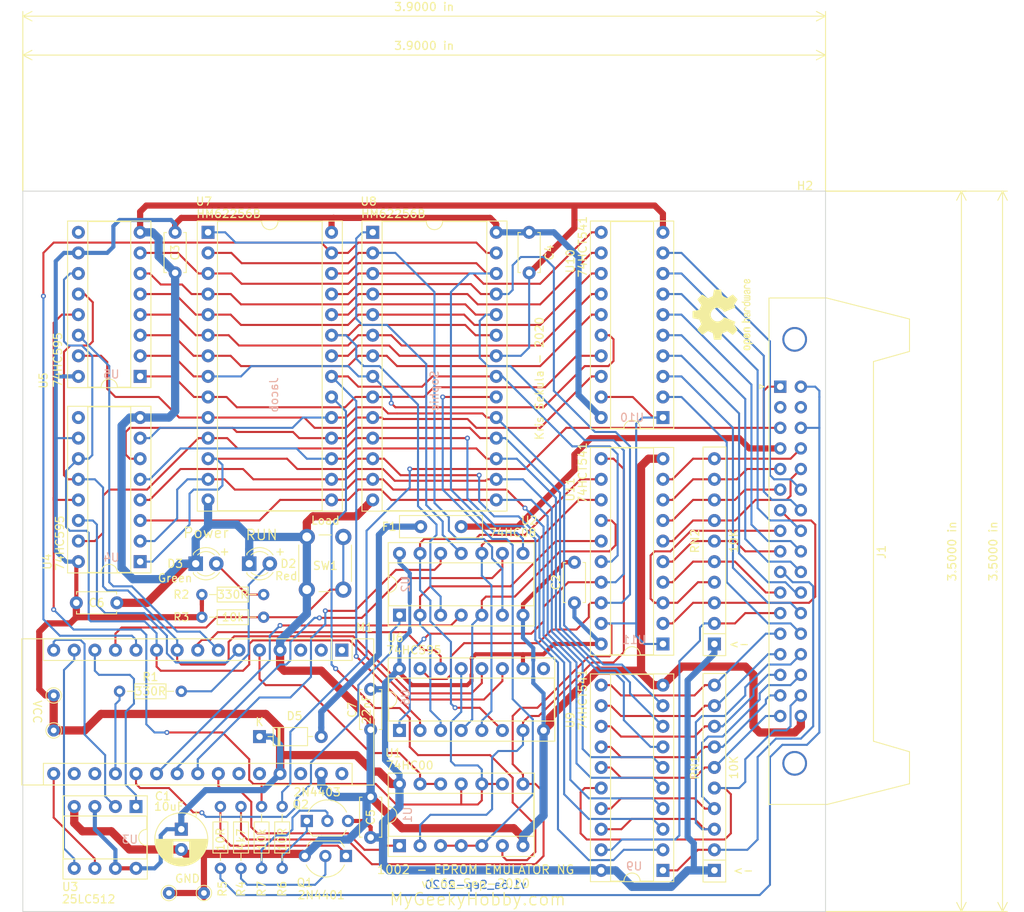
<source format=kicad_pcb>
(kicad_pcb (version 20171130) (host pcbnew "(5.1.5)-3")
  (layers (0 F.Cu signal) (31 B.Cu signal) (34 B.Paste user hide) (36 B.SilkS user hide) (37 F.SilkS user) (38 B.Mask user hide) (39 F.Mask user hide) (44 Edge.Cuts user))
  (net 0 "")
  (net 1 VCC)
  (net 2 GND)
  (net 3 "Net-(D2-Pad2)")
  (net 4 "Net-(D3-Pad2)")
  (net 5 /E_VCC)
  (net 6 /E_RESET)
  (net 7 /~E_RESET~)
  (net 8 /E_A15)
  (net 9 /E_A14)
  (net 10 /E_A12)
  (net 11 /E_A13)
  (net 12 /E_A7)
  (net 13 /E_A8)
  (net 14 /E_A6)
  (net 15 /E_A9)
  (net 16 /E_A5)
  (net 17 /E_A11)
  (net 18 /E_A4)
  (net 19 /E_~OE~)
  (net 20 /E_A3)
  (net 21 /E_A10)
  (net 22 /E_A2)
  (net 23 /E_~CS~)
  (net 24 /E_A1)
  (net 25 /E_D7)
  (net 26 /E_A0)
  (net 27 /E_D6)
  (net 28 /E_D0)
  (net 29 /E_D5)
  (net 30 /E_D1)
  (net 31 /E_D4)
  (net 32 /E_D2)
  (net 33 /E_D3)
  (net 34 /EN_RST)
  (net 35 /EN_A11)
  (net 36 /EN_A12)
  (net 37 /EN_A13)
  (net 38 /EN_A14)
  (net 39 /SCLK)
  (net 40 /EN_A15)
  (net 41 /~WE~)
  (net 42 "Net-(Q1-Pad1)")
  (net 43 "Net-(Q1-Pad2)")
  (net 44 "Net-(Q2-Pad2)")
  (net 45 "Net-(Q2-Pad1)")
  (net 46 /RESET)
  (net 47 /~RESET~)
  (net 48 /~CS1~)
  (net 49 /~CS2~)
  (net 50 /A15)
  (net 51 /GT_A13)
  (net 52 /A11)
  (net 53 /GT_A11)
  (net 54 /A13)
  (net 55 /GT_A14)
  (net 56 /A12)
  (net 57 /GT_A12)
  (net 58 /A14)
  (net 59 /D1)
  (net 60 /D2)
  (net 61 /D3)
  (net 62 /D4)
  (net 63 /D5)
  (net 64 /D6)
  (net 65 /D7)
  (net 66 /D0)
  (net 67 /A0)
  (net 68 /A7)
  (net 69 /A6)
  (net 70 /A5)
  (net 71 /A4)
  (net 72 /A3)
  (net 73 /A2)
  (net 74 /A1)
  (net 75 /A9)
  (net 76 /A10)
  (net 77 /A8)
  (net 78 "Net-(D5-Pad2)")
  (net 79 /MISO)
  (net 80 /SCK)
  (net 81 /MOSI)
  (net 82 /RUN_LED)
  (net 83 /LD_BTN)
  (net 84 /SS)
  (net 85 /DATA)
  (net 86 /ADLO)
  (net 87 /ADHI)
  (net 88 /DATA_LD)
  (module Symbol:OSHW-Logo2_9.8x8mm_SilkScreen (layer F.Cu) (at 198.247 63.246 90)
    (fp_text reference H5 hide)
    (fp_text value MountingHole hide)
  )
  (module TestPoint:TestPoint_THTPad_D1.5mm_Drill0.7mm (layer F.Cu) (at 129.921 134.62)
    (fp_text reference TP3 hide)
    (fp_text value GND)
    (pad 1 thru_hole circle (at 0 0) (size 1.5 1.5) (drill 0.7) (layers *.Cu *.Mask) (net 2 GND))
  )
  (module TestPoint:TestPoint_THTPad_D1.5mm_Drill0.7mm (layer F.Cu) (at 134.239 134.62)
    (fp_text reference TP2 hide)
    (fp_text value GND)
    (pad 1 thru_hole circle (at 0 0) (size 1.5 1.5) (drill 0.7) (layers *.Cu *.Mask) (net 2 GND))
  )
  (module TestPoint:TestPoint_THTPad_D1.5mm_Drill0.7mm (layer F.Cu) (at 115.697 110.236)
    (fp_text reference TP1 hide)
    (fp_text value VCC)
    (pad 1 thru_hole circle (at 0 0) (size 1.5 1.5) (drill 0.7) (layers *.Cu *.Mask) (net 1 VCC))
  )
  (module Package_TO_SOT_THT:TO-92_Inline_Wide (layer F.Cu) (at 146.939 125.73)
    (fp_text reference Q2 (at -0.762 -2.032) (layer F.SilkS))
    (fp_text value 2N4403 (at 1.27 -3.556) (layer F.SilkS))
    (pad 1 thru_hole rect (at 0 0 90) (size 1.5 1.5) (drill 0.8) (layers *.Cu *.Mask) (net 45 "Net-(Q2-Pad1)"))
    (pad 3 thru_hole circle (at 5.08 0 90) (size 1.5 1.5) (drill 0.8) (layers *.Cu *.Mask) (net 1 VCC))
    (pad 2 thru_hole circle (at 2.54 0 90) (size 1.5 1.5) (drill 0.8) (layers *.Cu *.Mask) (net 44 "Net-(Q2-Pad2)"))
  )
  (module Package_TO_SOT_THT:TO-92_Inline_Wide (layer F.Cu) (at 151.765 130.048 180)
    (fp_text reference Q1 (at 5.08 -3.302) (layer F.SilkS))
    (fp_text value 2N4401 (at 3.048 -4.826) (layer F.SilkS))
    (pad 1 thru_hole rect (at 0 0 270) (size 1.5 1.5) (drill 0.8) (layers *.Cu *.Mask) (net 42 "Net-(Q1-Pad1)"))
    (pad 3 thru_hole circle (at 5.08 0 270) (size 1.5 1.5) (drill 0.8) (layers *.Cu *.Mask) (net 2 GND))
    (pad 2 thru_hole circle (at 2.54 0 270) (size 1.5 1.5) (drill 0.8) (layers *.Cu *.Mask) (net 43 "Net-(Q1-Pad2)"))
  )
  (module Capacitor_THT:C_Disc_D4.7mm_W2.5mm_P5.00mm (layer F.Cu) (at 179.959 98.806 90)
    (fp_text reference C2 (at 2.54 -2.286 90) (layer F.SilkS))
    (fp_text value 100nF)
    (pad 2 thru_hole circle (at 5 0 90) (size 1.6 1.6) (drill 0.8) (layers *.Cu *.Mask) (net 2 GND))
    (pad 1 thru_hole circle (at 0 0 90) (size 1.6 1.6) (drill 0.8) (layers *.Cu *.Mask) (net 1 VCC))
  )
  (module Resistor_THT:R_Array_SIP10 (layer F.Cu) (at 197.231 103.886 90)
    (fp_text reference RN2 (at 12.7 -2.4 90) (layer F.SilkS))
    (fp_text value 10K (at 12.7 2.4 90) (layer F.SilkS))
    (pad 10 thru_hole oval (at 22.86 0 90) (size 1.6 1.6) (drill 0.8) (layers *.Cu *.Mask) (net 8 /E_A15))
    (pad 9 thru_hole oval (at 20.32 0 90) (size 1.6 1.6) (drill 0.8) (layers *.Cu *.Mask) (net 9 /E_A14))
    (pad 8 thru_hole oval (at 17.78 0 90) (size 1.6 1.6) (drill 0.8) (layers *.Cu *.Mask) (net 11 /E_A13))
    (pad 7 thru_hole oval (at 15.24 0 90) (size 1.6 1.6) (drill 0.8) (layers *.Cu *.Mask) (net 10 /E_A12))
    (pad 6 thru_hole oval (at 12.7 0 90) (size 1.6 1.6) (drill 0.8) (layers *.Cu *.Mask) (net 17 /E_A11))
    (pad 5 thru_hole oval (at 10.16 0 90) (size 1.6 1.6) (drill 0.8) (layers *.Cu *.Mask) (net 21 /E_A10))
    (pad 4 thru_hole oval (at 7.62 0 90) (size 1.6 1.6) (drill 0.8) (layers *.Cu *.Mask) (net 15 /E_A9))
    (pad 3 thru_hole oval (at 5.08 0 90) (size 1.6 1.6) (drill 0.8) (layers *.Cu *.Mask) (net 13 /E_A8))
    (pad 2 thru_hole oval (at 2.54 0 90) (size 1.6 1.6) (drill 0.8) (layers *.Cu *.Mask) (net 23 /E_~CS~))
    (pad 1 thru_hole rect (at 0 0 90) (size 1.6 1.6) (drill 0.8) (layers *.Cu *.Mask) (net 1 VCC))
  )
  (module Resistor_THT:R_Array_SIP10 (layer F.Cu) (at 197.231 131.826 90)
    (fp_text reference RN1 (at 12.7 -2.4 90) (layer F.SilkS))
    (fp_text value 10K (at 12.7 2.4 90) (layer F.SilkS))
    (pad 10 thru_hole oval (at 22.86 0 90) (size 1.6 1.6) (drill 0.8) (layers *.Cu *.Mask) (net 25 /E_D7))
    (pad 9 thru_hole oval (at 20.32 0 90) (size 1.6 1.6) (drill 0.8) (layers *.Cu *.Mask) (net 27 /E_D6))
    (pad 8 thru_hole oval (at 17.78 0 90) (size 1.6 1.6) (drill 0.8) (layers *.Cu *.Mask) (net 29 /E_D5))
    (pad 7 thru_hole oval (at 15.24 0 90) (size 1.6 1.6) (drill 0.8) (layers *.Cu *.Mask) (net 31 /E_D4))
    (pad 6 thru_hole oval (at 12.7 0 90) (size 1.6 1.6) (drill 0.8) (layers *.Cu *.Mask) (net 33 /E_D3))
    (pad 5 thru_hole oval (at 10.16 0 90) (size 1.6 1.6) (drill 0.8) (layers *.Cu *.Mask) (net 32 /E_D2))
    (pad 4 thru_hole oval (at 7.62 0 90) (size 1.6 1.6) (drill 0.8) (layers *.Cu *.Mask) (net 30 /E_D1))
    (pad 3 thru_hole oval (at 5.08 0 90) (size 1.6 1.6) (drill 0.8) (layers *.Cu *.Mask) (net 28 /E_D0))
    (pad 2 thru_hole oval (at 2.54 0 90) (size 1.6 1.6) (drill 0.8) (layers *.Cu *.Mask) (net 19 /E_~OE~))
    (pad 1 thru_hole rect (at 0 0 90) (size 1.6 1.6) (drill 0.8) (layers *.Cu *.Mask) (net 1 VCC))
  )
  (module Package_DIP:DIP-16_W7.62mm_Socket (layer F.Cu) (at 126.365 93.726 180)
    (fp_text reference U4 (at 11.43 0 90) (layer F.SilkS))
    (fp_text value 74HC595 (at 9.906 2.286 90) (layer F.SilkS))
    (pad 16 thru_hole oval (at 7.62 0 180) (size 1.6 1.6) (drill 0.8) (layers *.Cu *.Mask) (net 1 VCC))
    (pad 8 thru_hole oval (at 0 17.78 180) (size 1.6 1.6) (drill 0.8) (layers *.Cu *.Mask) (net 2 GND))
    (pad 15 thru_hole oval (at 7.62 2.54 180) (size 1.6 1.6) (drill 0.8) (layers *.Cu *.Mask) (net 66 /D0))
    (pad 7 thru_hole oval (at 0 15.24 180) (size 1.6 1.6) (drill 0.8) (layers *.Cu *.Mask) (net 65 /D7))
    (pad 14 thru_hole oval (at 7.62 5.08 180) (size 1.6 1.6) (drill 0.8) (layers *.Cu *.Mask) (net 85 /DATA))
    (pad 6 thru_hole oval (at 0 12.7 180) (size 1.6 1.6) (drill 0.8) (layers *.Cu *.Mask) (net 64 /D6))
    (pad 13 thru_hole oval (at 7.62 7.62 180) (size 1.6 1.6) (drill 0.8) (layers *.Cu *.Mask) (net 47 /~RESET~))
    (pad 5 thru_hole oval (at 0 10.16 180) (size 1.6 1.6) (drill 0.8) (layers *.Cu *.Mask) (net 63 /D5))
    (pad 12 thru_hole oval (at 7.62 10.16 180) (size 1.6 1.6) (drill 0.8) (layers *.Cu *.Mask) (net 88 /DATA_LD))
    (pad 4 thru_hole oval (at 0 7.62 180) (size 1.6 1.6) (drill 0.8) (layers *.Cu *.Mask) (net 62 /D4))
    (pad 11 thru_hole oval (at 7.62 12.7 180) (size 1.6 1.6) (drill 0.8) (layers *.Cu *.Mask) (net 39 /SCLK))
    (pad 3 thru_hole oval (at 0 5.08 180) (size 1.6 1.6) (drill 0.8) (layers *.Cu *.Mask) (net 61 /D3))
    (pad 10 thru_hole oval (at 7.62 15.24 180) (size 1.6 1.6) (drill 0.8) (layers *.Cu *.Mask) (net 1 VCC))
    (pad 2 thru_hole oval (at 0 2.54 180) (size 1.6 1.6) (drill 0.8) (layers *.Cu *.Mask) (net 60 /D2))
    (pad 9 thru_hole oval (at 7.62 17.78 180) (size 1.6 1.6) (drill 0.8) (layers *.Cu *.Mask))
    (pad 1 thru_hole rect (at 0 0 180) (size 1.6 1.6) (drill 0.8) (layers *.Cu *.Mask) (net 59 /D1))
  )
  (module Resistor_THT:R_Axial_DIN0204_L3.6mm_D1.6mm_P7.62mm_Horizontal (layer F.Cu) (at 136.271 131.572 90)
    (fp_text reference R5 (at -2.54 0.254 90) (layer F.SilkS))
    (fp_text value 10R (at 3.556 0 90) (layer F.SilkS))
    (pad 2 thru_hole oval (at 7.62 0 90) (size 1.4 1.4) (drill 0.7) (layers *.Cu *.Mask) (net 42 "Net-(Q1-Pad1)"))
    (pad 1 thru_hole circle (at 0 0 90) (size 1.4 1.4) (drill 0.7) (layers *.Cu *.Mask) (net 7 /~E_RESET~))
  )
  (module Module:Arduino_Nano (layer F.Cu) (at 151.257 104.648 270)
    (fp_text reference M1 (at -2.794 -2.794 180) (layer F.SilkS))
    (fp_text value "Arduino Nano v3.0")
    (pad 1 thru_hole rect (at 0 0 270) (size 1.6 1.6) (drill 0.8) (layers *.Cu *.Mask))
    (pad 17 thru_hole oval (at 15.24 33.02 270) (size 1.6 1.6) (drill 0.8) (layers *.Cu *.Mask))
    (pad 2 thru_hole oval (at 0 2.54 270) (size 1.6 1.6) (drill 0.8) (layers *.Cu *.Mask))
    (pad 18 thru_hole oval (at 15.24 30.48 270) (size 1.6 1.6) (drill 0.8) (layers *.Cu *.Mask))
    (pad 3 thru_hole oval (at 0 5.08 270) (size 1.6 1.6) (drill 0.8) (layers *.Cu *.Mask))
    (pad 19 thru_hole oval (at 15.24 27.94 270) (size 1.6 1.6) (drill 0.8) (layers *.Cu *.Mask) (net 82 /RUN_LED))
    (pad 4 thru_hole oval (at 0 7.62 270) (size 1.6 1.6) (drill 0.8) (layers *.Cu *.Mask) (net 2 GND))
    (pad 20 thru_hole oval (at 15.24 25.4 270) (size 1.6 1.6) (drill 0.8) (layers *.Cu *.Mask) (net 35 /EN_A11))
    (pad 5 thru_hole oval (at 0 10.16 270) (size 1.6 1.6) (drill 0.8) (layers *.Cu *.Mask) (net 34 /EN_RST))
    (pad 21 thru_hole oval (at 15.24 22.86 270) (size 1.6 1.6) (drill 0.8) (layers *.Cu *.Mask) (net 36 /EN_A12))
    (pad 6 thru_hole oval (at 0 12.7 270) (size 1.6 1.6) (drill 0.8) (layers *.Cu *.Mask) (net 85 /DATA))
    (pad 22 thru_hole oval (at 15.24 20.32 270) (size 1.6 1.6) (drill 0.8) (layers *.Cu *.Mask) (net 37 /EN_A13))
    (pad 7 thru_hole oval (at 0 15.24 270) (size 1.6 1.6) (drill 0.8) (layers *.Cu *.Mask) (net 86 /ADLO))
    (pad 23 thru_hole oval (at 15.24 17.78 270) (size 1.6 1.6) (drill 0.8) (layers *.Cu *.Mask) (net 38 /EN_A14))
    (pad 8 thru_hole oval (at 0 17.78 270) (size 1.6 1.6) (drill 0.8) (layers *.Cu *.Mask) (net 87 /ADHI))
    (pad 24 thru_hole oval (at 15.24 15.24 270) (size 1.6 1.6) (drill 0.8) (layers *.Cu *.Mask) (net 40 /EN_A15))
    (pad 9 thru_hole oval (at 0 20.32 270) (size 1.6 1.6) (drill 0.8) (layers *.Cu *.Mask) (net 88 /DATA_LD))
    (pad 25 thru_hole oval (at 15.24 12.7 270) (size 1.6 1.6) (drill 0.8) (layers *.Cu *.Mask))
    (pad 10 thru_hole oval (at 0 22.86 270) (size 1.6 1.6) (drill 0.8) (layers *.Cu *.Mask) (net 39 /SCLK))
    (pad 26 thru_hole oval (at 15.24 10.16 270) (size 1.6 1.6) (drill 0.8) (layers *.Cu *.Mask))
    (pad 11 thru_hole oval (at 0 25.4 270) (size 1.6 1.6) (drill 0.8) (layers *.Cu *.Mask) (net 41 /~WE~))
    (pad 27 thru_hole oval (at 15.24 7.62 270) (size 1.6 1.6) (drill 0.8) (layers *.Cu *.Mask) (net 1 VCC))
    (pad 12 thru_hole oval (at 0 27.94 270) (size 1.6 1.6) (drill 0.8) (layers *.Cu *.Mask) (net 83 /LD_BTN))
    (pad 28 thru_hole oval (at 15.24 5.08 270) (size 1.6 1.6) (drill 0.8) (layers *.Cu *.Mask))
    (pad 13 thru_hole oval (at 0 30.48 270) (size 1.6 1.6) (drill 0.8) (layers *.Cu *.Mask) (net 84 /SS))
    (pad 29 thru_hole oval (at 15.24 2.54 270) (size 1.6 1.6) (drill 0.8) (layers *.Cu *.Mask) (net 2 GND))
    (pad 14 thru_hole oval (at 0 33.02 270) (size 1.6 1.6) (drill 0.8) (layers *.Cu *.Mask) (net 81 /MOSI))
    (pad 30 thru_hole oval (at 15.24 0 270) (size 1.6 1.6) (drill 0.8) (layers *.Cu *.Mask))
    (pad 15 thru_hole oval (at 0 35.56 270) (size 1.6 1.6) (drill 0.8) (layers *.Cu *.Mask) (net 79 /MISO))
    (pad 16 thru_hole oval (at 15.24 35.56 270) (size 1.6 1.6) (drill 0.8) (layers *.Cu *.Mask) (net 80 /SCK))
  )
  (module Package_DIP:DIP-16_W7.62mm_Socket (layer F.Cu) (at 158.369 114.554 90)
    (fp_text reference U6 (at 11.43 -0.508 180) (layer F.SilkS))
    (fp_text value 74HC595 (at 9.906 1.778 180) (layer F.SilkS))
    (pad 16 thru_hole oval (at 7.62 0 90) (size 1.6 1.6) (drill 0.8) (layers *.Cu *.Mask) (net 1 VCC))
    (pad 8 thru_hole oval (at 0 17.78 90) (size 1.6 1.6) (drill 0.8) (layers *.Cu *.Mask) (net 2 GND))
    (pad 15 thru_hole oval (at 7.62 2.54 90) (size 1.6 1.6) (drill 0.8) (layers *.Cu *.Mask) (net 77 /A8))
    (pad 7 thru_hole oval (at 0 15.24 90) (size 1.6 1.6) (drill 0.8) (layers *.Cu *.Mask) (net 50 /A15))
    (pad 14 thru_hole oval (at 7.62 5.08 90) (size 1.6 1.6) (drill 0.8) (layers *.Cu *.Mask) (net 87 /ADHI))
    (pad 6 thru_hole oval (at 0 12.7 90) (size 1.6 1.6) (drill 0.8) (layers *.Cu *.Mask) (net 58 /A14))
    (pad 13 thru_hole oval (at 7.62 7.62 90) (size 1.6 1.6) (drill 0.8) (layers *.Cu *.Mask) (net 47 /~RESET~))
    (pad 5 thru_hole oval (at 0 10.16 90) (size 1.6 1.6) (drill 0.8) (layers *.Cu *.Mask) (net 54 /A13))
    (pad 12 thru_hole oval (at 7.62 10.16 90) (size 1.6 1.6) (drill 0.8) (layers *.Cu *.Mask) (net 88 /DATA_LD))
    (pad 4 thru_hole oval (at 0 7.62 90) (size 1.6 1.6) (drill 0.8) (layers *.Cu *.Mask) (net 56 /A12))
    (pad 11 thru_hole oval (at 7.62 12.7 90) (size 1.6 1.6) (drill 0.8) (layers *.Cu *.Mask) (net 39 /SCLK))
    (pad 3 thru_hole oval (at 0 5.08 90) (size 1.6 1.6) (drill 0.8) (layers *.Cu *.Mask) (net 52 /A11))
    (pad 10 thru_hole oval (at 7.62 15.24 90) (size 1.6 1.6) (drill 0.8) (layers *.Cu *.Mask) (net 1 VCC))
    (pad 2 thru_hole oval (at 0 2.54 90) (size 1.6 1.6) (drill 0.8) (layers *.Cu *.Mask) (net 76 /A10))
    (pad 9 thru_hole oval (at 7.62 17.78 90) (size 1.6 1.6) (drill 0.8) (layers *.Cu *.Mask))
    (pad 1 thru_hole rect (at 0 0 90) (size 1.6 1.6) (drill 0.8) (layers *.Cu *.Mask) (net 75 /A9))
  )
  (module Package_DIP:DIP-28_W15.24mm_Socket (layer F.Cu) (at 134.747 53.086)
    (fp_text reference U7 (at -0.508 -3.81) (layer F.SilkS))
    (fp_text value HM62256B (at 2.54 -2.286) (layer F.SilkS))
    (pad 1 thru_hole rect (at 0 0) (size 1.6 1.6) (drill 0.8) (layers *.Cu *.Mask) (net 55 /GT_A14))
    (pad 15 thru_hole oval (at 15.24 33.02) (size 1.6 1.6) (drill 0.8) (layers *.Cu *.Mask) (net 61 /D3))
    (pad 2 thru_hole oval (at 0 2.54) (size 1.6 1.6) (drill 0.8) (layers *.Cu *.Mask) (net 57 /GT_A12))
    (pad 16 thru_hole oval (at 15.24 30.48) (size 1.6 1.6) (drill 0.8) (layers *.Cu *.Mask) (net 62 /D4))
    (pad 3 thru_hole oval (at 0 5.08) (size 1.6 1.6) (drill 0.8) (layers *.Cu *.Mask) (net 68 /A7))
    (pad 17 thru_hole oval (at 15.24 27.94) (size 1.6 1.6) (drill 0.8) (layers *.Cu *.Mask) (net 63 /D5))
    (pad 4 thru_hole oval (at 0 7.62) (size 1.6 1.6) (drill 0.8) (layers *.Cu *.Mask) (net 69 /A6))
    (pad 18 thru_hole oval (at 15.24 25.4) (size 1.6 1.6) (drill 0.8) (layers *.Cu *.Mask) (net 64 /D6))
    (pad 5 thru_hole oval (at 0 10.16) (size 1.6 1.6) (drill 0.8) (layers *.Cu *.Mask) (net 70 /A5))
    (pad 19 thru_hole oval (at 15.24 22.86) (size 1.6 1.6) (drill 0.8) (layers *.Cu *.Mask) (net 65 /D7))
    (pad 6 thru_hole oval (at 0 12.7) (size 1.6 1.6) (drill 0.8) (layers *.Cu *.Mask) (net 71 /A4))
    (pad 20 thru_hole oval (at 15.24 20.32) (size 1.6 1.6) (drill 0.8) (layers *.Cu *.Mask) (net 48 /~CS1~))
    (pad 7 thru_hole oval (at 0 15.24) (size 1.6 1.6) (drill 0.8) (layers *.Cu *.Mask) (net 72 /A3))
    (pad 21 thru_hole oval (at 15.24 17.78) (size 1.6 1.6) (drill 0.8) (layers *.Cu *.Mask) (net 76 /A10))
    (pad 8 thru_hole oval (at 0 17.78) (size 1.6 1.6) (drill 0.8) (layers *.Cu *.Mask) (net 73 /A2))
    (pad 22 thru_hole oval (at 15.24 15.24) (size 1.6 1.6) (drill 0.8) (layers *.Cu *.Mask) (net 2 GND))
    (pad 9 thru_hole oval (at 0 20.32) (size 1.6 1.6) (drill 0.8) (layers *.Cu *.Mask) (net 74 /A1))
    (pad 23 thru_hole oval (at 15.24 12.7) (size 1.6 1.6) (drill 0.8) (layers *.Cu *.Mask) (net 53 /GT_A11))
    (pad 10 thru_hole oval (at 0 22.86) (size 1.6 1.6) (drill 0.8) (layers *.Cu *.Mask) (net 67 /A0))
    (pad 24 thru_hole oval (at 15.24 10.16) (size 1.6 1.6) (drill 0.8) (layers *.Cu *.Mask) (net 75 /A9))
    (pad 11 thru_hole oval (at 0 25.4) (size 1.6 1.6) (drill 0.8) (layers *.Cu *.Mask) (net 66 /D0))
    (pad 25 thru_hole oval (at 15.24 7.62) (size 1.6 1.6) (drill 0.8) (layers *.Cu *.Mask) (net 77 /A8))
    (pad 12 thru_hole oval (at 0 27.94) (size 1.6 1.6) (drill 0.8) (layers *.Cu *.Mask) (net 59 /D1))
    (pad 26 thru_hole oval (at 15.24 5.08) (size 1.6 1.6) (drill 0.8) (layers *.Cu *.Mask) (net 51 /GT_A13))
    (pad 13 thru_hole oval (at 0 30.48) (size 1.6 1.6) (drill 0.8) (layers *.Cu *.Mask) (net 60 /D2))
    (pad 27 thru_hole oval (at 15.24 2.54) (size 1.6 1.6) (drill 0.8) (layers *.Cu *.Mask) (net 41 /~WE~))
    (pad 14 thru_hole oval (at 0 33.02) (size 1.6 1.6) (drill 0.8) (layers *.Cu *.Mask) (net 2 GND))
    (pad 28 thru_hole oval (at 15.24 0) (size 1.6 1.6) (drill 0.8) (layers *.Cu *.Mask) (net 1 VCC))
  )
  (module MountingHole:MountingHole_2.2mm_M2 (layer F.Cu) (at 114.427 134.366)
    (fp_text reference H4 hide)
    (fp_text value MountingHole)
    (pad 1 np_thru_hole circle (at 0 0) (size 2.2 2.2) (drill 2.2) (layers *.Cu *.Mask))
  )
  (module MountingHole:MountingHole_2.2mm_M2 (layer F.Cu) (at 114.427 50.546)
    (fp_text reference H3 hide)
    (fp_text value MountingHole)
    (pad 1 np_thru_hole circle (at 0 0) (size 2.2 2.2) (drill 2.2) (layers *.Cu *.Mask))
  )
  (module MountingHole:MountingHole_2.2mm_M2 (layer F.Cu) (at 208.407 50.546)
    (fp_text reference H2 (at 0 -3.2) (layer F.SilkS))
    (fp_text value MountingHole)
    (pad 1 np_thru_hole circle (at 0 0) (size 2.2 2.2) (drill 2.2) (layers *.Cu *.Mask))
  )
  (module MountingHole:MountingHole_2.2mm_M2 (layer F.Cu) (at 208.407 134.366)
    (fp_text reference H1 hide)
    (fp_text value MountingHole)
    (pad 1 np_thru_hole circle (at 0 0) (size 2.2 2.2) (drill 2.2) (layers *.Cu *.Mask))
  )
  (module Connector_IDC:IDC-Header_2x17_P2.54mm_Horizontal_Lock (layer F.Cu) (at 205.359 72.136)
    (fp_text reference J1 (at 12.5 20.4 270) (layer F.SilkS))
    (fp_text value IDC34)
    (pad "" thru_hole circle (at 1.78 -5.84 270) (size 3.05 3.05) (drill 2.54) (layers *.Cu *.Mask))
    (pad "" thru_hole circle (at 1.78 46.48 270) (size 3.05 3.05) (drill 2.54) (layers *.Cu *.Mask))
    (pad 1 thru_hole rect (at 0 0 270) (size 1.52 1.52) (drill 0.81) (layers *.Cu *.Mask) (net 6 /E_RESET))
    (pad 2 thru_hole circle (at 2.54 0 270) (size 1.52 1.52) (drill 0.81) (layers *.Cu *.Mask) (net 7 /~E_RESET~))
    (pad 3 thru_hole circle (at 0 2.54 270) (size 1.52 1.52) (drill 0.81) (layers *.Cu *.Mask))
    (pad 4 thru_hole circle (at 2.54 2.54 270) (size 1.52 1.52) (drill 0.81) (layers *.Cu *.Mask))
    (pad 5 thru_hole circle (at 0 5.08 270) (size 1.52 1.52) (drill 0.81) (layers *.Cu *.Mask) (net 6 /E_RESET))
    (pad 6 thru_hole circle (at 2.54 5.08 270) (size 1.52 1.52) (drill 0.81) (layers *.Cu *.Mask) (net 7 /~E_RESET~))
    (pad 7 thru_hole circle (at 0 7.62 270) (size 1.52 1.52) (drill 0.81) (layers *.Cu *.Mask) (net 5 /E_VCC))
    (pad 8 thru_hole circle (at 2.54 7.62 270) (size 1.52 1.52) (drill 0.81) (layers *.Cu *.Mask) (net 8 /E_A15))
    (pad 9 thru_hole circle (at 0 10.16 270) (size 1.52 1.52) (drill 0.81) (layers *.Cu *.Mask) (net 9 /E_A14))
    (pad 10 thru_hole circle (at 2.54 10.16 270) (size 1.52 1.52) (drill 0.81) (layers *.Cu *.Mask) (net 10 /E_A12))
    (pad 11 thru_hole circle (at 0 12.7 270) (size 1.52 1.52) (drill 0.81) (layers *.Cu *.Mask) (net 11 /E_A13))
    (pad 12 thru_hole circle (at 2.54 12.7 270) (size 1.52 1.52) (drill 0.81) (layers *.Cu *.Mask) (net 12 /E_A7))
    (pad 13 thru_hole circle (at 0 15.24 270) (size 1.52 1.52) (drill 0.81) (layers *.Cu *.Mask) (net 13 /E_A8))
    (pad 14 thru_hole circle (at 2.54 15.24 270) (size 1.52 1.52) (drill 0.81) (layers *.Cu *.Mask) (net 14 /E_A6))
    (pad 15 thru_hole circle (at 0 17.78 270) (size 1.52 1.52) (drill 0.81) (layers *.Cu *.Mask) (net 15 /E_A9))
    (pad 16 thru_hole circle (at 2.54 17.78 270) (size 1.52 1.52) (drill 0.81) (layers *.Cu *.Mask) (net 16 /E_A5))
    (pad 17 thru_hole circle (at 0 20.32 270) (size 1.52 1.52) (drill 0.81) (layers *.Cu *.Mask) (net 17 /E_A11))
    (pad 18 thru_hole circle (at 2.54 20.32 270) (size 1.52 1.52) (drill 0.81) (layers *.Cu *.Mask) (net 18 /E_A4))
    (pad 19 thru_hole circle (at 0 22.86 270) (size 1.52 1.52) (drill 0.81) (layers *.Cu *.Mask) (net 19 /E_~OE~))
    (pad 20 thru_hole circle (at 2.54 22.86 270) (size 1.52 1.52) (drill 0.81) (layers *.Cu *.Mask) (net 20 /E_A3))
    (pad 21 thru_hole circle (at 0 25.4 270) (size 1.52 1.52) (drill 0.81) (layers *.Cu *.Mask) (net 21 /E_A10))
    (pad 22 thru_hole circle (at 2.54 25.4 270) (size 1.52 1.52) (drill 0.81) (layers *.Cu *.Mask) (net 22 /E_A2))
    (pad 23 thru_hole circle (at 0 27.94 270) (size 1.52 1.52) (drill 0.81) (layers *.Cu *.Mask) (net 23 /E_~CS~))
    (pad 24 thru_hole circle (at 2.54 27.94 270) (size 1.52 1.52) (drill 0.81) (layers *.Cu *.Mask) (net 24 /E_A1))
    (pad 25 thru_hole circle (at 0 30.48 270) (size 1.52 1.52) (drill 0.81) (layers *.Cu *.Mask) (net 25 /E_D7))
    (pad 26 thru_hole circle (at 2.54 30.48 270) (size 1.52 1.52) (drill 0.81) (layers *.Cu *.Mask) (net 26 /E_A0))
    (pad 27 thru_hole circle (at 0 33.02 270) (size 1.52 1.52) (drill 0.81) (layers *.Cu *.Mask) (net 27 /E_D6))
    (pad 28 thru_hole circle (at 2.54 33.02 270) (size 1.52 1.52) (drill 0.81) (layers *.Cu *.Mask) (net 28 /E_D0))
    (pad 29 thru_hole circle (at 0 35.56 270) (size 1.52 1.52) (drill 0.81) (layers *.Cu *.Mask) (net 29 /E_D5))
    (pad 30 thru_hole circle (at 2.54 35.56 270) (size 1.52 1.52) (drill 0.81) (layers *.Cu *.Mask) (net 30 /E_D1))
    (pad 31 thru_hole circle (at 0 38.1 270) (size 1.52 1.52) (drill 0.81) (layers *.Cu *.Mask) (net 31 /E_D4))
    (pad 32 thru_hole circle (at 2.54 38.1 270) (size 1.52 1.52) (drill 0.81) (layers *.Cu *.Mask) (net 32 /E_D2))
    (pad 33 thru_hole circle (at 0 40.64 270) (size 1.52 1.52) (drill 0.81) (layers *.Cu *.Mask) (net 33 /E_D3))
    (pad 34 thru_hole circle (at 2.54 40.64 270) (size 1.52 1.52) (drill 0.81) (layers *.Cu *.Mask) (net 2 GND))
  )
  (module Package_DIP:DIP-20_W7.62mm_Socket (layer F.Cu) (at 190.881 131.826 180)
    (fp_text reference U9 (at 11.43 18.542 90) (layer F.SilkS))
    (fp_text value 74HCT541 (at 9.906 21.082 90) (layer F.SilkS))
    (pad 20 thru_hole oval (at 7.62 0 180) (size 1.6 1.6) (drill 0.8) (layers *.Cu *.Mask) (net 1 VCC))
    (pad 10 thru_hole oval (at 0 22.86 180) (size 1.6 1.6) (drill 0.8) (layers *.Cu *.Mask) (net 2 GND))
    (pad 19 thru_hole oval (at 7.62 2.54 180) (size 1.6 1.6) (drill 0.8) (layers *.Cu *.Mask) (net 23 /E_~CS~))
    (pad 9 thru_hole oval (at 0 20.32 180) (size 1.6 1.6) (drill 0.8) (layers *.Cu *.Mask) (net 65 /D7))
    (pad 18 thru_hole oval (at 7.62 5.08 180) (size 1.6 1.6) (drill 0.8) (layers *.Cu *.Mask) (net 28 /E_D0))
    (pad 8 thru_hole oval (at 0 17.78 180) (size 1.6 1.6) (drill 0.8) (layers *.Cu *.Mask) (net 64 /D6))
    (pad 17 thru_hole oval (at 7.62 7.62 180) (size 1.6 1.6) (drill 0.8) (layers *.Cu *.Mask) (net 30 /E_D1))
    (pad 7 thru_hole oval (at 0 15.24 180) (size 1.6 1.6) (drill 0.8) (layers *.Cu *.Mask) (net 63 /D5))
    (pad 16 thru_hole oval (at 7.62 10.16 180) (size 1.6 1.6) (drill 0.8) (layers *.Cu *.Mask) (net 32 /E_D2))
    (pad 6 thru_hole oval (at 0 12.7 180) (size 1.6 1.6) (drill 0.8) (layers *.Cu *.Mask) (net 62 /D4))
    (pad 15 thru_hole oval (at 7.62 12.7 180) (size 1.6 1.6) (drill 0.8) (layers *.Cu *.Mask) (net 33 /E_D3))
    (pad 5 thru_hole oval (at 0 10.16 180) (size 1.6 1.6) (drill 0.8) (layers *.Cu *.Mask) (net 61 /D3))
    (pad 14 thru_hole oval (at 7.62 15.24 180) (size 1.6 1.6) (drill 0.8) (layers *.Cu *.Mask) (net 31 /E_D4))
    (pad 4 thru_hole oval (at 0 7.62 180) (size 1.6 1.6) (drill 0.8) (layers *.Cu *.Mask) (net 60 /D2))
    (pad 13 thru_hole oval (at 7.62 17.78 180) (size 1.6 1.6) (drill 0.8) (layers *.Cu *.Mask) (net 29 /E_D5))
    (pad 3 thru_hole oval (at 0 5.08 180) (size 1.6 1.6) (drill 0.8) (layers *.Cu *.Mask) (net 59 /D1))
    (pad 12 thru_hole oval (at 7.62 20.32 180) (size 1.6 1.6) (drill 0.8) (layers *.Cu *.Mask) (net 27 /E_D6))
    (pad 2 thru_hole oval (at 0 2.54 180) (size 1.6 1.6) (drill 0.8) (layers *.Cu *.Mask) (net 66 /D0))
    (pad 11 thru_hole oval (at 7.62 22.86 180) (size 1.6 1.6) (drill 0.8) (layers *.Cu *.Mask) (net 25 /E_D7))
    (pad 1 thru_hole rect (at 0 0 180) (size 1.6 1.6) (drill 0.8) (layers *.Cu *.Mask) (net 19 /E_~OE~))
  )
  (module Package_DIP:DIP-20_W7.62mm_Socket (layer F.Cu) (at 190.881 103.886 180)
    (fp_text reference U11 (at 11.43 19.05 90) (layer F.SilkS))
    (fp_text value 74HCT541 (at 9.906 21.082 90) (layer F.SilkS))
    (pad 20 thru_hole oval (at 7.62 0 180) (size 1.6 1.6) (drill 0.8) (layers *.Cu *.Mask) (net 1 VCC))
    (pad 10 thru_hole oval (at 0 22.86 180) (size 1.6 1.6) (drill 0.8) (layers *.Cu *.Mask) (net 2 GND))
    (pad 19 thru_hole oval (at 7.62 2.54 180) (size 1.6 1.6) (drill 0.8) (layers *.Cu *.Mask) (net 46 /RESET))
    (pad 9 thru_hole oval (at 0 20.32 180) (size 1.6 1.6) (drill 0.8) (layers *.Cu *.Mask) (net 8 /E_A15))
    (pad 18 thru_hole oval (at 7.62 5.08 180) (size 1.6 1.6) (drill 0.8) (layers *.Cu *.Mask) (net 77 /A8))
    (pad 8 thru_hole oval (at 0 17.78 180) (size 1.6 1.6) (drill 0.8) (layers *.Cu *.Mask) (net 9 /E_A14))
    (pad 17 thru_hole oval (at 7.62 7.62 180) (size 1.6 1.6) (drill 0.8) (layers *.Cu *.Mask) (net 75 /A9))
    (pad 7 thru_hole oval (at 0 15.24 180) (size 1.6 1.6) (drill 0.8) (layers *.Cu *.Mask) (net 11 /E_A13))
    (pad 16 thru_hole oval (at 7.62 10.16 180) (size 1.6 1.6) (drill 0.8) (layers *.Cu *.Mask) (net 76 /A10))
    (pad 6 thru_hole oval (at 0 12.7 180) (size 1.6 1.6) (drill 0.8) (layers *.Cu *.Mask) (net 10 /E_A12))
    (pad 15 thru_hole oval (at 7.62 12.7 180) (size 1.6 1.6) (drill 0.8) (layers *.Cu *.Mask) (net 52 /A11))
    (pad 5 thru_hole oval (at 0 10.16 180) (size 1.6 1.6) (drill 0.8) (layers *.Cu *.Mask) (net 17 /E_A11))
    (pad 14 thru_hole oval (at 7.62 15.24 180) (size 1.6 1.6) (drill 0.8) (layers *.Cu *.Mask) (net 56 /A12))
    (pad 4 thru_hole oval (at 0 7.62 180) (size 1.6 1.6) (drill 0.8) (layers *.Cu *.Mask) (net 21 /E_A10))
    (pad 13 thru_hole oval (at 7.62 17.78 180) (size 1.6 1.6) (drill 0.8) (layers *.Cu *.Mask) (net 54 /A13))
    (pad 3 thru_hole oval (at 0 5.08 180) (size 1.6 1.6) (drill 0.8) (layers *.Cu *.Mask) (net 15 /E_A9))
    (pad 12 thru_hole oval (at 7.62 20.32 180) (size 1.6 1.6) (drill 0.8) (layers *.Cu *.Mask) (net 58 /A14))
    (pad 2 thru_hole oval (at 0 2.54 180) (size 1.6 1.6) (drill 0.8) (layers *.Cu *.Mask) (net 13 /E_A8))
    (pad 11 thru_hole oval (at 7.62 22.86 180) (size 1.6 1.6) (drill 0.8) (layers *.Cu *.Mask) (net 50 /A15))
    (pad 1 thru_hole rect (at 0 0 180) (size 1.6 1.6) (drill 0.8) (layers *.Cu *.Mask) (net 46 /RESET))
  )
  (module Package_DIP:DIP-28_W15.24mm_Socket (layer F.Cu) (at 155.067 53.086)
    (fp_text reference U8 (at -0.508 -3.81) (layer F.SilkS))
    (fp_text value HM62256B (at 2.54 -2.286) (layer F.SilkS))
    (pad 28 thru_hole oval (at 15.24 0) (size 1.6 1.6) (drill 0.8) (layers *.Cu *.Mask) (net 1 VCC))
    (pad 14 thru_hole oval (at 0 33.02) (size 1.6 1.6) (drill 0.8) (layers *.Cu *.Mask) (net 2 GND))
    (pad 27 thru_hole oval (at 15.24 2.54) (size 1.6 1.6) (drill 0.8) (layers *.Cu *.Mask) (net 41 /~WE~))
    (pad 13 thru_hole oval (at 0 30.48) (size 1.6 1.6) (drill 0.8) (layers *.Cu *.Mask) (net 60 /D2))
    (pad 26 thru_hole oval (at 15.24 5.08) (size 1.6 1.6) (drill 0.8) (layers *.Cu *.Mask) (net 51 /GT_A13))
    (pad 12 thru_hole oval (at 0 27.94) (size 1.6 1.6) (drill 0.8) (layers *.Cu *.Mask) (net 59 /D1))
    (pad 25 thru_hole oval (at 15.24 7.62) (size 1.6 1.6) (drill 0.8) (layers *.Cu *.Mask) (net 77 /A8))
    (pad 11 thru_hole oval (at 0 25.4) (size 1.6 1.6) (drill 0.8) (layers *.Cu *.Mask) (net 66 /D0))
    (pad 24 thru_hole oval (at 15.24 10.16) (size 1.6 1.6) (drill 0.8) (layers *.Cu *.Mask) (net 75 /A9))
    (pad 10 thru_hole oval (at 0 22.86) (size 1.6 1.6) (drill 0.8) (layers *.Cu *.Mask) (net 67 /A0))
    (pad 23 thru_hole oval (at 15.24 12.7) (size 1.6 1.6) (drill 0.8) (layers *.Cu *.Mask) (net 53 /GT_A11))
    (pad 9 thru_hole oval (at 0 20.32) (size 1.6 1.6) (drill 0.8) (layers *.Cu *.Mask) (net 74 /A1))
    (pad 22 thru_hole oval (at 15.24 15.24) (size 1.6 1.6) (drill 0.8) (layers *.Cu *.Mask) (net 2 GND))
    (pad 8 thru_hole oval (at 0 17.78) (size 1.6 1.6) (drill 0.8) (layers *.Cu *.Mask) (net 73 /A2))
    (pad 21 thru_hole oval (at 15.24 17.78) (size 1.6 1.6) (drill 0.8) (layers *.Cu *.Mask) (net 76 /A10))
    (pad 7 thru_hole oval (at 0 15.24) (size 1.6 1.6) (drill 0.8) (layers *.Cu *.Mask) (net 72 /A3))
    (pad 20 thru_hole oval (at 15.24 20.32) (size 1.6 1.6) (drill 0.8) (layers *.Cu *.Mask) (net 49 /~CS2~))
    (pad 6 thru_hole oval (at 0 12.7) (size 1.6 1.6) (drill 0.8) (layers *.Cu *.Mask) (net 71 /A4))
    (pad 19 thru_hole oval (at 15.24 22.86) (size 1.6 1.6) (drill 0.8) (layers *.Cu *.Mask) (net 65 /D7))
    (pad 5 thru_hole oval (at 0 10.16) (size 1.6 1.6) (drill 0.8) (layers *.Cu *.Mask) (net 70 /A5))
    (pad 18 thru_hole oval (at 15.24 25.4) (size 1.6 1.6) (drill 0.8) (layers *.Cu *.Mask) (net 64 /D6))
    (pad 4 thru_hole oval (at 0 7.62) (size 1.6 1.6) (drill 0.8) (layers *.Cu *.Mask) (net 69 /A6))
    (pad 17 thru_hole oval (at 15.24 27.94) (size 1.6 1.6) (drill 0.8) (layers *.Cu *.Mask) (net 63 /D5))
    (pad 3 thru_hole oval (at 0 5.08) (size 1.6 1.6) (drill 0.8) (layers *.Cu *.Mask) (net 68 /A7))
    (pad 16 thru_hole oval (at 15.24 30.48) (size 1.6 1.6) (drill 0.8) (layers *.Cu *.Mask) (net 62 /D4))
    (pad 2 thru_hole oval (at 0 2.54) (size 1.6 1.6) (drill 0.8) (layers *.Cu *.Mask) (net 57 /GT_A12))
    (pad 15 thru_hole oval (at 15.24 33.02) (size 1.6 1.6) (drill 0.8) (layers *.Cu *.Mask) (net 61 /D3))
    (pad 1 thru_hole rect (at 0 0) (size 1.6 1.6) (drill 0.8) (layers *.Cu *.Mask) (net 55 /GT_A14))
  )
  (module Package_DIP:DIP-20_W7.62mm_Socket (layer F.Cu) (at 190.881 75.946 180)
    (fp_text reference U10 (at 11.43 19.304 90) (layer F.SilkS))
    (fp_text value 74HCT541 (at 9.906 21.082 90) (layer F.SilkS))
    (pad 20 thru_hole oval (at 7.62 0 180) (size 1.6 1.6) (drill 0.8) (layers *.Cu *.Mask) (net 1 VCC))
    (pad 10 thru_hole oval (at 0 22.86 180) (size 1.6 1.6) (drill 0.8) (layers *.Cu *.Mask) (net 2 GND))
    (pad 19 thru_hole oval (at 7.62 2.54 180) (size 1.6 1.6) (drill 0.8) (layers *.Cu *.Mask) (net 46 /RESET))
    (pad 9 thru_hole oval (at 0 20.32 180) (size 1.6 1.6) (drill 0.8) (layers *.Cu *.Mask) (net 12 /E_A7))
    (pad 18 thru_hole oval (at 7.62 5.08 180) (size 1.6 1.6) (drill 0.8) (layers *.Cu *.Mask) (net 67 /A0))
    (pad 8 thru_hole oval (at 0 17.78 180) (size 1.6 1.6) (drill 0.8) (layers *.Cu *.Mask) (net 14 /E_A6))
    (pad 17 thru_hole oval (at 7.62 7.62 180) (size 1.6 1.6) (drill 0.8) (layers *.Cu *.Mask) (net 74 /A1))
    (pad 7 thru_hole oval (at 0 15.24 180) (size 1.6 1.6) (drill 0.8) (layers *.Cu *.Mask) (net 16 /E_A5))
    (pad 16 thru_hole oval (at 7.62 10.16 180) (size 1.6 1.6) (drill 0.8) (layers *.Cu *.Mask) (net 73 /A2))
    (pad 6 thru_hole oval (at 0 12.7 180) (size 1.6 1.6) (drill 0.8) (layers *.Cu *.Mask) (net 18 /E_A4))
    (pad 15 thru_hole oval (at 7.62 12.7 180) (size 1.6 1.6) (drill 0.8) (layers *.Cu *.Mask) (net 72 /A3))
    (pad 5 thru_hole oval (at 0 10.16 180) (size 1.6 1.6) (drill 0.8) (layers *.Cu *.Mask) (net 20 /E_A3))
    (pad 14 thru_hole oval (at 7.62 15.24 180) (size 1.6 1.6) (drill 0.8) (layers *.Cu *.Mask) (net 71 /A4))
    (pad 4 thru_hole oval (at 0 7.62 180) (size 1.6 1.6) (drill 0.8) (layers *.Cu *.Mask) (net 22 /E_A2))
    (pad 13 thru_hole oval (at 7.62 17.78 180) (size 1.6 1.6) (drill 0.8) (layers *.Cu *.Mask) (net 70 /A5))
    (pad 3 thru_hole oval (at 0 5.08 180) (size 1.6 1.6) (drill 0.8) (layers *.Cu *.Mask) (net 24 /E_A1))
    (pad 12 thru_hole oval (at 7.62 20.32 180) (size 1.6 1.6) (drill 0.8) (layers *.Cu *.Mask) (net 69 /A6))
    (pad 2 thru_hole oval (at 0 2.54 180) (size 1.6 1.6) (drill 0.8) (layers *.Cu *.Mask) (net 26 /E_A0))
    (pad 11 thru_hole oval (at 7.62 22.86 180) (size 1.6 1.6) (drill 0.8) (layers *.Cu *.Mask) (net 68 /A7))
    (pad 1 thru_hole rect (at 0 0 180) (size 1.6 1.6) (drill 0.8) (layers *.Cu *.Mask) (net 46 /RESET))
  )
  (module Package_DIP:DIP-16_W7.62mm_Socket (layer F.Cu) (at 126.365 70.866 180)
    (fp_text reference U5 (at 11.938 -0.508 90) (layer F.SilkS))
    (fp_text value 74HC595 (at 10.16 2.032 90) (layer F.SilkS))
    (pad 16 thru_hole oval (at 7.62 0 180) (size 1.6 1.6) (drill 0.8) (layers *.Cu *.Mask) (net 1 VCC))
    (pad 8 thru_hole oval (at 0 17.78 180) (size 1.6 1.6) (drill 0.8) (layers *.Cu *.Mask) (net 2 GND))
    (pad 15 thru_hole oval (at 7.62 2.54 180) (size 1.6 1.6) (drill 0.8) (layers *.Cu *.Mask) (net 67 /A0))
    (pad 7 thru_hole oval (at 0 15.24 180) (size 1.6 1.6) (drill 0.8) (layers *.Cu *.Mask) (net 68 /A7))
    (pad 14 thru_hole oval (at 7.62 5.08 180) (size 1.6 1.6) (drill 0.8) (layers *.Cu *.Mask) (net 86 /ADLO))
    (pad 6 thru_hole oval (at 0 12.7 180) (size 1.6 1.6) (drill 0.8) (layers *.Cu *.Mask) (net 69 /A6))
    (pad 13 thru_hole oval (at 7.62 7.62 180) (size 1.6 1.6) (drill 0.8) (layers *.Cu *.Mask) (net 47 /~RESET~))
    (pad 5 thru_hole oval (at 0 10.16 180) (size 1.6 1.6) (drill 0.8) (layers *.Cu *.Mask) (net 70 /A5))
    (pad 12 thru_hole oval (at 7.62 10.16 180) (size 1.6 1.6) (drill 0.8) (layers *.Cu *.Mask) (net 88 /DATA_LD))
    (pad 4 thru_hole oval (at 0 7.62 180) (size 1.6 1.6) (drill 0.8) (layers *.Cu *.Mask) (net 71 /A4))
    (pad 11 thru_hole oval (at 7.62 12.7 180) (size 1.6 1.6) (drill 0.8) (layers *.Cu *.Mask) (net 39 /SCLK))
    (pad 3 thru_hole oval (at 0 5.08 180) (size 1.6 1.6) (drill 0.8) (layers *.Cu *.Mask) (net 72 /A3))
    (pad 10 thru_hole oval (at 7.62 15.24 180) (size 1.6 1.6) (drill 0.8) (layers *.Cu *.Mask) (net 1 VCC))
    (pad 2 thru_hole oval (at 0 2.54 180) (size 1.6 1.6) (drill 0.8) (layers *.Cu *.Mask) (net 73 /A2))
    (pad 9 thru_hole oval (at 7.62 17.78 180) (size 1.6 1.6) (drill 0.8) (layers *.Cu *.Mask))
    (pad 1 thru_hole rect (at 0 0 180) (size 1.6 1.6) (drill 0.8) (layers *.Cu *.Mask) (net 74 /A1))
  )
  (module Package_DIP:DIP-8_W7.62mm_Socket (layer F.Cu) (at 125.857 123.952 270)
    (fp_text reference U3 (at 9.906 8.128 180) (layer F.SilkS))
    (fp_text value 25LC512 (at 11.43 5.842 180) (layer F.SilkS))
    (pad 8 thru_hole oval (at 7.62 0 270) (size 1.6 1.6) (drill 0.8) (layers *.Cu *.Mask) (net 1 VCC))
    (pad 4 thru_hole oval (at 0 7.62 270) (size 1.6 1.6) (drill 0.8) (layers *.Cu *.Mask) (net 2 GND))
    (pad 7 thru_hole oval (at 7.62 2.54 270) (size 1.6 1.6) (drill 0.8) (layers *.Cu *.Mask) (net 1 VCC))
    (pad 3 thru_hole oval (at 0 5.08 270) (size 1.6 1.6) (drill 0.8) (layers *.Cu *.Mask) (net 1 VCC))
    (pad 6 thru_hole oval (at 7.62 5.08 270) (size 1.6 1.6) (drill 0.8) (layers *.Cu *.Mask) (net 80 /SCK))
    (pad 2 thru_hole oval (at 0 2.54 270) (size 1.6 1.6) (drill 0.8) (layers *.Cu *.Mask) (net 79 /MISO))
    (pad 5 thru_hole oval (at 7.62 7.62 270) (size 1.6 1.6) (drill 0.8) (layers *.Cu *.Mask) (net 81 /MOSI))
    (pad 1 thru_hole rect (at 0 0 270) (size 1.6 1.6) (drill 0.8) (layers *.Cu *.Mask) (net 84 /SS))
  )
  (module Package_DIP:DIP-14_W7.62mm_Socket (layer F.Cu) (at 158.369 100.33 90)
    (fp_text reference U2 (at 11.684 16.002 180) (layer F.SilkS))
    (fp_text value 74HC08 (at 10.16 13.97 180) (layer F.SilkS))
    (pad 14 thru_hole oval (at 7.62 0 90) (size 1.6 1.6) (drill 0.8) (layers *.Cu *.Mask) (net 1 VCC))
    (pad 7 thru_hole oval (at 0 15.24 90) (size 1.6 1.6) (drill 0.8) (layers *.Cu *.Mask) (net 2 GND))
    (pad 13 thru_hole oval (at 7.62 2.54 90) (size 1.6 1.6) (drill 0.8) (layers *.Cu *.Mask) (net 58 /A14))
    (pad 6 thru_hole oval (at 0 12.7 90) (size 1.6 1.6) (drill 0.8) (layers *.Cu *.Mask) (net 57 /GT_A12))
    (pad 12 thru_hole oval (at 7.62 5.08 90) (size 1.6 1.6) (drill 0.8) (layers *.Cu *.Mask) (net 38 /EN_A14))
    (pad 5 thru_hole oval (at 0 10.16 90) (size 1.6 1.6) (drill 0.8) (layers *.Cu *.Mask) (net 56 /A12))
    (pad 11 thru_hole oval (at 7.62 7.62 90) (size 1.6 1.6) (drill 0.8) (layers *.Cu *.Mask) (net 55 /GT_A14))
    (pad 4 thru_hole oval (at 0 7.62 90) (size 1.6 1.6) (drill 0.8) (layers *.Cu *.Mask) (net 36 /EN_A12))
    (pad 10 thru_hole oval (at 7.62 10.16 90) (size 1.6 1.6) (drill 0.8) (layers *.Cu *.Mask) (net 54 /A13))
    (pad 3 thru_hole oval (at 0 5.08 90) (size 1.6 1.6) (drill 0.8) (layers *.Cu *.Mask) (net 53 /GT_A11))
    (pad 9 thru_hole oval (at 7.62 12.7 90) (size 1.6 1.6) (drill 0.8) (layers *.Cu *.Mask) (net 37 /EN_A13))
    (pad 2 thru_hole oval (at 0 2.54 90) (size 1.6 1.6) (drill 0.8) (layers *.Cu *.Mask) (net 52 /A11))
    (pad 8 thru_hole oval (at 7.62 15.24 90) (size 1.6 1.6) (drill 0.8) (layers *.Cu *.Mask) (net 51 /GT_A13))
    (pad 1 thru_hole rect (at 0 0 90) (size 1.6 1.6) (drill 0.8) (layers *.Cu *.Mask) (net 35 /EN_A11))
  )
  (module Package_DIP:DIP-14_W7.62mm_Socket (layer F.Cu) (at 158.369 128.778 90)
    (fp_text reference U1 (at 11.43 -0.762 180) (layer F.SilkS))
    (fp_text value 74HC00 (at 9.906 1.27 180) (layer F.SilkS))
    (pad 14 thru_hole oval (at 7.62 0 90) (size 1.6 1.6) (drill 0.8) (layers *.Cu *.Mask) (net 1 VCC))
    (pad 7 thru_hole oval (at 0 15.24 90) (size 1.6 1.6) (drill 0.8) (layers *.Cu *.Mask) (net 2 GND))
    (pad 13 thru_hole oval (at 7.62 2.54 90) (size 1.6 1.6) (drill 0.8) (layers *.Cu *.Mask) (net 34 /EN_RST))
    (pad 6 thru_hole oval (at 0 12.7 90) (size 1.6 1.6) (drill 0.8) (layers *.Cu *.Mask) (net 48 /~CS1~))
    (pad 12 thru_hole oval (at 7.62 5.08 90) (size 1.6 1.6) (drill 0.8) (layers *.Cu *.Mask) (net 34 /EN_RST))
    (pad 5 thru_hole oval (at 0 10.16 90) (size 1.6 1.6) (drill 0.8) (layers *.Cu *.Mask) (net 49 /~CS2~))
    (pad 11 thru_hole oval (at 7.62 7.62 90) (size 1.6 1.6) (drill 0.8) (layers *.Cu *.Mask) (net 47 /~RESET~))
    (pad 4 thru_hole oval (at 0 7.62 90) (size 1.6 1.6) (drill 0.8) (layers *.Cu *.Mask) (net 49 /~CS2~))
    (pad 10 thru_hole oval (at 7.62 10.16 90) (size 1.6 1.6) (drill 0.8) (layers *.Cu *.Mask) (net 47 /~RESET~))
    (pad 3 thru_hole oval (at 0 5.08 90) (size 1.6 1.6) (drill 0.8) (layers *.Cu *.Mask) (net 49 /~CS2~))
    (pad 9 thru_hole oval (at 7.62 12.7 90) (size 1.6 1.6) (drill 0.8) (layers *.Cu *.Mask) (net 47 /~RESET~))
    (pad 2 thru_hole oval (at 0 2.54 90) (size 1.6 1.6) (drill 0.8) (layers *.Cu *.Mask) (net 50 /A15))
    (pad 8 thru_hole oval (at 7.62 15.24 90) (size 1.6 1.6) (drill 0.8) (layers *.Cu *.Mask) (net 46 /RESET))
    (pad 1 thru_hole rect (at 0 0 90) (size 1.6 1.6) (drill 0.8) (layers *.Cu *.Mask) (net 40 /EN_A15))
  )
  (module Capacitor_THT:CP_Radial_D6.3mm_P2.50mm (layer F.Cu) (at 131.445 126.746 270)
    (fp_text reference C1 (at -4.064 2.286 180) (layer F.SilkS))
    (fp_text value 10uF (at -2.794 1.524 180) (layer F.SilkS))
    (pad 1 thru_hole rect (at 0 0 270) (size 1.6 1.6) (drill 0.8) (layers *.Cu *.Mask) (net 1 VCC))
    (pad 2 thru_hole circle (at 2.5 0 270) (size 1.6 1.6) (drill 0.8) (layers *.Cu *.Mask) (net 2 GND))
  )
  (module Capacitor_THT:C_Disc_D4.7mm_W2.5mm_P5.00mm (layer F.Cu) (at 130.683 53.086 270)
    (fp_text reference C3 (at 2.5 0 90) (layer F.SilkS))
    (fp_text value 100nF)
    (pad 1 thru_hole circle (at 0 0 270) (size 1.6 1.6) (drill 0.8) (layers *.Cu *.Mask) (net 1 VCC))
    (pad 2 thru_hole circle (at 5 0 270) (size 1.6 1.6) (drill 0.8) (layers *.Cu *.Mask) (net 2 GND))
  )
  (module Capacitor_THT:C_Disc_D4.7mm_W2.5mm_P5.00mm (layer F.Cu) (at 174.371 53.086 270)
    (fp_text reference C4 (at 2.5 -2.5 90) (layer F.SilkS))
    (fp_text value 100nF)
    (pad 2 thru_hole circle (at 5 0 270) (size 1.6 1.6) (drill 0.8) (layers *.Cu *.Mask) (net 2 GND))
    (pad 1 thru_hole circle (at 0 0 270) (size 1.6 1.6) (drill 0.8) (layers *.Cu *.Mask) (net 1 VCC))
  )
  (module Capacitor_THT:C_Disc_D4.7mm_W2.5mm_P5.00mm (layer F.Cu) (at 154.813 127.762 90)
    (fp_text reference C5 (at 2.5 0 90) (layer F.SilkS))
    (fp_text value 100nF)
    (pad 1 thru_hole circle (at 0 0 90) (size 1.6 1.6) (drill 0.8) (layers *.Cu *.Mask) (net 1 VCC))
    (pad 2 thru_hole circle (at 5 0 90) (size 1.6 1.6) (drill 0.8) (layers *.Cu *.Mask) (net 2 GND))
  )
  (module Capacitor_THT:C_Disc_D4.7mm_W2.5mm_P5.00mm (layer F.Cu) (at 118.491 98.806)
    (fp_text reference C6 (at 2.5 0) (layer F.SilkS))
    (fp_text value 100nF)
    (pad 1 thru_hole circle (at 0 0) (size 1.6 1.6) (drill 0.8) (layers *.Cu *.Mask) (net 1 VCC))
    (pad 2 thru_hole circle (at 5 0) (size 1.6 1.6) (drill 0.8) (layers *.Cu *.Mask) (net 2 GND))
  )
  (module Capacitor_THT:C_Disc_D4.7mm_W2.5mm_P5.00mm (layer F.Cu) (at 154.813 109.474 270)
    (fp_text reference C7 (at 2.54 2.286 270) (layer F.SilkS))
    (fp_text value 22nF (at 2.5 0.508 90) (layer F.SilkS))
    (pad 2 thru_hole circle (at 5 0 270) (size 1.6 1.6) (drill 0.8) (layers *.Cu *.Mask) (net 2 GND))
    (pad 1 thru_hole circle (at 0 0 270) (size 1.6 1.6) (drill 0.8) (layers *.Cu *.Mask) (net 1 VCC))
  )
  (module LED_THT:LED_D3.0mm (layer F.Cu) (at 139.827 93.98)
    (fp_text reference D2 (at 4.826 0) (layer F.SilkS))
    (fp_text value LED)
    (pad 2 thru_hole circle (at 2.54 0) (size 1.8 1.8) (drill 0.9) (layers *.Cu *.Mask) (net 3 "Net-(D2-Pad2)"))
    (pad 1 thru_hole rect (at 0 0) (size 1.8 1.8) (drill 0.9) (layers *.Cu *.Mask) (net 2 GND))
  )
  (module LED_THT:LED_D3.0mm (layer F.Cu) (at 133.223 93.98)
    (fp_text reference D3 (at -2.54 0) (layer F.SilkS))
    (fp_text value LED)
    (pad 1 thru_hole rect (at 0 0) (size 1.8 1.8) (drill 0.9) (layers *.Cu *.Mask) (net 2 GND))
    (pad 2 thru_hole circle (at 2.54 0) (size 1.8 1.8) (drill 0.9) (layers *.Cu *.Mask) (net 4 "Net-(D3-Pad2)"))
  )
  (module Capacitor_THT:C_Disc_D10.0mm_W2.5mm_P5.00mm (layer F.Cu) (at 165.989 89.408 180)
    (fp_text reference F1 (at 8.89 0) (layer F.SilkS))
    (fp_text value Polyfuse_200mA)
    (pad 1 thru_hole circle (at 0 0 180) (size 1.6 1.6) (drill 0.8) (layers *.Cu *.Mask) (net 5 /E_VCC))
    (pad 2 thru_hole circle (at 5 0 180) (size 1.6 1.6) (drill 0.8) (layers *.Cu *.Mask) (net 78 "Net-(D5-Pad2)"))
  )
  (module Resistor_THT:R_Axial_DIN0204_L3.6mm_D1.6mm_P7.62mm_Horizontal (layer F.Cu) (at 131.445 109.728 180)
    (fp_text reference R1 (at 3.81 1.778) (layer F.SilkS))
    (fp_text value 330R (at 3.81 0) (layer F.SilkS))
    (pad 1 thru_hole circle (at 0 0 180) (size 1.4 1.4) (drill 0.7) (layers *.Cu *.Mask) (net 3 "Net-(D2-Pad2)"))
    (pad 2 thru_hole oval (at 7.62 0 180) (size 1.4 1.4) (drill 0.7) (layers *.Cu *.Mask) (net 82 /RUN_LED))
  )
  (module Resistor_THT:R_Axial_DIN0204_L3.6mm_D1.6mm_P7.62mm_Horizontal (layer F.Cu) (at 133.985 97.79)
    (fp_text reference R2 (at -2.54 0) (layer F.SilkS))
    (fp_text value 330R (at 3.81 0) (layer F.SilkS))
    (pad 1 thru_hole circle (at 0 0) (size 1.4 1.4) (drill 0.7) (layers *.Cu *.Mask) (net 1 VCC))
    (pad 2 thru_hole oval (at 7.62 0) (size 1.4 1.4) (drill 0.7) (layers *.Cu *.Mask) (net 4 "Net-(D3-Pad2)"))
  )
  (module Resistor_THT:R_Axial_DIN0204_L3.6mm_D1.6mm_P7.62mm_Horizontal (layer F.Cu) (at 141.605 100.584 180)
    (fp_text reference R3 (at 10.16 0) (layer F.SilkS))
    (fp_text value 10k (at 3.81 0) (layer F.SilkS))
    (pad 2 thru_hole oval (at 7.62 0 180) (size 1.4 1.4) (drill 0.7) (layers *.Cu *.Mask) (net 1 VCC))
    (pad 1 thru_hole circle (at 0 0 180) (size 1.4 1.4) (drill 0.7) (layers *.Cu *.Mask) (net 83 /LD_BTN))
  )
  (module Resistor_THT:R_Axial_DIN0204_L3.6mm_D1.6mm_P7.62mm_Horizontal (layer F.Cu) (at 138.811 131.572 90)
    (fp_text reference R4 (at -2.54 0 90) (layer F.SilkS))
    (fp_text value 4k7 (at 3.556 0 90) (layer F.SilkS))
    (pad 1 thru_hole circle (at 0 0 90) (size 1.4 1.4) (drill 0.7) (layers *.Cu *.Mask) (net 43 "Net-(Q1-Pad2)"))
    (pad 2 thru_hole oval (at 7.62 0 90) (size 1.4 1.4) (drill 0.7) (layers *.Cu *.Mask) (net 46 /RESET))
  )
  (module Resistor_THT:R_Axial_DIN0204_L3.6mm_D1.6mm_P7.62mm_Horizontal (layer F.Cu) (at 143.891 131.572 90)
    (fp_text reference R6 (at -2.54 0 90) (layer F.SilkS))
    (fp_text value 10R (at 3.556 0 90) (layer F.SilkS))
    (pad 1 thru_hole circle (at 0 0 90) (size 1.4 1.4) (drill 0.7) (layers *.Cu *.Mask) (net 45 "Net-(Q2-Pad1)"))
    (pad 2 thru_hole oval (at 7.62 0 90) (size 1.4 1.4) (drill 0.7) (layers *.Cu *.Mask) (net 6 /E_RESET))
  )
  (module Resistor_THT:R_Axial_DIN0204_L3.6mm_D1.6mm_P7.62mm_Horizontal (layer F.Cu) (at 141.351 123.952 270)
    (fp_text reference R7 (at 10.16 0 90) (layer F.SilkS))
    (fp_text value 10k (at 4.064 0 90) (layer F.SilkS))
    (pad 2 thru_hole oval (at 7.62 0 270) (size 1.4 1.4) (drill 0.7) (layers *.Cu *.Mask) (net 44 "Net-(Q2-Pad2)"))
    (pad 1 thru_hole circle (at 0 0 270) (size 1.4 1.4) (drill 0.7) (layers *.Cu *.Mask) (net 47 /~RESET~))
  )
  (module Button_Switch_THT:SW_PUSH_6mm (layer F.Cu) (at 146.939 97.178 90)
    (fp_text reference SW1 (at 2.944 2.286 180) (layer F.SilkS))
    (fp_text value SW_Push)
    (pad 2 thru_hole circle (at 0 4.5 180) (size 2 2) (drill 1.1) (layers *.Cu *.Mask) (net 83 /LD_BTN))
    (pad 1 thru_hole circle (at 0 0 180) (size 2 2) (drill 1.1) (layers *.Cu *.Mask) (net 2 GND))
    (pad 2 thru_hole circle (at 6.5 4.5 180) (size 2 2) (drill 1.1) (layers *.Cu *.Mask) (net 83 /LD_BTN))
    (pad 1 thru_hole circle (at 6.5 0 180) (size 2 2) (drill 1.1) (layers *.Cu *.Mask) (net 2 GND))
  )
  (module Diode_THT:D_DO-35_SOD27_P7.62mm_Horizontal (layer F.Cu) (at 141.097 115.316)
    (fp_text reference D5 (at 4.318 -2.54) (layer F.SilkS))
    (fp_text value BAT48)
    (fp_text user K (at 0 -1.8) (layer F.SilkS))
    (pad 1 thru_hole rect (at 0 0) (size 1.6 1.6) (drill 0.8) (layers *.Cu *.Mask) (net 1 VCC))
    (pad 2 thru_hole oval (at 7.62 0) (size 1.6 1.6) (drill 0.8) (layers *.Cu *.Mask) (net 78 "Net-(D5-Pad2)"))
  )
  (module TestPoint:TestPoint_THTPad_D1.5mm_Drill0.7mm (layer F.Cu) (at 115.697 114.554)
    (fp_text reference TP4 hide)
    (fp_text value VCC)
    (pad 1 thru_hole circle (at 0 0) (size 1.5 1.5) (drill 0.7) (layers *.Cu *.Mask) (net 1 VCC))
  )
  (gr_text + (at 136.779 92.456) (layer F.SilkS) (effects (font (size 1 1))))
  (gr_text + (at 143.637 92.456) (layer F.SilkS) (effects (font (size 1 1))))
  (gr_text Green (at 130.683 95.758) (layer F.SilkS) (effects (font (size 1 1))))
  (gr_text MyGeekyHobby.com (at 168.021 135.382) (layer F.SilkS) (effects (font (size 1.524 1.524))))
  (gr_text Red (at 144.399 95.504) (layer F.SilkS) (effects (font (size 1 1))))
  (gr_text <- (at 200.279 103.886) (layer F.SilkS) (effects (font (size 1 1))))
  (gr_text <- (at 200.787 131.826) (layer F.SilkS) (effects (font (size 1 1))))
  (gr_text v1.6a_Sep-2020 (at 167.767 133.604) (layer B.Cu) (effects (font (size 1 1)) (justify mirror)))
  (gr_text U3 (at 125.095 128.016) (layer B.SilkS) (effects (font (size 1 1)) (justify mirror)))
  (gr_text Load (at 149.225 88.646) (layer F.SilkS) (effects (font (size 1 1))))
  (gr_text U10 (at 187.071 75.946) (layer B.SilkS) (effects (font (size 1 1)) (justify mirror)))
  (gr_text U11 (at 187.325 103.378) (layer B.SilkS) (effects (font (size 1 1)) (justify mirror)))
  (gr_text U9 (at 187.325 131.318) (layer B.SilkS) (effects (font (size 1 1)) (justify mirror)))
  (gr_text U2 (at 159.131 96.52 90) (layer B.SilkS) (effects (font (size 1 1)) (justify mirror)))
  (gr_text U1 (at 159.385 124.968 90) (layer B.SilkS) (effects (font (size 1 1)) (justify mirror)))
  (gr_text U6 (at 159.131 110.49 90) (layer B.SilkS) (effects (font (size 1 1)) (justify mirror)))
  (gr_text U4 (at 122.809 93.218) (layer B.SilkS) (effects (font (size 1 1)) (justify mirror)))
  (gr_text U5 (at 122.809 70.612) (layer B.SilkS) (effects (font (size 1 1)) (justify mirror)))
  (gr_text VCC (at 113.665 112.268 -90) (layer F.SilkS) (effects (font (size 1 1))))
  (gr_text GND (at 132.207 132.842) (layer F.SilkS) (effects (font (size 1 1))))
  (gr_text RUN (at 141.351 90.424) (layer F.SilkS) (effects (font (size 1.27 1.27))))
  (gr_text Power (at 134.493 90.17) (layer F.SilkS) (effects (font (size 1.27 1.27))))
  (gr_text Jacob (at 142.875 73.152 90) (layer B.SilkS) (effects (font (size 1 1)) (justify mirror)))
  (gr_text Sophie (at 162.687 72.644 90) (layer B.SilkS) (effects (font (size 1 1)) (justify mirror)))
  (gr_text "Kris Sekula - 2020" (at 175.641 71.12 90) (layer F.SilkS) (effects (font (size 1 1))))
  (gr_text "1002 - EPROM EMULATOR NG\nv1.6a_Sep-2020" (at 167.767 132.588) (layer F.SilkS) (effects (font (size 1.0668 1.0668))))
  (gr_line (start 111.887 136.906) (end 111.887 48.006) (layer Edge.Cuts) (width 0.1))
  (dimension 88.9 (width 0.12) (layer F.SilkS) (gr_text "88.900 mm" (at 234.061 92.456 270) (layer F.SilkS) (effects (font (size 1 1) (thickness 0.15)))) (feature1 (pts (xy 210.947 136.906) (xy 233.377421 136.906))) (feature2 (pts (xy 210.947 48.006) (xy 233.377421 48.006))) (crossbar (pts (xy 232.791 48.006) (xy 232.791 136.906))) (arrow1a (pts (xy 232.791 136.906) (xy 232.204579 135.779496))) (arrow1b (pts (xy 232.791 136.906) (xy 233.377421 135.779496))) (arrow2a (pts (xy 232.791 48.006) (xy 232.204579 49.132504))) (arrow2b (pts (xy 232.791 48.006) (xy 233.377421 49.132504))))
  (dimension 88.9 (width 0.12) (layer F.SilkS) (gr_text "3.5000 in" (at 228.981 92.456 90) (layer F.SilkS) (effects (font (size 1 1) (thickness 0.15)))) (feature1 (pts (xy 210.947 48.006) (xy 228.297421 48.006))) (feature2 (pts (xy 210.947 136.906) (xy 228.297421 136.906))) (crossbar (pts (xy 227.711 136.906) (xy 227.711 48.006))) (arrow1a (pts (xy 227.711 48.006) (xy 228.297421 49.132504))) (arrow1b (pts (xy 227.711 48.006) (xy 227.124579 49.132504))) (arrow2a (pts (xy 227.711 136.906) (xy 228.297421 135.779496))) (arrow2b (pts (xy 227.711 136.906) (xy 227.124579 135.779496))))
  (gr_line (start 210.947 48.006) (end 210.947 136.906) (layer Edge.Cuts) (width 0.1))
  (dimension 99.06 (width 0.12) (layer F.SilkS) (gr_text "99.060 mm" (at 161.417 29.947004) (layer F.SilkS) (effects (font (size 1 1) (thickness 0.15)))) (feature1 (pts (xy 210.947 48.006) (xy 210.947 30.630583))) (feature2 (pts (xy 111.887 48.006) (xy 111.887 30.630583))) (crossbar (pts (xy 111.887 31.217004) (xy 210.947 31.217004))) (arrow1a (pts (xy 210.947 31.217004) (xy 209.820496 31.803425))) (arrow1b (pts (xy 210.947 31.217004) (xy 209.820496 30.630583))) (arrow2a (pts (xy 111.887 31.217004) (xy 113.013504 31.803425))) (arrow2b (pts (xy 111.887 31.217004) (xy 113.013504 30.630583))))
  (dimension 99.06 (width 0.12) (layer F.SilkS) (gr_text "3.9000 in" (at 161.417 25.146) (layer F.SilkS) (effects (font (size 1 1) (thickness 0.15)))) (feature1 (pts (xy 111.887 48.006) (xy 111.887 25.829579))) (feature2 (pts (xy 210.947 48.006) (xy 210.947 25.829579))) (crossbar (pts (xy 210.947 26.416) (xy 111.887 26.416))) (arrow1a (pts (xy 111.887 26.416) (xy 113.013504 25.829579))) (arrow1b (pts (xy 111.887 26.416) (xy 113.013504 27.002421))) (arrow2a (pts (xy 210.947 26.416) (xy 209.820496 25.829579))) (arrow2b (pts (xy 210.947 26.416) (xy 209.820496 27.002421))))
  (gr_line (start 111.887 48.006) (end 210.947 48.006) (layer Edge.Cuts) (width 0.1))
  (gr_line (start 210.947 136.906) (end 111.887 136.906) (layer Edge.Cuts) (width 0.1))
  (segment (start 123.317 131.572) (end 125.857 131.572) (width 0.508) (layer F.Cu) (net 1))
  (segment (start 183.261 103.886) (end 179.959 100.584) (width 0.508) (layer B.Cu) (net 1))
  (segment (start 179.959 100.584) (end 179.959 98.806) (width 0.508) (layer B.Cu) (net 1))
  (segment (start 183.261 75.946) (end 180.467 73.152) (width 0.762) (layer B.Cu) (net 1))
  (segment (start 180.467 73.152) (end 180.467 56.134) (width 0.762) (layer B.Cu) (net 1))
  (segment (start 177.419 53.086) (end 174.371 53.086) (width 0.762) (layer B.Cu) (net 1))
  (segment (start 180.467 56.134) (end 177.419 53.086) (width 0.762) (layer B.Cu) (net 1))
  (segment (start 167.767 105.156) (end 176.149 105.156) (width 0.508) (layer F.Cu) (net 1))
  (segment (start 167.259 105.664) (end 167.767 105.156) (width 0.508) (layer F.Cu) (net 1))
  (segment (start 177.419 103.886) (end 183.261 103.886) (width 0.508) (layer F.Cu) (net 1))
  (segment (start 176.149 105.156) (end 177.419 103.886) (width 0.508) (layer F.Cu) (net 1))
  (segment (start 167.259 107.696) (end 167.259 105.664) (width 0.3556) (layer F.Cu) (net 1))
  (segment (start 167.259 108.458) (end 167.259 107.696) (width 0.508) (layer F.Cu) (net 1))
  (segment (start 166.751 108.966) (end 167.259 108.458) (width 0.508) (layer F.Cu) (net 1))
  (segment (start 159.893 108.966) (end 166.751 108.966) (width 0.508) (layer F.Cu) (net 1))
  (segment (start 158.369 106.934) (end 158.369 107.442) (width 0.508) (layer F.Cu) (net 1))
  (segment (start 158.369 107.442) (end 159.893 108.966) (width 0.508) (layer F.Cu) (net 1))
  (segment (start 115.951 56.642) (end 116.967 55.626) (width 0.508) (layer B.Cu) (net 1))
  (segment (start 117.221 93.726) (end 115.951 92.456) (width 0.508) (layer B.Cu) (net 1))
  (segment (start 116.967 55.626) (end 118.745 55.626) (width 0.508) (layer B.Cu) (net 1))
  (segment (start 118.745 93.726) (end 117.221 93.726) (width 0.508) (layer B.Cu) (net 1))
  (segment (start 115.951 92.456) (end 115.951 56.642) (width 0.508) (layer B.Cu) (net 1))
  (segment (start 115.951 70.866) (end 118.745 70.866) (width 0.508) (layer B.Cu) (net 1))
  (segment (start 118.745 78.486) (end 115.951 78.486) (width 0.254) (layer B.Cu) (net 1))
  (segment (start 187.071 133.858) (end 185.039 131.826) (width 1.016) (layer B.Cu) (net 1))
  (segment (start 185.039 131.826) (end 183.261 131.826) (width 1.016) (layer B.Cu) (net 1))
  (segment (start 191.897 133.858) (end 187.071 133.858) (width 1.016) (layer B.Cu) (net 1))
  (segment (start 197.231 131.826) (end 193.929 131.826) (width 1.016) (layer B.Cu) (net 1))
  (segment (start 193.929 131.826) (end 191.897 133.858) (width 1.016) (layer B.Cu) (net 1))
  (segment (start 158.369 123.952) (end 158.369 121.158) (width 1.016) (layer B.Cu) (net 1))
  (segment (start 156.337 125.984) (end 158.369 123.952) (width 1.016) (layer B.Cu) (net 1))
  (segment (start 156.337 127.762) (end 156.337 125.984) (width 1.016) (layer B.Cu) (net 1))
  (segment (start 154.813 127.762) (end 156.337 127.762) (width 1.016) (layer B.Cu) (net 1))
  (segment (start 156.337 127.762) (end 156.337 131.064) (width 1.016) (layer B.Cu) (net 1))
  (segment (start 157.099 131.826) (end 183.261 131.826) (width 1.016) (layer B.Cu) (net 1))
  (segment (start 156.337 131.064) (end 157.099 131.826) (width 1.016) (layer B.Cu) (net 1))
  (segment (start 123.063 54.864) (end 122.301 55.626) (width 0.508) (layer B.Cu) (net 1))
  (segment (start 122.301 55.626) (end 118.745 55.626) (width 0.508) (layer B.Cu) (net 1))
  (segment (start 130.683 52.07) (end 130.175 51.562) (width 0.508) (layer B.Cu) (net 1))
  (segment (start 130.683 53.086) (end 130.683 52.07) (width 0.508) (layer B.Cu) (net 1))
  (segment (start 130.175 51.562) (end 123.825 51.562) (width 0.508) (layer B.Cu) (net 1))
  (segment (start 123.825 51.562) (end 123.063 52.324) (width 0.508) (layer B.Cu) (net 1))
  (segment (start 123.063 52.324) (end 123.063 54.864) (width 0.508) (layer B.Cu) (net 1))
  (segment (start 149.987 53.086) (end 149.987 52.324) (width 0.508) (layer F.Cu) (net 1))
  (segment (start 149.987 53.086) (end 149.987 52.324) (width 0.762) (layer F.Cu) (net 1))
  (segment (start 120.777 126.746) (end 120.777 123.952) (width 0.508) (layer B.Cu) (net 1))
  (segment (start 123.317 131.572) (end 123.317 129.286) (width 0.508) (layer B.Cu) (net 1))
  (segment (start 123.317 129.286) (end 120.777 126.746) (width 0.508) (layer B.Cu) (net 1))
  (segment (start 173.609 105.156) (end 173.609 106.934) (width 0.508) (layer F.Cu) (net 1))
  (segment (start 159.639 95.1613) (end 159.639 98.806) (width 0.508) (layer B.Cu) (net 1))
  (segment (start 158.369 92.71) (end 158.369 93.8913) (width 0.508) (layer B.Cu) (net 1))
  (segment (start 158.369 93.8913) (end 159.639 95.1613) (width 0.508) (layer B.Cu) (net 1))
  (segment (start 158.369 103.67635) (end 158.369 106.934) (width 0.508) (layer B.Cu) (net 1))
  (segment (start 159.639 102.108) (end 159.639 102.40635) (width 0.508) (layer B.Cu) (net 1))
  (segment (start 159.639 102.40635) (end 158.369 103.67635) (width 0.508) (layer B.Cu) (net 1))
  (segment (start 159.639 98.806) (end 159.639 102.108) (width 0.3556) (layer B.Cu) (net 1))
  (segment (start 128.905 127.508) (end 129.667 126.746) (width 0.508) (layer B.Cu) (net 1))
  (segment (start 129.667 126.746) (end 131.445 126.746) (width 0.508) (layer B.Cu) (net 1))
  (segment (start 128.905 130.81) (end 128.905 127.508) (width 0.508) (layer B.Cu) (net 1))
  (segment (start 125.857 131.572) (end 128.143 131.572) (width 0.508) (layer B.Cu) (net 1))
  (segment (start 128.143 131.572) (end 128.905 130.81) (width 0.508) (layer B.Cu) (net 1))
  (segment (start 118.491 93.98) (end 118.745 93.726) (width 0.254) (layer F.Cu) (net 1))
  (segment (start 118.491 98.806) (end 118.491 93.98) (width 0.508) (layer F.Cu) (net 1))
  (segment (start 133.985 97.79) (end 133.985 100.584) (width 0.508) (layer F.Cu) (net 1))
  (segment (start 133.985 99.06) (end 133.985 97.79) (width 0.508) (layer F.Cu) (net 1))
  (segment (start 154.051 125.73) (end 152.527 125.73) (width 0.508) (layer F.Cu) (net 1))
  (segment (start 154.813 127.762) (end 154.813 126.492) (width 0.508) (layer F.Cu) (net 1))
  (segment (start 154.813 126.492) (end 154.051 125.73) (width 0.508) (layer F.Cu) (net 1))
  (segment (start 134.455 121.92) (end 131.445 124.93) (width 0.762) (layer B.Cu) (net 1))
  (segment (start 131.445 124.93) (end 131.445 126.746) (width 0.762) (layer B.Cu) (net 1))
  (segment (start 141.605 121.92) (end 134.455 121.92) (width 0.762) (layer B.Cu) (net 1))
  (segment (start 143.637 119.888) (end 141.605 121.92) (width 0.762) (layer B.Cu) (net 1))
  (segment (start 194.691 128.4739) (end 194.691 131.826) (width 0.762) (layer B.Cu) (net 1))
  (segment (start 197.231 105.0673) (end 193.929 108.3693) (width 0.762) (layer B.Cu) (net 1))
  (segment (start 197.231 103.886) (end 197.231 105.0673) (width 0.762) (layer B.Cu) (net 1))
  (segment (start 193.929 108.3693) (end 193.929 127.7119) (width 0.762) (layer B.Cu) (net 1))
  (segment (start 193.929 127.7119) (end 194.691 128.4739) (width 0.762) (layer B.Cu) (net 1))
  (segment (start 143.637 116.332) (end 143.637 119.888) (width 0.762) (layer B.Cu) (net 1))
  (segment (start 142.621 115.316) (end 143.637 116.332) (width 0.762) (layer B.Cu) (net 1))
  (segment (start 141.097 115.316) (end 142.621 115.316) (width 0.762) (layer B.Cu) (net 1))
  (segment (start 143.637 117.602) (end 153.035 117.602) (width 1.016) (layer F.Cu) (net 1))
  (segment (start 155.067 119.634) (end 155.829 119.634) (width 1.016) (layer F.Cu) (net 1))
  (segment (start 153.035 117.602) (end 155.067 119.634) (width 1.016) (layer F.Cu) (net 1))
  (segment (start 143.637 119.888) (end 143.637 117.602) (width 1.016) (layer F.Cu) (net 1))
  (segment (start 157.353 121.158) (end 158.369 121.158) (width 1.016) (layer F.Cu) (net 1))
  (segment (start 155.829 119.634) (end 157.353 121.158) (width 1.016) (layer F.Cu) (net 1))
  (segment (start 118.491 100.584) (end 133.985 100.584) (width 0.762) (layer F.Cu) (net 1))
  (segment (start 118.491 100.584) (end 118.491 98.806) (width 0.889) (layer F.Cu) (net 1))
  (segment (start 174.371 53.086) (end 170.307 53.086) (width 0.762) (layer B.Cu) (net 1))
  (segment (start 149.987 52.324) (end 149.987 51.562) (width 0.762) (layer F.Cu) (net 1))
  (segment (start 170.307 52.07) (end 170.307 53.086) (width 0.762) (layer F.Cu) (net 1))
  (segment (start 169.545 51.308) (end 170.307 52.07) (width 0.762) (layer F.Cu) (net 1))
  (segment (start 149.987 51.562) (end 150.241 51.308) (width 0.762) (layer F.Cu) (net 1))
  (segment (start 150.241 51.308) (end 169.545 51.308) (width 0.762) (layer F.Cu) (net 1))
  (segment (start 130.683 52.07) (end 130.683 53.086) (width 0.762) (layer F.Cu) (net 1))
  (segment (start 150.241 51.308) (end 131.445 51.308) (width 0.762) (layer F.Cu) (net 1))
  (segment (start 131.445 51.308) (end 130.683 52.07) (width 0.762) (layer F.Cu) (net 1))
  (segment (start 156.591 109.474) (end 154.813 109.474) (width 0.762) (layer B.Cu) (net 1))
  (segment (start 158.369 119.9767) (end 158.369 121.158) (width 0.762) (layer B.Cu) (net 1))
  (segment (start 156.591 118.1987) (end 158.369 119.9767) (width 0.762) (layer B.Cu) (net 1))
  (segment (start 156.591 109.474) (end 156.591 118.1987) (width 0.762) (layer B.Cu) (net 1))
  (segment (start 156.591 108.712) (end 156.591 109.474) (width 0.762) (layer B.Cu) (net 1))
  (segment (start 158.369 106.934) (end 156.591 108.712) (width 0.762) (layer B.Cu) (net 1))
  (segment (start 117.729 101.346) (end 118.491 100.584) (width 0.762) (layer F.Cu) (net 1))
  (segment (start 114.681 110.236) (end 113.919 109.474) (width 0.762) (layer F.Cu) (net 1))
  (segment (start 113.919 102.362) (end 114.935 101.346) (width 0.762) (layer F.Cu) (net 1))
  (segment (start 115.697 110.236) (end 114.681 110.236) (width 0.762) (layer F.Cu) (net 1))
  (segment (start 113.919 109.474) (end 113.919 102.362) (width 0.762) (layer F.Cu) (net 1))
  (segment (start 114.935 101.346) (end 117.729 101.346) (width 0.762) (layer F.Cu) (net 1))
  (segment (start 121.539 112.522) (end 119.507 114.554) (width 1.016) (layer F.Cu) (net 1))
  (segment (start 141.859 112.522) (end 121.539 112.522) (width 1.016) (layer F.Cu) (net 1))
  (segment (start 143.637 114.3) (end 141.859 112.522) (width 1.016) (layer F.Cu) (net 1))
  (segment (start 143.637 119.888) (end 143.637 114.3) (width 1.016) (layer F.Cu) (net 1))
  (segment (start 119.507 114.554) (end 115.697 114.554) (width 1.016) (layer F.Cu) (net 1))
  (segment (start 115.697 114.554) (end 115.697 110.236) (width 1.016) (layer F.Cu) (net 1))
  (segment (start 130.683 75.184) (end 130.683 58.086) (width 1.016) (layer B.Cu) (net 2))
  (segment (start 146.939 90.678) (end 146.939 97.178) (width 1.016) (layer B.Cu) (net 2))
  (segment (start 188.1757 107.442) (end 189.6997 108.966) (width 1.016) (layer F.Cu) (net 2))
  (segment (start 190.881 108.966) (end 189.6997 108.966) (width 1.016) (layer F.Cu) (net 2))
  (segment (start 173.609 128.778) (end 173.609 127.5967) (width 1.016) (layer B.Cu) (net 2))
  (segment (start 173.609 127.5967) (end 176.149 125.0567) (width 1.016) (layer B.Cu) (net 2))
  (segment (start 176.149 125.0567) (end 176.149 114.554) (width 1.016) (layer B.Cu) (net 2))
  (segment (start 146.939 97.178) (end 146.939 100.1647) (width 1.016) (layer B.Cu) (net 2))
  (segment (start 143.637 104.648) (end 143.637 103.4667) (width 1.016) (layer B.Cu) (net 2))
  (segment (start 146.939 100.1647) (end 143.637 103.4667) (width 1.016) (layer B.Cu) (net 2))
  (segment (start 174.371 67.31) (end 174.371 58.086) (width 0.254) (layer B.Cu) (net 2))
  (segment (start 170.307 68.326) (end 173.355 68.326) (width 0.254) (layer B.Cu) (net 2))
  (segment (start 173.355 68.326) (end 174.371 67.31) (width 0.254) (layer B.Cu) (net 2))
  (segment (start 179.959 93.806) (end 178.943 93.806) (width 0.508) (layer F.Cu) (net 2))
  (segment (start 178.78035 93.806) (end 179.959 93.806) (width 0.508) (layer F.Cu) (net 2))
  (segment (start 173.609 98.97735) (end 178.78035 93.806) (width 0.508) (layer F.Cu) (net 2))
  (segment (start 173.609 100.33) (end 173.609 98.97735) (width 0.508) (layer F.Cu) (net 2))
  (segment (start 129.921 75.946) (end 126.365 75.946) (width 1.016) (layer B.Cu) (net 2))
  (segment (start 130.683 75.184) (end 129.921 75.946) (width 1.016) (layer B.Cu) (net 2))
  (segment (start 152.019 68.326) (end 149.987 68.326) (width 0.254) (layer F.Cu) (net 2))
  (segment (start 158.369 68.326) (end 157.099 67.056) (width 0.254) (layer F.Cu) (net 2))
  (segment (start 157.099 67.056) (end 153.289 67.056) (width 0.254) (layer F.Cu) (net 2))
  (segment (start 170.307 68.326) (end 158.369 68.326) (width 0.254) (layer F.Cu) (net 2))
  (segment (start 153.289 67.056) (end 152.019 68.326) (width 0.254) (layer F.Cu) (net 2))
  (segment (start 139.827 92.202) (end 139.827 93.98) (width 1.016) (layer B.Cu) (net 2))
  (segment (start 153.035 88.138) (end 155.067 86.106) (width 1.016) (layer F.Cu) (net 2))
  (segment (start 147.701 88.138) (end 153.035 88.138) (width 1.016) (layer F.Cu) (net 2))
  (segment (start 146.939 90.678) (end 146.939 88.9) (width 1.016) (layer F.Cu) (net 2))
  (segment (start 146.939 88.9) (end 147.701 88.138) (width 1.016) (layer F.Cu) (net 2))
  (segment (start 118.237 125.984) (end 118.237 123.952) (width 1.016) (layer F.Cu) (net 2))
  (segment (start 131.445 129.246) (end 125.055 129.246) (width 1.016) (layer F.Cu) (net 2))
  (segment (start 119.253 127) (end 118.237 125.984) (width 1.016) (layer F.Cu) (net 2))
  (segment (start 122.809 127) (end 119.253 127) (width 1.016) (layer F.Cu) (net 2))
  (segment (start 125.055 129.246) (end 122.809 127) (width 1.016) (layer F.Cu) (net 2))
  (segment (start 174.879 107.95) (end 174.879 108.712) (width 0.508) (layer B.Cu) (net 2))
  (segment (start 176.149 109.982) (end 176.149 114.554) (width 0.508) (layer B.Cu) (net 2))
  (segment (start 174.879 108.712) (end 176.149 109.982) (width 0.508) (layer B.Cu) (net 2))
  (segment (start 173.609 103.124) (end 174.879 104.394) (width 0.508) (layer B.Cu) (net 2))
  (segment (start 173.609 100.33) (end 173.609 103.124) (width 0.508) (layer B.Cu) (net 2))
  (segment (start 174.879 105.918) (end 174.879 107.95) (width 0.4064) (layer B.Cu) (net 2))
  (segment (start 174.879 105.918) (end 174.879 104.394) (width 0.508) (layer B.Cu) (net 2))
  (segment (start 154.813 114.474) (end 154.813 122.762) (width 1.016) (layer B.Cu) (net 2))
  (segment (start 148.717 121.412) (end 148.717 119.888) (width 1.016) (layer B.Cu) (net 2))
  (segment (start 154.813 122.762) (end 150.067 122.762) (width 1.016) (layer B.Cu) (net 2))
  (segment (start 150.067 122.762) (end 148.717 121.412) (width 1.016) (layer B.Cu) (net 2))
  (segment (start 173.609 127.762) (end 173.609 128.778) (width 1.016) (layer F.Cu) (net 2))
  (segment (start 158.6739 126.6229) (end 172.4699 126.6229) (width 1.016) (layer F.Cu) (net 2))
  (segment (start 172.4699 126.6229) (end 173.609 127.762) (width 1.016) (layer F.Cu) (net 2))
  (segment (start 154.813 122.762) (end 158.6739 126.6229) (width 1.016) (layer F.Cu) (net 2))
  (segment (start 128.651 53.848) (end 128.651 56.054) (width 1.016) (layer B.Cu) (net 2))
  (segment (start 128.651 56.054) (end 130.683 58.086) (width 1.016) (layer B.Cu) (net 2))
  (segment (start 126.365 53.086) (end 127.889 53.086) (width 1.016) (layer B.Cu) (net 2))
  (segment (start 127.889 53.086) (end 128.651 53.848) (width 1.016) (layer B.Cu) (net 2))
  (segment (start 189.103 81.026) (end 190.881 81.026) (width 1.016) (layer F.Cu) (net 2))
  (segment (start 188.1757 107.442) (end 188.1757 81.9533) (width 1.016) (layer F.Cu) (net 2))
  (segment (start 188.1757 81.9533) (end 189.103 81.026) (width 1.016) (layer F.Cu) (net 2))
  (segment (start 207.899 114.046) (end 207.899 112.776) (width 1.016) (layer F.Cu) (net 2))
  (segment (start 202.057 114.046) (end 202.819 114.808) (width 1.016) (layer F.Cu) (net 2))
  (segment (start 202.057 107.696) (end 202.057 114.046) (width 1.016) (layer F.Cu) (net 2))
  (segment (start 190.881 108.966) (end 193.167 106.68) (width 1.016) (layer F.Cu) (net 2))
  (segment (start 201.041 106.68) (end 202.057 107.696) (width 1.016) (layer F.Cu) (net 2))
  (segment (start 207.137 114.808) (end 207.899 114.046) (width 1.016) (layer F.Cu) (net 2))
  (segment (start 193.167 106.68) (end 201.041 106.68) (width 1.016) (layer F.Cu) (net 2))
  (segment (start 202.819 114.808) (end 207.137 114.808) (width 1.016) (layer F.Cu) (net 2))
  (segment (start 127.243 98.806) (end 123.491 98.806) (width 1.016) (layer F.Cu) (net 2))
  (segment (start 133.223 93.98) (end 132.069 93.98) (width 1.016) (layer F.Cu) (net 2))
  (segment (start 132.069 93.98) (end 127.243 98.806) (width 1.016) (layer F.Cu) (net 2))
  (segment (start 154.305 125.813842) (end 154.305 123.27) (width 1.016) (layer B.Cu) (net 2))
  (segment (start 148.717 128.016) (end 152.102842 128.016) (width 1.016) (layer B.Cu) (net 2))
  (segment (start 152.102842 128.016) (end 154.305 125.813842) (width 1.016) (layer B.Cu) (net 2))
  (segment (start 146.685 130.048) (end 148.717 128.016) (width 1.016) (layer B.Cu) (net 2))
  (segment (start 154.305 123.27) (end 154.813 122.762) (width 1.016) (layer B.Cu) (net 2))
  (segment (start 131.993 129.794) (end 131.445 129.246) (width 1.016) (layer F.Cu) (net 2))
  (segment (start 146.685 130.048) (end 146.431 129.794) (width 1.016) (layer F.Cu) (net 2))
  (segment (start 146.431 129.794) (end 131.993 129.794) (width 1.016) (layer F.Cu) (net 2))
  (segment (start 182.727238 107.188) (end 187.9217 107.188) (width 1.016) (layer F.Cu) (net 2))
  (segment (start 187.9217 107.188) (end 188.1757 107.442) (width 1.016) (layer F.Cu) (net 2))
  (segment (start 176.948999 112.966239) (end 182.727238 107.188) (width 1.016) (layer F.Cu) (net 2))
  (segment (start 176.149 114.554) (end 176.948999 113.754001) (width 1.016) (layer F.Cu) (net 2))
  (segment (start 176.948999 113.754001) (end 176.948999 112.966239) (width 1.016) (layer F.Cu) (net 2))
  (segment (start 127.127 49.784) (end 189.865 49.784) (width 0.762) (layer F.Cu) (net 2))
  (segment (start 190.881 50.8) (end 190.881 53.086) (width 0.762) (layer F.Cu) (net 2))
  (segment (start 126.365 53.086) (end 126.365 50.546) (width 0.762) (layer F.Cu) (net 2))
  (segment (start 189.865 49.784) (end 190.881 50.8) (width 0.762) (layer F.Cu) (net 2))
  (segment (start 126.365 50.546) (end 127.127 49.784) (width 0.762) (layer F.Cu) (net 2))
  (segment (start 174.451 58.086) (end 174.371 58.086) (width 0.762) (layer F.Cu) (net 2))
  (segment (start 179.959 49.784) (end 179.959 52.578) (width 0.762) (layer F.Cu) (net 2))
  (segment (start 179.959 52.578) (end 174.451 58.086) (width 0.762) (layer F.Cu) (net 2))
  (segment (start 125.349 75.946) (end 126.365 75.946) (width 1.016) (layer B.Cu) (net 2))
  (segment (start 124.079 76.962) (end 125.095 75.946) (width 1.016) (layer B.Cu) (net 2))
  (segment (start 131.307 93.98) (end 129.402011 95.884989) (width 1.016) (layer B.Cu) (net 2))
  (segment (start 133.223 93.98) (end 131.307 93.98) (width 1.016) (layer B.Cu) (net 2))
  (segment (start 124.079 94.488) (end 124.079 76.962) (width 1.016) (layer B.Cu) (net 2))
  (segment (start 129.402011 95.884989) (end 125.475989 95.884989) (width 1.016) (layer B.Cu) (net 2))
  (segment (start 125.095 75.946) (end 125.349 75.946) (width 1.016) (layer B.Cu) (net 2))
  (segment (start 125.475989 95.884989) (end 124.079 94.488) (width 1.016) (layer B.Cu) (net 2))
  (segment (start 133.223 90.932) (end 133.223 93.98) (width 1.016) (layer B.Cu) (net 2))
  (segment (start 134.747 86.106) (end 134.747 89.408) (width 1.016) (layer B.Cu) (net 2))
  (segment (start 134.747 89.408) (end 133.223 90.932) (width 1.016) (layer B.Cu) (net 2))
  (segment (start 139.827 90.678) (end 139.827 92.202) (width 1.016) (layer B.Cu) (net 2))
  (segment (start 146.939 90.678) (end 139.827 90.678) (width 1.016) (layer B.Cu) (net 2))
  (segment (start 138.303 89.154) (end 134.747 89.154) (width 1.016) (layer B.Cu) (net 2))
  (segment (start 139.827 90.678) (end 138.303 89.154) (width 1.016) (layer B.Cu) (net 2))
  (segment (start 144.145 107.188) (end 148.717 107.188) (width 1.016) (layer F.Cu) (net 2))
  (segment (start 143.637 104.648) (end 143.637 106.68) (width 1.016) (layer F.Cu) (net 2))
  (segment (start 154.813 113.284) (end 154.813 114.474) (width 1.016) (layer F.Cu) (net 2))
  (segment (start 148.717 107.188) (end 154.813 113.284) (width 1.016) (layer F.Cu) (net 2))
  (segment (start 143.637 106.68) (end 144.145 107.188) (width 1.016) (layer F.Cu) (net 2))
  (segment (start 134.239 130.048) (end 134.239 135.128) (width 0.762) (layer F.Cu) (net 2))
  (segment (start 133.985 129.794) (end 134.239 130.048) (width 0.762) (layer F.Cu) (net 2))
  (segment (start 129.921 134.62) (end 134.239 134.62) (width 0.762) (layer F.Cu) (net 2))
  (segment (start 131.445 109.728) (end 135.1537 109.728) (width 0.254) (layer B.Cu) (net 3))
  (segment (start 135.1537 109.728) (end 139.7603 105.1214) (width 0.254) (layer B.Cu) (net 3))
  (segment (start 139.7603 105.1214) (end 139.7603 96.5867) (width 0.254) (layer B.Cu) (net 3))
  (segment (start 139.7603 96.5867) (end 142.367 93.98) (width 0.254) (layer B.Cu) (net 3))
  (segment (start 141.605 97.79) (end 139.573 97.79) (width 0.254) (layer F.Cu) (net 4))
  (segment (start 139.573 97.79) (end 135.763 93.98) (width 0.254) (layer F.Cu) (net 4))
  (segment (start 201.549 79.756) (end 205.359 79.756) (width 0.762) (layer F.Cu) (net 5))
  (segment (start 200.279 78.486) (end 201.549 79.756) (width 0.762) (layer F.Cu) (net 5))
  (segment (start 179.959 82.423) (end 179.959 80.518) (width 0.762) (layer F.Cu) (net 5))
  (segment (start 172.974 89.408) (end 179.959 82.423) (width 0.762) (layer F.Cu) (net 5))
  (segment (start 165.989 89.408) (end 172.974 89.408) (width 0.762) (layer F.Cu) (net 5))
  (segment (start 179.959 80.518) (end 181.991 78.486) (width 0.762) (layer F.Cu) (net 5))
  (segment (start 181.991 78.486) (end 200.279 78.486) (width 0.762) (layer F.Cu) (net 5))
  (via (at 159.639 82.296) (size 0.6096) (drill 0.3048) (layers F.Cu B.Cu) (net 6))
  (segment (start 173.863 82.296) (end 159.639 82.296) (width 0.254) (layer F.Cu) (net 6))
  (segment (start 178.943 77.216) (end 173.863 82.296) (width 0.254) (layer F.Cu) (net 6))
  (segment (start 144.907 121.142941) (end 144.907 115.062) (width 0.254) (layer B.Cu) (net 6))
  (segment (start 143.891 123.952) (end 143.891 122.158941) (width 0.254) (layer B.Cu) (net 6))
  (segment (start 143.891 122.158941) (end 144.907 121.142941) (width 0.254) (layer B.Cu) (net 6))
  (segment (start 159.639 82.727052) (end 159.639 82.296) (width 0.254) (layer B.Cu) (net 6))
  (segment (start 144.907 114.731801) (end 154.305 105.333801) (width 0.254) (layer B.Cu) (net 6))
  (segment (start 144.907 115.0396) (end 144.907 114.731801) (width 0.254) (layer B.Cu) (net 6))
  (segment (start 154.305 105.333801) (end 154.305 89.916) (width 0.254) (layer B.Cu) (net 6))
  (segment (start 154.305 89.916) (end 159.639 84.582) (width 0.254) (layer B.Cu) (net 6))
  (segment (start 159.639 84.582) (end 159.639 82.727052) (width 0.254) (layer B.Cu) (net 6))
  (segment (start 205.359 77.216) (end 203.327 77.216) (width 0.254) (layer F.Cu) (net 6))
  (segment (start 203.327 77.216) (end 178.943 77.216) (width 0.254) (layer F.Cu) (net 6))
  (segment (start 203.835 72.136) (end 205.359 72.136) (width 0.254) (layer F.Cu) (net 6))
  (segment (start 203.327 77.216) (end 203.327 72.644) (width 0.254) (layer F.Cu) (net 6))
  (segment (start 203.327 72.644) (end 203.835 72.136) (width 0.254) (layer F.Cu) (net 6))
  (segment (start 138.303 134.874) (end 136.271 132.842) (width 0.254) (layer B.Cu) (net 7))
  (segment (start 202.819 134.874) (end 138.303 134.874) (width 0.254) (layer B.Cu) (net 7))
  (segment (start 204.089 133.604) (end 202.819 134.874) (width 0.254) (layer B.Cu) (net 7))
  (segment (start 204.089 117.856) (end 204.089 133.604) (width 0.254) (layer B.Cu) (net 7))
  (segment (start 210.185022 77.216) (end 210.185022 114.807978) (width 0.254) (layer B.Cu) (net 7))
  (segment (start 136.271 132.842) (end 136.271 131.572) (width 0.254) (layer B.Cu) (net 7))
  (segment (start 208.661 116.332) (end 205.613 116.332) (width 0.254) (layer B.Cu) (net 7))
  (segment (start 207.899 77.216) (end 210.185022 77.216) (width 0.254) (layer B.Cu) (net 7))
  (segment (start 210.185022 114.807978) (end 208.661 116.332) (width 0.254) (layer B.Cu) (net 7))
  (segment (start 205.613 116.332) (end 204.089 117.856) (width 0.254) (layer B.Cu) (net 7))
  (segment (start 209.677 72.136) (end 207.899 72.136) (width 0.254) (layer B.Cu) (net 7))
  (segment (start 210.185 73.406) (end 210.185 72.644) (width 0.254) (layer B.Cu) (net 7))
  (segment (start 210.185 72.644) (end 209.677 72.136) (width 0.254) (layer B.Cu) (net 7))
  (segment (start 210.185022 77.216) (end 210.185022 73.406022) (width 0.254) (layer B.Cu) (net 7))
  (segment (start 210.185022 73.406022) (end 210.185 73.406) (width 0.254) (layer B.Cu) (net 7))
  (segment (start 197.231 81.026) (end 206.629 81.026) (width 0.254) (layer F.Cu) (net 8))
  (segment (start 206.629 81.026) (end 207.899 79.756) (width 0.254) (layer F.Cu) (net 8))
  (segment (start 192.0623 83.566) (end 194.6023 81.026) (width 0.254) (layer F.Cu) (net 8))
  (segment (start 194.6023 81.026) (end 197.231 81.026) (width 0.254) (layer F.Cu) (net 8))
  (segment (start 190.881 83.566) (end 192.0623 83.566) (width 0.254) (layer F.Cu) (net 8))
  (segment (start 190.881 86.106) (end 192.0623 86.106) (width 0.254) (layer F.Cu) (net 9))
  (segment (start 192.0623 86.106) (end 194.6023 83.566) (width 0.254) (layer F.Cu) (net 9))
  (segment (start 194.6023 83.566) (end 197.231 83.566) (width 0.254) (layer F.Cu) (net 9))
  (segment (start 199.98065 83.566) (end 197.231 83.566) (width 0.254) (layer F.Cu) (net 9))
  (segment (start 205.359 82.296) (end 201.25065 82.296) (width 0.254) (layer F.Cu) (net 9))
  (segment (start 201.25065 82.296) (end 199.98065 83.566) (width 0.254) (layer F.Cu) (net 9))
  (segment (start 192.0623 91.186) (end 194.6023 88.646) (width 0.254) (layer F.Cu) (net 10))
  (segment (start 194.6023 88.646) (end 197.231 88.646) (width 0.254) (layer F.Cu) (net 10))
  (segment (start 190.881 91.186) (end 192.0623 91.186) (width 0.254) (layer F.Cu) (net 10))
  (segment (start 206.629 83.566) (end 207.899 82.296) (width 0.254) (layer F.Cu) (net 10))
  (segment (start 199.771 88.646) (end 202.311 86.106) (width 0.254) (layer F.Cu) (net 10))
  (segment (start 197.231 88.646) (end 199.771 88.646) (width 0.254) (layer F.Cu) (net 10))
  (segment (start 202.311 86.106) (end 206.121 86.106) (width 0.254) (layer F.Cu) (net 10))
  (segment (start 206.121 86.106) (end 206.629 85.598) (width 0.254) (layer F.Cu) (net 10))
  (segment (start 206.629 85.598) (end 206.629 83.566) (width 0.254) (layer F.Cu) (net 10))
  (segment (start 192.0623 88.646) (end 194.6023 86.106) (width 0.254) (layer F.Cu) (net 11))
  (segment (start 194.6023 86.106) (end 197.231 86.106) (width 0.254) (layer F.Cu) (net 11))
  (segment (start 190.881 88.646) (end 192.0623 88.646) (width 0.254) (layer F.Cu) (net 11))
  (segment (start 197.231 86.106) (end 199.771 86.106) (width 0.254) (layer F.Cu) (net 11))
  (segment (start 201.041 84.836) (end 205.359 84.836) (width 0.254) (layer F.Cu) (net 11))
  (segment (start 199.771 86.106) (end 201.041 84.836) (width 0.254) (layer F.Cu) (net 11))
  (segment (start 193.167 55.626) (end 190.881 55.626) (width 0.254) (layer B.Cu) (net 12))
  (segment (start 206.629 83.566) (end 204.597 83.566) (width 0.254) (layer B.Cu) (net 12))
  (segment (start 207.899 84.836) (end 206.629 83.566) (width 0.254) (layer B.Cu) (net 12))
  (segment (start 204.597 83.566) (end 204.089 83.058) (width 0.254) (layer B.Cu) (net 12))
  (segment (start 204.089 83.058) (end 204.089 66.548) (width 0.254) (layer B.Cu) (net 12))
  (segment (start 204.089 66.548) (end 193.167 55.626) (width 0.254) (layer B.Cu) (net 12))
  (segment (start 190.881 101.346) (end 192.0623 101.346) (width 0.254) (layer F.Cu) (net 13))
  (segment (start 192.0623 101.346) (end 194.6023 98.806) (width 0.254) (layer F.Cu) (net 13))
  (segment (start 194.6023 98.806) (end 197.231 98.806) (width 0.254) (layer F.Cu) (net 13))
  (segment (start 208.915 98.806) (end 197.231 98.806) (width 0.254) (layer F.Cu) (net 13))
  (segment (start 206.629 88.646) (end 209.169 88.646) (width 0.254) (layer F.Cu) (net 13))
  (segment (start 209.677 98.044) (end 208.915 98.806) (width 0.254) (layer F.Cu) (net 13))
  (segment (start 205.359 87.376) (end 206.629 88.646) (width 0.254) (layer F.Cu) (net 13))
  (segment (start 209.169 88.646) (end 209.677 89.154) (width 0.254) (layer F.Cu) (net 13))
  (segment (start 209.677 89.154) (end 209.677 98.044) (width 0.254) (layer F.Cu) (net 13))
  (segment (start 206.629 86.106) (end 204.343 86.106) (width 0.254) (layer B.Cu) (net 14))
  (segment (start 207.899 87.376) (end 206.629 86.106) (width 0.254) (layer B.Cu) (net 14))
  (segment (start 193.167 58.166) (end 190.881 58.166) (width 0.254) (layer B.Cu) (net 14))
  (segment (start 204.343 86.106) (end 203.327 85.09) (width 0.254) (layer B.Cu) (net 14))
  (segment (start 203.327 85.09) (end 203.327 68.326) (width 0.254) (layer B.Cu) (net 14))
  (segment (start 203.327 68.326) (end 193.167 58.166) (width 0.254) (layer B.Cu) (net 14))
  (segment (start 192.659 98.806) (end 190.881 98.806) (width 0.254) (layer F.Cu) (net 15))
  (segment (start 197.231 96.266) (end 195.199 96.266) (width 0.254) (layer F.Cu) (net 15))
  (segment (start 195.199 96.266) (end 192.659 98.806) (width 0.254) (layer F.Cu) (net 15))
  (segment (start 194.348 89.916) (end 205.359 89.916) (width 0.254) (layer F.Cu) (net 15))
  (segment (start 191.808 92.456) (end 194.348 89.916) (width 0.254) (layer F.Cu) (net 15))
  (segment (start 190.881 98.806) (end 189.865 98.806) (width 0.254) (layer F.Cu) (net 15))
  (segment (start 189.357 98.298) (end 189.357 92.964) (width 0.254) (layer F.Cu) (net 15))
  (segment (start 189.357 92.964) (end 189.865 92.456) (width 0.254) (layer F.Cu) (net 15))
  (segment (start 189.865 98.806) (end 189.357 98.298) (width 0.254) (layer F.Cu) (net 15))
  (segment (start 189.865 92.456) (end 191.808 92.456) (width 0.254) (layer F.Cu) (net 15))
  (segment (start 206.629 88.646) (end 207.899 89.916) (width 0.254) (layer B.Cu) (net 16))
  (segment (start 190.881 60.706) (end 193.167 60.706) (width 0.254) (layer B.Cu) (net 16))
  (segment (start 204.089 88.646) (end 206.629 88.646) (width 0.254) (layer B.Cu) (net 16))
  (segment (start 193.167 60.706) (end 202.565 70.104) (width 0.254) (layer B.Cu) (net 16))
  (segment (start 202.565 70.104) (end 202.565 87.122) (width 0.254) (layer B.Cu) (net 16))
  (segment (start 202.565 87.122) (end 204.089 88.646) (width 0.254) (layer B.Cu) (net 16))
  (segment (start 192.0623 93.726) (end 194.6023 91.186) (width 0.254) (layer F.Cu) (net 17))
  (segment (start 194.6023 91.186) (end 197.231 91.186) (width 0.254) (layer F.Cu) (net 17))
  (segment (start 190.881 93.726) (end 192.0623 93.726) (width 0.254) (layer F.Cu) (net 17))
  (segment (start 197.231 91.186) (end 199.771 91.186) (width 0.254) (layer F.Cu) (net 17))
  (segment (start 201.041 92.456) (end 205.359 92.456) (width 0.254) (layer F.Cu) (net 17))
  (segment (start 199.771 91.186) (end 201.041 92.456) (width 0.254) (layer F.Cu) (net 17))
  (segment (start 193.167 63.246) (end 190.881 63.246) (width 0.254) (layer B.Cu) (net 18))
  (segment (start 206.629 91.186) (end 203.835 91.186) (width 0.254) (layer B.Cu) (net 18))
  (segment (start 207.899 92.456) (end 206.629 91.186) (width 0.254) (layer B.Cu) (net 18))
  (segment (start 203.835 91.186) (end 201.803 89.154) (width 0.254) (layer B.Cu) (net 18))
  (segment (start 201.803 89.154) (end 201.803 71.882) (width 0.254) (layer B.Cu) (net 18))
  (segment (start 201.803 71.882) (end 193.167 63.246) (width 0.254) (layer B.Cu) (net 18))
  (segment (start 209.423 96.774) (end 208.915 96.266) (width 0.254) (layer B.Cu) (net 19))
  (segment (start 209.423 114.046) (end 209.423 96.774) (width 0.254) (layer B.Cu) (net 19))
  (segment (start 201.295 129.286) (end 202.565 128.016) (width 0.254) (layer B.Cu) (net 19))
  (segment (start 206.883 96.266) (end 205.613 94.996) (width 0.254) (layer B.Cu) (net 19))
  (segment (start 202.565 117.834218) (end 204.829218 115.57) (width 0.254) (layer B.Cu) (net 19))
  (segment (start 205.613 94.996) (end 205.359 94.996) (width 0.254) (layer B.Cu) (net 19))
  (segment (start 207.899 115.57) (end 209.423 114.046) (width 0.254) (layer B.Cu) (net 19))
  (segment (start 197.231 129.286) (end 201.295 129.286) (width 0.254) (layer B.Cu) (net 19))
  (segment (start 208.915 96.266) (end 206.883 96.266) (width 0.254) (layer B.Cu) (net 19))
  (segment (start 202.565 128.016) (end 202.565 117.834218) (width 0.254) (layer B.Cu) (net 19))
  (segment (start 204.829218 115.57) (end 207.899 115.57) (width 0.254) (layer B.Cu) (net 19))
  (segment (start 195.199 129.286) (end 197.231 129.286) (width 0.254) (layer F.Cu) (net 19))
  (segment (start 190.881 131.826) (end 192.659 131.826) (width 0.254) (layer F.Cu) (net 19))
  (segment (start 192.659 131.826) (end 195.199 129.286) (width 0.254) (layer F.Cu) (net 19))
  (segment (start 206.629 93.726) (end 207.899 94.996) (width 0.254) (layer B.Cu) (net 20))
  (segment (start 193.167 65.786) (end 201.041 73.66) (width 0.254) (layer B.Cu) (net 20))
  (segment (start 190.881 65.786) (end 193.167 65.786) (width 0.254) (layer B.Cu) (net 20))
  (segment (start 203.835 93.726) (end 206.629 93.726) (width 0.254) (layer B.Cu) (net 20))
  (segment (start 201.041 73.66) (end 201.041 90.932) (width 0.254) (layer B.Cu) (net 20))
  (segment (start 201.041 90.932) (end 203.835 93.726) (width 0.254) (layer B.Cu) (net 20))
  (segment (start 190.881 96.266) (end 192.0623 96.266) (width 0.254) (layer F.Cu) (net 21))
  (segment (start 192.0623 96.266) (end 194.6023 93.726) (width 0.254) (layer F.Cu) (net 21))
  (segment (start 194.6023 93.726) (end 197.231 93.726) (width 0.254) (layer F.Cu) (net 21))
  (segment (start 199.771 93.726) (end 197.231 93.726) (width 0.254) (layer F.Cu) (net 21))
  (segment (start 205.359 97.536) (end 203.581 97.536) (width 0.254) (layer F.Cu) (net 21))
  (segment (start 203.581 97.536) (end 199.771 93.726) (width 0.254) (layer F.Cu) (net 21))
  (segment (start 207.2622 97.536) (end 207.899 97.536) (width 0.254) (layer B.Cu) (net 22))
  (segment (start 205.9922 96.266) (end 207.2622 97.536) (width 0.254) (layer B.Cu) (net 22))
  (segment (start 193.167 68.326) (end 200.279 75.438) (width 0.254) (layer B.Cu) (net 22))
  (segment (start 190.881 68.326) (end 193.167 68.326) (width 0.254) (layer B.Cu) (net 22))
  (segment (start 200.279 75.438) (end 200.279 92.71) (width 0.254) (layer B.Cu) (net 22))
  (segment (start 200.279 92.71) (end 203.835 96.266) (width 0.254) (layer B.Cu) (net 22))
  (segment (start 203.835 96.266) (end 205.9922 96.266) (width 0.254) (layer B.Cu) (net 22))
  (segment (start 199.771 101.346) (end 197.231 101.346) (width 0.254) (layer F.Cu) (net 23))
  (segment (start 205.359 100.076) (end 201.041 100.076) (width 0.254) (layer F.Cu) (net 23))
  (segment (start 201.041 100.076) (end 199.771 101.346) (width 0.254) (layer F.Cu) (net 23))
  (segment (start 195.453 101.854) (end 195.961 101.346) (width 0.254) (layer B.Cu) (net 23))
  (segment (start 195.961 101.346) (end 197.231 101.346) (width 0.254) (layer B.Cu) (net 23))
  (segment (start 195.453 103.4699) (end 195.453 101.854) (width 0.254) (layer B.Cu) (net 23))
  (segment (start 192.913 106.0099) (end 195.453 103.4699) (width 0.254) (layer B.Cu) (net 23))
  (segment (start 183.261 129.286) (end 184.531 129.286) (width 0.254) (layer B.Cu) (net 23))
  (segment (start 185.801 128.016) (end 192.405 128.016) (width 0.254) (layer B.Cu) (net 23))
  (segment (start 184.531 129.286) (end 185.801 128.016) (width 0.254) (layer B.Cu) (net 23))
  (segment (start 192.405 128.016) (end 192.913 127.508) (width 0.254) (layer B.Cu) (net 23))
  (segment (start 192.913 127.508) (end 192.913 106.0099) (width 0.254) (layer B.Cu) (net 23))
  (segment (start 206.629 98.806) (end 207.899 100.076) (width 0.254) (layer B.Cu) (net 24))
  (segment (start 193.167 70.866) (end 199.517 77.216) (width 0.254) (layer B.Cu) (net 24))
  (segment (start 199.517 77.216) (end 199.517 94.488) (width 0.254) (layer B.Cu) (net 24))
  (segment (start 199.517 94.488) (end 203.835 98.806) (width 0.254) (layer B.Cu) (net 24))
  (segment (start 190.881 70.866) (end 193.167 70.866) (width 0.254) (layer B.Cu) (net 24))
  (segment (start 203.835 98.806) (end 206.629 98.806) (width 0.254) (layer B.Cu) (net 24))
  (segment (start 205.359 102.616) (end 203.581 102.616) (width 0.254) (layer B.Cu) (net 25))
  (segment (start 203.581 102.616) (end 197.231 108.966) (width 0.254) (layer B.Cu) (net 25))
  (segment (start 196.0497 108.966) (end 197.231 108.966) (width 0.254) (layer F.Cu) (net 25))
  (segment (start 194.7797 110.236) (end 196.0497 108.966) (width 0.254) (layer F.Cu) (net 25))
  (segment (start 185.7123 110.236) (end 194.7797 110.236) (width 0.254) (layer F.Cu) (net 25))
  (segment (start 183.261 108.966) (end 184.4423 108.966) (width 0.254) (layer F.Cu) (net 25))
  (segment (start 184.4423 108.966) (end 185.7123 110.236) (width 0.254) (layer F.Cu) (net 25))
  (segment (start 206.629 101.346) (end 207.899 102.616) (width 0.254) (layer B.Cu) (net 26))
  (segment (start 193.167 73.406) (end 198.755 78.994) (width 0.254) (layer B.Cu) (net 26))
  (segment (start 190.881 73.406) (end 193.167 73.406) (width 0.254) (layer B.Cu) (net 26))
  (segment (start 198.755 78.994) (end 198.755 96.266) (width 0.254) (layer B.Cu) (net 26))
  (segment (start 198.755 96.266) (end 203.835 101.346) (width 0.254) (layer B.Cu) (net 26))
  (segment (start 203.835 101.346) (end 206.629 101.346) (width 0.254) (layer B.Cu) (net 26))
  (segment (start 197.485 111.506) (end 197.231 111.506) (width 0.254) (layer B.Cu) (net 27))
  (segment (start 205.359 105.156) (end 203.835 105.156) (width 0.254) (layer B.Cu) (net 27))
  (segment (start 203.835 105.156) (end 197.485 111.506) (width 0.254) (layer B.Cu) (net 27))
  (segment (start 196.0497 111.506) (end 197.231 111.506) (width 0.254) (layer F.Cu) (net 27))
  (segment (start 194.7797 112.776) (end 196.0497 111.506) (width 0.254) (layer F.Cu) (net 27))
  (segment (start 185.7123 112.776) (end 194.7797 112.776) (width 0.254) (layer F.Cu) (net 27))
  (segment (start 183.261 111.506) (end 184.4423 111.506) (width 0.254) (layer F.Cu) (net 27))
  (segment (start 184.4423 111.506) (end 185.7123 112.776) (width 0.254) (layer F.Cu) (net 27))
  (segment (start 195.707 112.776) (end 194.945 113.538) (width 0.254) (layer B.Cu) (net 28))
  (segment (start 194.945 113.538) (end 194.945 125.984) (width 0.254) (layer B.Cu) (net 28))
  (segment (start 198.501 112.776) (end 195.707 112.776) (width 0.254) (layer B.Cu) (net 28))
  (segment (start 206.629 106.426) (end 203.835 106.426) (width 0.254) (layer B.Cu) (net 28))
  (segment (start 207.899 105.156) (end 206.629 106.426) (width 0.254) (layer B.Cu) (net 28))
  (segment (start 203.835 106.426) (end 201.041 109.22) (width 0.254) (layer B.Cu) (net 28))
  (segment (start 194.945 125.984) (end 195.707 126.746) (width 0.254) (layer B.Cu) (net 28))
  (segment (start 201.041 109.22) (end 201.041 110.236) (width 0.254) (layer B.Cu) (net 28))
  (segment (start 195.707 126.746) (end 197.231 126.746) (width 0.254) (layer B.Cu) (net 28))
  (segment (start 201.041 110.236) (end 198.501 112.776) (width 0.254) (layer B.Cu) (net 28))
  (segment (start 196.0497 126.746) (end 197.231 126.746) (width 0.254) (layer F.Cu) (net 28))
  (segment (start 194.7797 125.476) (end 196.0497 126.746) (width 0.254) (layer F.Cu) (net 28))
  (segment (start 187.02665 125.476) (end 194.7797 125.476) (width 0.254) (layer F.Cu) (net 28))
  (segment (start 183.261 126.746) (end 185.75665 126.746) (width 0.254) (layer F.Cu) (net 28))
  (segment (start 185.75665 126.746) (end 187.02665 125.476) (width 0.254) (layer F.Cu) (net 28))
  (segment (start 202.057 110.236) (end 198.247 114.046) (width 0.254) (layer B.Cu) (net 29))
  (segment (start 205.359 107.696) (end 203.835 107.696) (width 0.254) (layer B.Cu) (net 29))
  (segment (start 198.247 114.046) (end 197.231 114.046) (width 0.254) (layer B.Cu) (net 29))
  (segment (start 202.057 109.474) (end 202.057 110.236) (width 0.254) (layer B.Cu) (net 29))
  (segment (start 203.835 107.696) (end 202.057 109.474) (width 0.254) (layer B.Cu) (net 29))
  (segment (start 184.4423 114.046) (end 183.261 114.046) (width 0.254) (layer F.Cu) (net 29))
  (segment (start 185.7123 115.316) (end 184.4423 114.046) (width 0.254) (layer F.Cu) (net 29))
  (segment (start 194.7797 115.316) (end 185.7123 115.316) (width 0.254) (layer F.Cu) (net 29))
  (segment (start 197.231 114.046) (end 196.0497 114.046) (width 0.254) (layer F.Cu) (net 29))
  (segment (start 196.0497 114.046) (end 194.7797 115.316) (width 0.254) (layer F.Cu) (net 29))
  (segment (start 195.707 122.682) (end 197.231 124.206) (width 0.254) (layer B.Cu) (net 30))
  (segment (start 195.707 116.078) (end 195.707 122.682) (width 0.254) (layer B.Cu) (net 30))
  (segment (start 198.247 115.316) (end 196.469 115.316) (width 0.254) (layer B.Cu) (net 30))
  (segment (start 206.629 108.966) (end 203.835 108.966) (width 0.254) (layer B.Cu) (net 30))
  (segment (start 196.469 115.316) (end 195.707 116.078) (width 0.254) (layer B.Cu) (net 30))
  (segment (start 207.899 107.696) (end 206.629 108.966) (width 0.254) (layer B.Cu) (net 30))
  (segment (start 202.819 110.744) (end 198.247 115.316) (width 0.254) (layer B.Cu) (net 30))
  (segment (start 203.835 108.966) (end 202.819 109.982) (width 0.254) (layer B.Cu) (net 30))
  (segment (start 202.819 109.982) (end 202.819 110.744) (width 0.254) (layer B.Cu) (net 30))
  (segment (start 196.0497 124.206) (end 197.231 124.206) (width 0.254) (layer F.Cu) (net 30))
  (segment (start 194.7797 122.936) (end 196.0497 124.206) (width 0.254) (layer F.Cu) (net 30))
  (segment (start 183.261 124.206) (end 184.4423 124.206) (width 0.254) (layer F.Cu) (net 30))
  (segment (start 185.7123 122.936) (end 194.7797 122.936) (width 0.254) (layer F.Cu) (net 30))
  (segment (start 184.4423 124.206) (end 185.7123 122.936) (width 0.254) (layer F.Cu) (net 30))
  (segment (start 198.247 116.586) (end 197.231 116.586) (width 0.254) (layer B.Cu) (net 31))
  (segment (start 203.581 111.252) (end 198.247 116.586) (width 0.254) (layer B.Cu) (net 31))
  (segment (start 203.581 110.744) (end 203.581 111.252) (width 0.254) (layer B.Cu) (net 31))
  (segment (start 205.359 110.236) (end 204.089 110.236) (width 0.254) (layer B.Cu) (net 31))
  (segment (start 204.089 110.236) (end 203.581 110.744) (width 0.254) (layer B.Cu) (net 31))
  (segment (start 196.0497 116.586) (end 197.231 116.586) (width 0.254) (layer F.Cu) (net 31))
  (segment (start 185.7123 117.856) (end 194.7797 117.856) (width 0.254) (layer F.Cu) (net 31))
  (segment (start 194.7797 117.856) (end 196.0497 116.586) (width 0.254) (layer F.Cu) (net 31))
  (segment (start 183.261 116.586) (end 184.4423 116.586) (width 0.254) (layer F.Cu) (net 31))
  (segment (start 184.4423 116.586) (end 185.7123 117.856) (width 0.254) (layer F.Cu) (net 31))
  (segment (start 200.279 121.666) (end 197.231 121.666) (width 0.254) (layer B.Cu) (net 32))
  (segment (start 201.041 120.904) (end 200.279 121.666) (width 0.254) (layer B.Cu) (net 32))
  (segment (start 201.041 118.11) (end 201.041 120.904) (width 0.254) (layer B.Cu) (net 32))
  (segment (start 206.629 111.506) (end 206.629 114.046) (width 0.254) (layer B.Cu) (net 32))
  (segment (start 206.121 114.554) (end 204.597 114.554) (width 0.254) (layer B.Cu) (net 32))
  (segment (start 204.597 114.554) (end 201.041 118.11) (width 0.254) (layer B.Cu) (net 32))
  (segment (start 207.899 110.236) (end 206.629 111.506) (width 0.254) (layer B.Cu) (net 32))
  (segment (start 206.629 114.046) (end 206.121 114.554) (width 0.254) (layer B.Cu) (net 32))
  (segment (start 199.263 122.428) (end 198.501 121.666) (width 0.254) (layer F.Cu) (net 32))
  (segment (start 198.501 121.666) (end 197.231 121.666) (width 0.254) (layer F.Cu) (net 32))
  (segment (start 199.263 127.254) (end 199.263 122.428) (width 0.254) (layer F.Cu) (net 32))
  (segment (start 198.501 128.016) (end 199.263 127.254) (width 0.254) (layer F.Cu) (net 32))
  (segment (start 183.261 121.666) (end 181.229 121.666) (width 0.254) (layer F.Cu) (net 32))
  (segment (start 181.229 121.666) (end 180.721 122.174) (width 0.254) (layer F.Cu) (net 32))
  (segment (start 180.721 127.254) (end 181.483 128.016) (width 0.254) (layer F.Cu) (net 32))
  (segment (start 180.721 122.174) (end 180.721 127.254) (width 0.254) (layer F.Cu) (net 32))
  (segment (start 181.483 128.016) (end 198.501 128.016) (width 0.254) (layer F.Cu) (net 32))
  (segment (start 204.7623 112.776) (end 205.359 112.776) (width 0.254) (layer F.Cu) (net 33))
  (segment (start 203.581 112.776) (end 197.231 119.126) (width 0.254) (layer B.Cu) (net 33))
  (segment (start 205.359 112.776) (end 203.581 112.776) (width 0.254) (layer B.Cu) (net 33))
  (segment (start 196.0497 119.126) (end 197.231 119.126) (width 0.254) (layer F.Cu) (net 33))
  (segment (start 194.7797 120.396) (end 196.0497 119.126) (width 0.254) (layer F.Cu) (net 33))
  (segment (start 185.7123 120.396) (end 194.7797 120.396) (width 0.254) (layer F.Cu) (net 33))
  (segment (start 183.261 119.126) (end 184.4423 119.126) (width 0.254) (layer F.Cu) (net 33))
  (segment (start 184.4423 119.126) (end 185.7123 120.396) (width 0.254) (layer F.Cu) (net 33))
  (segment (start 163.449 121.158) (end 160.909 121.158) (width 0.254) (layer F.Cu) (net 34))
  (segment (start 141.097 108.204) (end 141.097 104.648) (width 0.254) (layer F.Cu) (net 34))
  (segment (start 141.859 108.966) (end 141.097 108.204) (width 0.254) (layer F.Cu) (net 34))
  (segment (start 160.909 119.888) (end 158.369 117.348) (width 0.254) (layer F.Cu) (net 34))
  (segment (start 154.813 117.348) (end 146.431 108.966) (width 0.254) (layer F.Cu) (net 34))
  (segment (start 160.909 121.158) (end 160.909 119.888) (width 0.254) (layer F.Cu) (net 34))
  (segment (start 158.369 117.348) (end 154.813 117.348) (width 0.254) (layer F.Cu) (net 34))
  (segment (start 146.431 108.966) (end 141.859 108.966) (width 0.254) (layer F.Cu) (net 34))
  (via (at 133.985 124.713992) (size 0.6096) (drill 0.3048) (layers F.Cu B.Cu) (net 35))
  (segment (start 129.921 121.666) (end 132.968992 124.713992) (width 0.254) (layer F.Cu) (net 35))
  (segment (start 132.968992 124.713992) (end 133.985 124.713992) (width 0.254) (layer F.Cu) (net 35))
  (segment (start 126.365 121.666) (end 129.921 121.666) (width 0.254) (layer F.Cu) (net 35))
  (segment (start 125.857 119.888) (end 125.857 121.158) (width 0.254) (layer F.Cu) (net 35))
  (segment (start 125.857 121.158) (end 126.365 121.666) (width 0.254) (layer F.Cu) (net 35))
  (segment (start 153.289 108.966) (end 153.289 112.6812) (width 0.254) (layer B.Cu) (net 35))
  (segment (start 147.447 121.158) (end 145.669 122.936) (width 0.254) (layer B.Cu) (net 35))
  (segment (start 144.399 125.222) (end 134.493 125.222) (width 0.254) (layer B.Cu) (net 35))
  (segment (start 157.315 102.438) (end 157.315 104.94) (width 0.254) (layer B.Cu) (net 35))
  (segment (start 158.369 100.33) (end 158.369 101.384) (width 0.254) (layer B.Cu) (net 35))
  (segment (start 153.289 112.6812) (end 147.447 118.5232) (width 0.254) (layer B.Cu) (net 35))
  (segment (start 157.315 104.94) (end 153.289 108.966) (width 0.254) (layer B.Cu) (net 35))
  (segment (start 158.369 101.384) (end 157.315 102.438) (width 0.254) (layer B.Cu) (net 35))
  (segment (start 134.493 125.222) (end 133.985 124.714) (width 0.254) (layer B.Cu) (net 35))
  (segment (start 147.447 118.5232) (end 147.447 121.158) (width 0.254) (layer B.Cu) (net 35))
  (segment (start 145.669 123.952) (end 144.399 125.222) (width 0.254) (layer B.Cu) (net 35))
  (segment (start 145.669 122.936) (end 145.669 123.952) (width 0.254) (layer B.Cu) (net 35))
  (segment (start 143.332201 101.904799) (end 143.637 101.6) (width 0.254) (layer B.Cu) (net 36))
  (segment (start 142.367 105.918) (end 142.367 102.87) (width 0.254) (layer B.Cu) (net 36))
  (segment (start 128.397 119.888) (end 142.367 105.918) (width 0.254) (layer B.Cu) (net 36))
  (segment (start 164.719 101.6) (end 144.068052 101.6) (width 0.254) (layer F.Cu) (net 36))
  (segment (start 144.068052 101.6) (end 143.637 101.6) (width 0.254) (layer F.Cu) (net 36))
  (segment (start 142.367 102.87) (end 143.332201 101.904799) (width 0.254) (layer B.Cu) (net 36))
  (via (at 143.637 101.6) (size 0.6096) (drill 0.3048) (layers F.Cu B.Cu) (net 36))
  (segment (start 165.989 100.33) (end 164.719 101.6) (width 0.254) (layer F.Cu) (net 36))
  (via (at 148.4877 100.6657) (size 0.6096) (layers F.Cu B.Cu) (net 37))
  (segment (start 158.623 95.758) (end 153.7153 100.6657) (width 0.254) (layer F.Cu) (net 37))
  (segment (start 169.799 95.758) (end 158.623 95.758) (width 0.254) (layer F.Cu) (net 37))
  (segment (start 153.7153 100.6657) (end 148.4877 100.6657) (width 0.254) (layer F.Cu) (net 37))
  (segment (start 171.069 92.71) (end 171.069 94.488) (width 0.254) (layer F.Cu) (net 37))
  (segment (start 171.069 94.488) (end 169.799 95.758) (width 0.254) (layer F.Cu) (net 37))
  (segment (start 130.937 119.126) (end 130.937 119.888) (width 0.254) (layer B.Cu) (net 37))
  (segment (start 147.8733 100.6657) (end 144.907 103.632) (width 0.254) (layer B.Cu) (net 37))
  (segment (start 143.637 106.426) (end 130.937 119.126) (width 0.254) (layer B.Cu) (net 37))
  (segment (start 148.4877 100.6657) (end 147.8733 100.6657) (width 0.254) (layer B.Cu) (net 37))
  (segment (start 144.907 103.632) (end 144.907 105.918) (width 0.254) (layer B.Cu) (net 37))
  (segment (start 144.907 105.918) (end 144.399 106.426) (width 0.254) (layer B.Cu) (net 37))
  (segment (start 144.399 106.426) (end 143.637 106.426) (width 0.254) (layer B.Cu) (net 37))
  (via (at 149.2165 99.8003) (size 0.6096) (layers F.Cu B.Cu) (net 38))
  (segment (start 162.687 94.742) (end 157.9309 94.742) (width 0.254) (layer F.Cu) (net 38))
  (segment (start 152.8726 99.8003) (end 149.2165 99.8003) (width 0.254) (layer F.Cu) (net 38))
  (segment (start 163.449 92.71) (end 163.449 93.98) (width 0.254) (layer F.Cu) (net 38))
  (segment (start 157.9309 94.742) (end 152.8726 99.8003) (width 0.254) (layer F.Cu) (net 38))
  (segment (start 163.449 93.98) (end 162.687 94.742) (width 0.254) (layer F.Cu) (net 38))
  (segment (start 147.447 103.208) (end 149.2165 101.4385) (width 0.254) (layer B.Cu) (net 38))
  (segment (start 133.477 118.11) (end 141.097 110.49) (width 0.254) (layer B.Cu) (net 38))
  (segment (start 144.907 110.49) (end 147.447 107.95) (width 0.254) (layer B.Cu) (net 38))
  (segment (start 133.477 119.888) (end 133.477 118.11) (width 0.254) (layer B.Cu) (net 38))
  (segment (start 141.097 110.49) (end 144.907 110.49) (width 0.254) (layer B.Cu) (net 38))
  (segment (start 149.2165 101.4385) (end 149.2165 99.8003) (width 0.254) (layer B.Cu) (net 38))
  (segment (start 147.447 107.95) (end 147.447 103.208) (width 0.254) (layer B.Cu) (net 38))
  (segment (start 116.967 58.928) (end 117.729 58.166) (width 0.254) (layer B.Cu) (net 39))
  (segment (start 117.729 58.166) (end 118.745 58.166) (width 0.254) (layer B.Cu) (net 39))
  (segment (start 116.967 66.548) (end 116.967 58.928) (width 0.254) (layer B.Cu) (net 39))
  (segment (start 117.475 67.056) (end 116.967 66.548) (width 0.254) (layer B.Cu) (net 39))
  (segment (start 120.015 81.026) (end 120.4614 80.5796) (width 0.254) (layer B.Cu) (net 39))
  (segment (start 118.745 81.026) (end 120.015 81.026) (width 0.254) (layer B.Cu) (net 39))
  (segment (start 119.1677 67.056) (end 117.475 67.056) (width 0.254) (layer B.Cu) (net 39))
  (segment (start 120.4614 80.5796) (end 120.4614 68.3497) (width 0.254) (layer B.Cu) (net 39))
  (segment (start 120.4614 68.3497) (end 119.1677 67.056) (width 0.254) (layer B.Cu) (net 39))
  (segment (start 128.397 102.572436) (end 128.397 104.648) (width 0.254) (layer B.Cu) (net 39))
  (segment (start 126.916564 101.092) (end 128.397 102.572436) (width 0.254) (layer B.Cu) (net 39))
  (segment (start 120.269 101.092) (end 126.916564 101.092) (width 0.254) (layer B.Cu) (net 39))
  (segment (start 120.015 90.17) (end 120.015 100.838) (width 0.254) (layer B.Cu) (net 39))
  (segment (start 118.745 81.026) (end 117.221 82.55) (width 0.254) (layer B.Cu) (net 39))
  (segment (start 117.221 89.446175) (end 117.690825 89.916) (width 0.254) (layer B.Cu) (net 39))
  (segment (start 120.015 100.838) (end 120.269 101.092) (width 0.254) (layer B.Cu) (net 39))
  (segment (start 117.221 82.55) (end 117.221 89.446175) (width 0.254) (layer B.Cu) (net 39))
  (segment (start 117.690825 89.916) (end 119.761 89.916) (width 0.254) (layer B.Cu) (net 39))
  (segment (start 119.761 89.916) (end 120.015 90.17) (width 0.254) (layer B.Cu) (net 39))
  (segment (start 171.069 108.458) (end 171.069 106.934) (width 0.254) (layer F.Cu) (net 39))
  (segment (start 152.2287 103.4478) (end 159.5249 110.744) (width 0.254) (layer F.Cu) (net 39))
  (segment (start 168.783 110.744) (end 171.069 108.458) (width 0.254) (layer F.Cu) (net 39))
  (segment (start 140.2652 103.4478) (end 152.2287 103.4478) (width 0.254) (layer F.Cu) (net 39))
  (segment (start 139.827 103.886) (end 140.2652 103.4478) (width 0.254) (layer F.Cu) (net 39))
  (segment (start 128.397 106.68) (end 128.905 107.188) (width 0.254) (layer F.Cu) (net 39))
  (segment (start 128.905 107.188) (end 139.065 107.188) (width 0.254) (layer F.Cu) (net 39))
  (segment (start 159.5249 110.744) (end 168.783 110.744) (width 0.254) (layer F.Cu) (net 39))
  (segment (start 139.827 106.426) (end 139.827 103.886) (width 0.254) (layer F.Cu) (net 39))
  (segment (start 128.397 104.648) (end 128.397 106.68) (width 0.254) (layer F.Cu) (net 39))
  (segment (start 139.065 107.188) (end 139.827 106.426) (width 0.254) (layer F.Cu) (net 39))
  (segment (start 156.591 128.778) (end 158.369 128.778) (width 0.254) (layer F.Cu) (net 40))
  (segment (start 152.019 127.254) (end 154.051 129.286) (width 0.254) (layer F.Cu) (net 40))
  (segment (start 156.083 129.286) (end 156.591 128.778) (width 0.254) (layer F.Cu) (net 40))
  (segment (start 140.843 127.254) (end 152.019 127.254) (width 0.254) (layer F.Cu) (net 40))
  (segment (start 140.081 126.492) (end 140.843 127.254) (width 0.254) (layer F.Cu) (net 40))
  (segment (start 136.017 121.412) (end 136.525 121.92) (width 0.254) (layer F.Cu) (net 40))
  (segment (start 136.017 119.888) (end 136.017 121.412) (width 0.254) (layer F.Cu) (net 40))
  (segment (start 136.525 121.92) (end 138.6261 121.92) (width 0.254) (layer F.Cu) (net 40))
  (segment (start 154.051 129.286) (end 156.083 129.286) (width 0.254) (layer F.Cu) (net 40))
  (segment (start 140.081 123.3749) (end 140.081 126.492) (width 0.254) (layer F.Cu) (net 40))
  (segment (start 138.6261 121.92) (end 140.081 123.3749) (width 0.254) (layer F.Cu) (net 40))
  (segment (start 167.8557 54.356) (end 153.289 54.356) (width 0.254) (layer F.Cu) (net 41))
  (segment (start 153.289 54.356) (end 152.019 55.626) (width 0.254) (layer F.Cu) (net 41))
  (segment (start 170.307 55.626) (end 169.1257 55.626) (width 0.254) (layer F.Cu) (net 41))
  (segment (start 152.019 55.626) (end 149.987 55.626) (width 0.254) (layer F.Cu) (net 41))
  (segment (start 169.1257 55.626) (end 167.8557 54.356) (width 0.254) (layer F.Cu) (net 41))
  (via (at 114.426996 60.96) (size 0.6096) (drill 0.3048) (layers F.Cu B.Cu) (net 41))
  (segment (start 114.426996 60.528948) (end 114.426996 60.96) (width 0.254) (layer F.Cu) (net 41))
  (segment (start 114.426996 55.626004) (end 114.426996 60.528948) (width 0.254) (layer F.Cu) (net 41))
  (segment (start 115.697 54.356) (end 114.426996 55.626004) (width 0.254) (layer F.Cu) (net 41))
  (segment (start 149.987 55.626) (end 148.717 54.356) (width 0.254) (layer F.Cu) (net 41))
  (segment (start 148.717 54.356) (end 115.697 54.356) (width 0.254) (layer F.Cu) (net 41))
  (segment (start 114.426996 61.391052) (end 114.426996 60.96) (width 0.254) (layer B.Cu) (net 41))
  (segment (start 116.459 102.87) (end 114.426996 100.837996) (width 0.254) (layer B.Cu) (net 41))
  (segment (start 125.857 103.378) (end 125.349 102.87) (width 0.254) (layer B.Cu) (net 41))
  (segment (start 125.857 104.648) (end 125.857 103.378) (width 0.254) (layer B.Cu) (net 41))
  (segment (start 125.349 102.87) (end 116.459 102.87) (width 0.254) (layer B.Cu) (net 41))
  (segment (start 114.426996 100.837996) (end 114.426996 61.391052) (width 0.254) (layer B.Cu) (net 41))
  (segment (start 137.541 128.778) (end 150.749 128.778) (width 0.254) (layer F.Cu) (net 42))
  (segment (start 136.271 123.952) (end 136.271 127.508) (width 0.254) (layer F.Cu) (net 42))
  (segment (start 136.271 127.508) (end 137.541 128.778) (width 0.254) (layer F.Cu) (net 42))
  (segment (start 150.749 128.778) (end 152.019 130.048) (width 0.254) (layer F.Cu) (net 42))
  (segment (start 138.811 132.842) (end 138.811 131.572) (width 0.254) (layer B.Cu) (net 43))
  (segment (start 139.573 133.604) (end 138.811 132.842) (width 0.254) (layer B.Cu) (net 43))
  (segment (start 147.955 133.604) (end 139.573 133.604) (width 0.254) (layer B.Cu) (net 43))
  (segment (start 149.225 130.048) (end 149.225 132.334) (width 0.254) (layer B.Cu) (net 43))
  (segment (start 149.225 132.334) (end 147.955 133.604) (width 0.254) (layer B.Cu) (net 43))
  (segment (start 149.479 125.73) (end 149.479 125.476) (width 0.254) (layer B.Cu) (net 44))
  (segment (start 149.479 124.714) (end 149.479 125.73) (width 0.254) (layer B.Cu) (net 44))
  (segment (start 149.225 124.46) (end 149.479 124.714) (width 0.254) (layer B.Cu) (net 44))
  (segment (start 146.023198 124.46) (end 149.225 124.46) (width 0.254) (layer B.Cu) (net 44))
  (segment (start 145.161 125.322198) (end 146.023198 124.46) (width 0.254) (layer B.Cu) (net 44))
  (segment (start 141.351 129.286) (end 143.129 127.508) (width 0.254) (layer B.Cu) (net 44))
  (segment (start 141.351 131.572) (end 141.351 129.286) (width 0.254) (layer B.Cu) (net 44))
  (segment (start 143.129 127.508) (end 144.425051 127.508) (width 0.254) (layer B.Cu) (net 44))
  (segment (start 144.425051 127.508) (end 145.161 126.772051) (width 0.254) (layer B.Cu) (net 44))
  (segment (start 145.161 126.772051) (end 145.161 125.322198) (width 0.254) (layer B.Cu) (net 44))
  (segment (start 146.939 127) (end 146.939 125.73) (width 0.254) (layer B.Cu) (net 45))
  (segment (start 143.891 131.572) (end 143.891 130.048) (width 0.254) (layer B.Cu) (net 45))
  (segment (start 143.891 130.048) (end 146.939 127) (width 0.254) (layer B.Cu) (net 45))
  (segment (start 190.881 75.946) (end 189.6997 75.946) (width 0.254) (layer F.Cu) (net 46))
  (segment (start 189.6997 75.946) (end 187.1597 73.406) (width 0.254) (layer F.Cu) (net 46))
  (segment (start 187.1597 73.406) (end 183.261 73.406) (width 0.254) (layer F.Cu) (net 46))
  (segment (start 187.579 101.346) (end 183.261 101.346) (width 0.254) (layer B.Cu) (net 46))
  (segment (start 188.595 103.886) (end 190.881 103.886) (width 0.254) (layer B.Cu) (net 46))
  (segment (start 187.579 101.346) (end 187.579 102.87) (width 0.254) (layer B.Cu) (net 46))
  (segment (start 187.579 102.87) (end 188.595 103.886) (width 0.254) (layer B.Cu) (net 46))
  (segment (start 187.579 76.708) (end 187.579 101.346) (width 0.254) (layer B.Cu) (net 46))
  (segment (start 190.881 75.946) (end 188.341 75.946) (width 0.254) (layer B.Cu) (net 46))
  (segment (start 188.341 75.946) (end 187.579 76.708) (width 0.254) (layer B.Cu) (net 46))
  (segment (start 172.339 112.776) (end 172.339 118.7067) (width 0.254) (layer F.Cu) (net 46))
  (segment (start 175.387 111.76) (end 173.355 111.76) (width 0.254) (layer F.Cu) (net 46))
  (segment (start 173.355 111.76) (end 172.339 112.776) (width 0.254) (layer F.Cu) (net 46))
  (segment (start 184.277 101.346) (end 184.531 101.6) (width 0.254) (layer F.Cu) (net 46))
  (segment (start 173.609 119.9767) (end 173.609 121.158) (width 0.254) (layer F.Cu) (net 46))
  (segment (start 181.737 105.41) (end 175.387 111.76) (width 0.254) (layer F.Cu) (net 46))
  (segment (start 183.261 101.346) (end 184.277 101.346) (width 0.254) (layer F.Cu) (net 46))
  (segment (start 184.531 101.6) (end 184.531 105.156) (width 0.254) (layer F.Cu) (net 46))
  (segment (start 172.339 118.7067) (end 173.609 119.9767) (width 0.254) (layer F.Cu) (net 46))
  (segment (start 184.531 105.156) (end 184.277 105.41) (width 0.254) (layer F.Cu) (net 46))
  (segment (start 184.277 105.41) (end 181.737 105.41) (width 0.254) (layer F.Cu) (net 46))
  (segment (start 176.149 122.174) (end 175.133 121.158) (width 0.254) (layer F.Cu) (net 46))
  (segment (start 176.149 130.048) (end 176.149 122.174) (width 0.254) (layer F.Cu) (net 46))
  (segment (start 175.133 131.064) (end 176.149 130.048) (width 0.254) (layer F.Cu) (net 46))
  (segment (start 138.811 127.254) (end 139.573 128.016) (width 0.254) (layer F.Cu) (net 46))
  (segment (start 175.133 121.158) (end 173.609 121.158) (width 0.254) (layer F.Cu) (net 46))
  (segment (start 138.811 123.952) (end 138.811 127.254) (width 0.254) (layer F.Cu) (net 46))
  (segment (start 139.573 128.016) (end 151.918802 128.016) (width 0.254) (layer F.Cu) (net 46))
  (segment (start 151.918802 128.016) (end 154.966802 131.064) (width 0.254) (layer F.Cu) (net 46))
  (segment (start 154.966802 131.064) (end 175.133 131.064) (width 0.254) (layer F.Cu) (net 46))
  (segment (start 171.069 121.158) (end 168.529 121.158) (width 0.254) (layer F.Cu) (net 47))
  (via (at 115.697 99.64419) (size 0.6096) (drill 0.3048) (layers F.Cu B.Cu) (net 47))
  (segment (start 115.697 64.262) (end 116.713 63.246) (width 0.254) (layer F.Cu) (net 47))
  (segment (start 116.713 63.246) (end 118.745 63.246) (width 0.254) (layer F.Cu) (net 47))
  (segment (start 115.697 85.852) (end 115.697 64.262) (width 0.254) (layer F.Cu) (net 47))
  (segment (start 115.697 99.213138) (end 115.697 99.64419) (width 0.254) (layer F.Cu) (net 47))
  (segment (start 115.697 85.852) (end 115.697 99.213138) (width 0.254) (layer F.Cu) (net 47))
  (segment (start 115.697 86.106) (end 115.697 85.852) (width 0.254) (layer F.Cu) (net 47))
  (segment (start 118.745 86.106) (end 115.697 86.106) (width 0.254) (layer F.Cu) (net 47))
  (segment (start 165.989 121.158) (end 165.989 123.698) (width 0.254) (layer F.Cu) (net 47))
  (segment (start 165.989 112.266986) (end 165.989 106.934) (width 0.254) (layer B.Cu) (net 47))
  (segment (start 164.719 113.536986) (end 165.989 112.266986) (width 0.254) (layer B.Cu) (net 47))
  (segment (start 168.529 119.38) (end 168.021 118.872) (width 0.254) (layer B.Cu) (net 47))
  (segment (start 168.021 118.872) (end 165.227 118.872) (width 0.254) (layer B.Cu) (net 47))
  (segment (start 168.529 121.158) (end 168.529 119.38) (width 0.254) (layer B.Cu) (net 47))
  (segment (start 165.227 118.872) (end 164.719 118.364) (width 0.254) (layer B.Cu) (net 47))
  (segment (start 164.719 118.364) (end 164.719 113.536986) (width 0.254) (layer B.Cu) (net 47))
  (via (at 129.667 114.808) (size 0.6096) (drill 0.3048) (layers F.Cu B.Cu) (net 47))
  (segment (start 128.143 114.808) (end 129.667 114.808) (width 0.254) (layer B.Cu) (net 47))
  (segment (start 118.16081 102.108) (end 126.476941 102.108) (width 0.254) (layer B.Cu) (net 47))
  (segment (start 115.697 99.64419) (end 118.16081 102.108) (width 0.254) (layer B.Cu) (net 47))
  (segment (start 127.127 113.792) (end 128.143 114.808) (width 0.254) (layer B.Cu) (net 47))
  (segment (start 126.476941 102.108) (end 127.127 102.758059) (width 0.254) (layer B.Cu) (net 47))
  (segment (start 127.127 102.758059) (end 127.127 113.792) (width 0.254) (layer B.Cu) (net 47))
  (segment (start 168.021 123.698) (end 165.989 123.698) (width 0.254) (layer F.Cu) (net 47))
  (segment (start 168.529 121.158) (end 168.529 123.19) (width 0.254) (layer F.Cu) (net 47))
  (segment (start 168.529 123.19) (end 168.021 123.698) (width 0.254) (layer F.Cu) (net 47))
  (segment (start 139.827 118.11) (end 136.525 114.808) (width 0.254) (layer F.Cu) (net 47))
  (segment (start 157.978959 123.698) (end 155.438959 121.158) (width 0.254) (layer F.Cu) (net 47))
  (segment (start 136.525 114.808) (end 129.667 114.808) (width 0.254) (layer F.Cu) (net 47))
  (segment (start 165.989 123.698) (end 157.978959 123.698) (width 0.254) (layer F.Cu) (net 47))
  (segment (start 155.438959 121.158) (end 140.335 121.158) (width 0.254) (layer F.Cu) (net 47))
  (segment (start 140.335 121.158) (end 139.827 120.65) (width 0.254) (layer F.Cu) (net 47))
  (segment (start 139.827 120.65) (end 139.827 118.11) (width 0.254) (layer F.Cu) (net 47))
  (segment (start 141.351 123.952) (end 141.351 121.158) (width 0.254) (layer F.Cu) (net 47))
  (via (at 150.495 106.934) (size 0.6096) (drill 0.3048) (layers F.Cu B.Cu) (net 48))
  (segment (start 151.765 87.4312) (end 149.987 89.2092) (width 0.254) (layer B.Cu) (net 48))
  (segment (start 149.987 106.426) (end 150.190201 106.629201) (width 0.254) (layer B.Cu) (net 48))
  (segment (start 151.765 75.184) (end 151.765 87.4312) (width 0.254) (layer B.Cu) (net 48))
  (segment (start 150.190201 106.629201) (end 150.495 106.934) (width 0.254) (layer B.Cu) (net 48))
  (segment (start 149.987 89.2092) (end 149.987 106.426) (width 0.254) (layer B.Cu) (net 48))
  (segment (start 149.987 73.406) (end 151.765 75.184) (width 0.254) (layer B.Cu) (net 48))
  (segment (start 150.799799 107.238799) (end 150.495 106.934) (width 0.254) (layer F.Cu) (net 48))
  (segment (start 171.069 128.778) (end 171.069 130.048) (width 0.254) (layer F.Cu) (net 48))
  (segment (start 159.639 113.03) (end 158.4006 111.7916) (width 0.254) (layer F.Cu) (net 48))
  (segment (start 160.655 117.602) (end 159.639 116.586) (width 0.254) (layer F.Cu) (net 48))
  (segment (start 175.133 126.238) (end 172.339 123.444) (width 0.254) (layer F.Cu) (net 48))
  (segment (start 171.069 130.048) (end 171.577 130.556) (width 0.254) (layer F.Cu) (net 48))
  (segment (start 155.3526 111.7916) (end 150.799799 107.238799) (width 0.254) (layer F.Cu) (net 48))
  (segment (start 169.545 117.602) (end 160.655 117.602) (width 0.254) (layer F.Cu) (net 48))
  (segment (start 171.577 130.556) (end 174.117 130.556) (width 0.254) (layer F.Cu) (net 48))
  (segment (start 172.339 123.444) (end 172.339 120.396) (width 0.254) (layer F.Cu) (net 48))
  (segment (start 172.339 120.396) (end 169.545 117.602) (width 0.254) (layer F.Cu) (net 48))
  (segment (start 174.117 130.556) (end 175.133 129.54) (width 0.254) (layer F.Cu) (net 48))
  (segment (start 175.133 129.54) (end 175.133 126.238) (width 0.254) (layer F.Cu) (net 48))
  (segment (start 159.639 116.586) (end 159.639 113.03) (width 0.254) (layer F.Cu) (net 48))
  (segment (start 158.4006 111.7916) (end 155.3526 111.7916) (width 0.254) (layer F.Cu) (net 48))
  (segment (start 165.989 128.778) (end 168.529 128.778) (width 0.254) (layer F.Cu) (net 49))
  (segment (start 163.449 128.778) (end 165.989 128.778) (width 0.254) (layer F.Cu) (net 49))
  (segment (start 170.307 73.406) (end 163.70302 73.406) (width 0.254) (layer F.Cu) (net 49))
  (via (at 163.70302 73.406) (size 0.6096) (drill 0.3048) (layers F.Cu B.Cu) (net 49))
  (segment (start 169.799 90.932) (end 163.70302 84.83602) (width 0.254) (layer B.Cu) (net 49))
  (segment (start 174.8209 122.4861) (end 174.8209 113.1751) (width 0.254) (layer B.Cu) (net 49))
  (segment (start 168.529 128.778) (end 174.8209 122.4861) (width 0.254) (layer B.Cu) (net 49))
  (segment (start 174.8209 113.1751) (end 172.339 110.6932) (width 0.254) (layer B.Cu) (net 49))
  (segment (start 163.70302 84.83602) (end 163.70302 73.406) (width 0.254) (layer B.Cu) (net 49))
  (segment (start 171.577 90.932) (end 169.799 90.932) (width 0.254) (layer B.Cu) (net 49))
  (segment (start 172.339 110.6932) (end 172.339 91.694) (width 0.254) (layer B.Cu) (net 49))
  (segment (start 172.339 91.694) (end 171.577 90.932) (width 0.254) (layer B.Cu) (net 49))
  (segment (start 186.055 104.902) (end 186.055 82.296) (width 0.254) (layer F.Cu) (net 50))
  (segment (start 173.609 113.538) (end 174.371 112.776) (width 0.254) (layer F.Cu) (net 50))
  (segment (start 186.055 82.296) (end 184.785 81.026) (width 0.254) (layer F.Cu) (net 50))
  (segment (start 184.785 106.172) (end 186.055 104.902) (width 0.254) (layer F.Cu) (net 50))
  (segment (start 174.371 112.776) (end 175.55535 112.776) (width 0.254) (layer F.Cu) (net 50))
  (segment (start 184.785 81.026) (end 183.261 81.026) (width 0.254) (layer F.Cu) (net 50))
  (segment (start 175.55535 112.776) (end 182.15935 106.172) (width 0.254) (layer F.Cu) (net 50))
  (segment (start 182.15935 106.172) (end 184.785 106.172) (width 0.254) (layer F.Cu) (net 50))
  (segment (start 173.609 114.554) (end 173.609 113.538) (width 0.254) (layer F.Cu) (net 50))
  (segment (start 173.609 116.332) (end 173.609 114.554) (width 0.254) (layer B.Cu) (net 50))
  (segment (start 172.847 117.094) (end 173.609 116.332) (width 0.254) (layer B.Cu) (net 50))
  (segment (start 170.561 117.094) (end 172.847 117.094) (width 0.254) (layer B.Cu) (net 50))
  (segment (start 169.799 117.856) (end 170.561 117.094) (width 0.254) (layer B.Cu) (net 50))
  (segment (start 160.909 128.778) (end 160.909 126.238) (width 0.254) (layer B.Cu) (net 50))
  (segment (start 169.799 124.264881) (end 169.799 117.856) (width 0.254) (layer B.Cu) (net 50))
  (segment (start 160.909 126.238) (end 162.179 124.968) (width 0.254) (layer B.Cu) (net 50))
  (segment (start 162.179 124.968) (end 169.095881 124.968) (width 0.254) (layer B.Cu) (net 50))
  (segment (start 169.095881 124.968) (end 169.799 124.264881) (width 0.254) (layer B.Cu) (net 50))
  (segment (start 167.005 58.166) (end 170.307 58.166) (width 0.254) (layer B.Cu) (net 51))
  (segment (start 164.719 60.452) (end 167.005 58.166) (width 0.254) (layer B.Cu) (net 51))
  (segment (start 173.609 90.932) (end 172.847 90.17) (width 0.254) (layer B.Cu) (net 51))
  (segment (start 173.609 92.71) (end 173.609 90.932) (width 0.254) (layer B.Cu) (net 51))
  (segment (start 172.847 90.17) (end 170.053 90.17) (width 0.254) (layer B.Cu) (net 51))
  (segment (start 170.053 90.17) (end 164.719 84.836) (width 0.254) (layer B.Cu) (net 51))
  (segment (start 164.719 84.836) (end 164.719 60.452) (width 0.254) (layer B.Cu) (net 51))
  (segment (start 153.289 56.896) (end 152.019 58.166) (width 0.254) (layer F.Cu) (net 51))
  (segment (start 167.8557 56.896) (end 153.289 56.896) (width 0.254) (layer F.Cu) (net 51))
  (segment (start 170.307 58.166) (end 169.1257 58.166) (width 0.254) (layer F.Cu) (net 51))
  (segment (start 152.019 58.166) (end 149.987 58.166) (width 0.254) (layer F.Cu) (net 51))
  (segment (start 169.1257 58.166) (end 167.8557 56.896) (width 0.254) (layer F.Cu) (net 51))
  (segment (start 172.085 96.774) (end 177.673 91.186) (width 0.254) (layer F.Cu) (net 52))
  (segment (start 162.179 96.774) (end 172.085 96.774) (width 0.254) (layer F.Cu) (net 52))
  (segment (start 177.673 91.186) (end 183.261 91.186) (width 0.254) (layer F.Cu) (net 52))
  (segment (start 160.909 100.33) (end 160.909 98.044) (width 0.254) (layer F.Cu) (net 52))
  (segment (start 160.909 98.044) (end 162.179 96.774) (width 0.254) (layer F.Cu) (net 52))
  (segment (start 163.449 113.3727) (end 163.449 114.554) (width 0.254) (layer B.Cu) (net 52))
  (segment (start 162.179 112.1027) (end 163.449 113.3727) (width 0.254) (layer B.Cu) (net 52))
  (segment (start 162.179 102.7813) (end 162.179 112.1027) (width 0.254) (layer B.Cu) (net 52))
  (segment (start 160.909 100.33) (end 160.909 101.5113) (width 0.254) (layer B.Cu) (net 52))
  (segment (start 160.909 101.5113) (end 162.179 102.7813) (width 0.254) (layer B.Cu) (net 52))
  (segment (start 151.765 65.786) (end 149.987 65.786) (width 0.254) (layer B.Cu) (net 53))
  (segment (start 162.179 91.186) (end 162.941 90.424) (width 0.254) (layer B.Cu) (net 53))
  (segment (start 162.179 96.774) (end 162.179 91.186) (width 0.254) (layer B.Cu) (net 53))
  (segment (start 160.655 86.868) (end 160.655 74.3523) (width 0.254) (layer B.Cu) (net 53))
  (segment (start 162.941 90.424) (end 162.941 89.154) (width 0.254) (layer B.Cu) (net 53))
  (segment (start 163.449 98.044) (end 162.179 96.774) (width 0.254) (layer B.Cu) (net 53))
  (segment (start 162.941 89.154) (end 160.655 86.868) (width 0.254) (layer B.Cu) (net 53))
  (segment (start 153.035 67.056) (end 151.765 65.786) (width 0.254) (layer B.Cu) (net 53))
  (segment (start 160.655 74.3523) (end 155.8987 69.596) (width 0.254) (layer B.Cu) (net 53))
  (segment (start 155.8987 69.596) (end 153.94905 69.596) (width 0.254) (layer B.Cu) (net 53))
  (segment (start 153.94905 69.596) (end 153.035 68.68195) (width 0.254) (layer B.Cu) (net 53))
  (segment (start 163.449 100.33) (end 163.449 98.044) (width 0.254) (layer B.Cu) (net 53))
  (segment (start 153.035 68.68195) (end 153.035 67.056) (width 0.254) (layer B.Cu) (net 53))
  (segment (start 167.7499 65.786) (end 170.307 65.786) (width 0.254) (layer F.Cu) (net 53))
  (segment (start 152.115425 65.786) (end 153.385425 64.516) (width 0.254) (layer F.Cu) (net 53))
  (segment (start 149.987 65.786) (end 152.115425 65.786) (width 0.254) (layer F.Cu) (net 53))
  (segment (start 153.385425 64.516) (end 166.4799 64.516) (width 0.254) (layer F.Cu) (net 53))
  (segment (start 166.4799 64.516) (end 167.7499 65.786) (width 0.254) (layer F.Cu) (net 53))
  (segment (start 168.529 114.554) (end 168.529 113.3727) (width 0.254) (layer B.Cu) (net 54))
  (segment (start 168.529 92.71) (end 168.529 95.4649) (width 0.254) (layer B.Cu) (net 54))
  (segment (start 168.529 95.4649) (end 169.7178 96.6537) (width 0.254) (layer B.Cu) (net 54))
  (segment (start 169.7178 96.6537) (end 169.7178 112.1839) (width 0.254) (layer B.Cu) (net 54))
  (segment (start 169.7178 112.1839) (end 168.529 113.3727) (width 0.254) (layer B.Cu) (net 54))
  (segment (start 169.037 91.186) (end 168.529 91.694) (width 0.254) (layer F.Cu) (net 54))
  (segment (start 175.387 91.186) (end 169.037 91.186) (width 0.254) (layer F.Cu) (net 54))
  (segment (start 183.261 86.106) (end 180.467 86.106) (width 0.254) (layer F.Cu) (net 54))
  (segment (start 168.529 91.694) (end 168.529 92.71) (width 0.254) (layer F.Cu) (net 54))
  (segment (start 180.467 86.106) (end 175.387 91.186) (width 0.254) (layer F.Cu) (net 54))
  (segment (start 153.035 53.848) (end 153.035 54.356) (width 0.254) (layer B.Cu) (net 55))
  (segment (start 155.067 53.086) (end 153.797 53.086) (width 0.254) (layer B.Cu) (net 55))
  (segment (start 153.797 53.086) (end 153.035 53.848) (width 0.254) (layer B.Cu) (net 55))
  (segment (start 136.86165 53.086) (end 134.747 53.086) (width 0.254) (layer B.Cu) (net 55))
  (segment (start 153.035 54.356) (end 138.13165 54.356) (width 0.254) (layer B.Cu) (net 55))
  (segment (start 138.13165 54.356) (end 136.86165 53.086) (width 0.254) (layer B.Cu) (net 55))
  (segment (start 153.035 63.754) (end 153.035 54.356) (width 0.254) (layer B.Cu) (net 55))
  (segment (start 156.845 64.516) (end 153.797 64.516) (width 0.254) (layer B.Cu) (net 55))
  (segment (start 163.703 90.424) (end 163.703 88.773) (width 0.254) (layer B.Cu) (net 55))
  (segment (start 153.797 64.516) (end 153.035 63.754) (width 0.254) (layer B.Cu) (net 55))
  (segment (start 163.703 88.773) (end 161.671 86.741) (width 0.254) (layer B.Cu) (net 55))
  (segment (start 161.671 86.741) (end 161.671 69.342) (width 0.254) (layer B.Cu) (net 55))
  (segment (start 165.989 92.71) (end 163.703 90.424) (width 0.254) (layer B.Cu) (net 55))
  (segment (start 161.671 69.342) (end 156.845 64.516) (width 0.254) (layer B.Cu) (net 55))
  (segment (start 167.3477 113.1953) (end 165.989 114.554) (width 0.254) (layer B.Cu) (net 56))
  (segment (start 167.3477 101.5113) (end 167.3477 113.1953) (width 0.254) (layer B.Cu) (net 56))
  (segment (start 168.529 100.33) (end 167.3477 101.5113) (width 0.254) (layer B.Cu) (net 56))
  (segment (start 184.531 88.646) (end 183.261 88.646) (width 0.254) (layer F.Cu) (net 56))
  (segment (start 185.039 89.154) (end 184.531 88.646) (width 0.254) (layer F.Cu) (net 56))
  (segment (start 168.529 98.552) (end 169.037 98.044) (width 0.254) (layer F.Cu) (net 56))
  (segment (start 178.181 92.456) (end 184.277 92.456) (width 0.254) (layer F.Cu) (net 56))
  (segment (start 185.039 91.694) (end 185.039 89.154) (width 0.254) (layer F.Cu) (net 56))
  (segment (start 184.277 92.456) (end 185.039 91.694) (width 0.254) (layer F.Cu) (net 56))
  (segment (start 168.529 100.33) (end 168.529 98.552) (width 0.254) (layer F.Cu) (net 56))
  (segment (start 172.593 98.044) (end 178.181 92.456) (width 0.254) (layer F.Cu) (net 56))
  (segment (start 169.037 98.044) (end 172.593 98.044) (width 0.254) (layer F.Cu) (net 56))
  (segment (start 157.861 55.626) (end 155.067 55.626) (width 0.254) (layer B.Cu) (net 57))
  (segment (start 162.687 86.487) (end 162.687 60.452) (width 0.254) (layer B.Cu) (net 57))
  (segment (start 164.465 89.916) (end 164.465 88.265) (width 0.254) (layer B.Cu) (net 57))
  (segment (start 165.481 90.932) (end 164.465 89.916) (width 0.254) (layer B.Cu) (net 57))
  (segment (start 164.465 88.265) (end 162.687 86.487) (width 0.254) (layer B.Cu) (net 57))
  (segment (start 171.069 94.6001) (end 169.799 93.3301) (width 0.254) (layer B.Cu) (net 57))
  (segment (start 171.069 100.33) (end 171.069 94.6001) (width 0.254) (layer B.Cu) (net 57))
  (segment (start 162.687 60.452) (end 157.861 55.626) (width 0.254) (layer B.Cu) (net 57))
  (segment (start 169.799 93.3301) (end 169.799 91.948) (width 0.254) (layer B.Cu) (net 57))
  (segment (start 169.799 91.948) (end 168.783 90.932) (width 0.254) (layer B.Cu) (net 57))
  (segment (start 168.783 90.932) (end 165.481 90.932) (width 0.254) (layer B.Cu) (net 57))
  (segment (start 137.62365 55.626) (end 134.747 55.626) (width 0.254) (layer F.Cu) (net 57))
  (segment (start 138.89365 56.896) (end 137.62365 55.626) (width 0.254) (layer F.Cu) (net 57))
  (segment (start 152.06335 56.896) (end 138.89365 56.896) (width 0.254) (layer F.Cu) (net 57))
  (segment (start 155.067 55.626) (end 153.33335 55.626) (width 0.254) (layer F.Cu) (net 57))
  (segment (start 153.33335 55.626) (end 152.06335 56.896) (width 0.254) (layer F.Cu) (net 57))
  (segment (start 160.909 91.44) (end 160.909 92.71) (width 0.254) (layer F.Cu) (net 58))
  (segment (start 161.417 90.932) (end 160.909 91.44) (width 0.254) (layer F.Cu) (net 58))
  (segment (start 180.721 83.566) (end 173.863 90.424) (width 0.254) (layer F.Cu) (net 58))
  (segment (start 173.863 90.424) (end 168.275 90.424) (width 0.254) (layer F.Cu) (net 58))
  (segment (start 168.275 90.424) (end 167.767 90.932) (width 0.254) (layer F.Cu) (net 58))
  (segment (start 183.261 83.566) (end 180.721 83.566) (width 0.254) (layer F.Cu) (net 58))
  (segment (start 167.767 90.932) (end 161.417 90.932) (width 0.254) (layer F.Cu) (net 58))
  (segment (start 168.275 111.76) (end 165.227004 111.76) (width 0.254) (layer F.Cu) (net 58))
  (via (at 165.227004 111.76) (size 0.6096) (drill 0.3048) (layers F.Cu B.Cu) (net 58))
  (segment (start 171.069 114.554) (end 168.275 111.76) (width 0.254) (layer F.Cu) (net 58))
  (segment (start 164.719 111.251996) (end 165.227004 111.76) (width 0.254) (layer B.Cu) (net 58))
  (segment (start 160.909 97.2566) (end 162.179 98.5266) (width 0.254) (layer B.Cu) (net 58))
  (segment (start 162.179 98.5266) (end 162.179 101.0917) (width 0.254) (layer B.Cu) (net 58))
  (segment (start 160.909 92.71) (end 160.909 97.2566) (width 0.254) (layer B.Cu) (net 58))
  (segment (start 162.179 101.0917) (end 164.719 103.6317) (width 0.254) (layer B.Cu) (net 58))
  (segment (start 164.719 103.6317) (end 164.719 111.251996) (width 0.254) (layer B.Cu) (net 58))
  (via (at 168.19881 83.057988) (size 0.6096) (drill 0.3048) (layers F.Cu B.Cu) (net 59))
  (segment (start 127.889 93.726) (end 126.365 93.726) (width 0.254) (layer B.Cu) (net 59))
  (segment (start 132.461 85.344) (end 132.461 89.154) (width 0.254) (layer B.Cu) (net 59))
  (segment (start 132.969 84.836) (end 132.461 85.344) (width 0.254) (layer B.Cu) (net 59))
  (segment (start 135.763 81.026) (end 136.525 81.788) (width 0.254) (layer B.Cu) (net 59))
  (segment (start 136.017 84.836) (end 132.969 84.836) (width 0.254) (layer B.Cu) (net 59))
  (segment (start 134.747 81.026) (end 135.763 81.026) (width 0.254) (layer B.Cu) (net 59))
  (segment (start 136.525 81.788) (end 136.525 84.328) (width 0.254) (layer B.Cu) (net 59))
  (segment (start 132.461 89.154) (end 127.889 93.726) (width 0.254) (layer B.Cu) (net 59))
  (segment (start 136.525 84.328) (end 136.017 84.836) (width 0.254) (layer B.Cu) (net 59))
  (segment (start 158.496494 83.057988) (end 168.19881 83.057988) (width 0.254) (layer F.Cu) (net 59))
  (segment (start 155.067 81.026) (end 156.464506 81.026) (width 0.254) (layer F.Cu) (net 59))
  (segment (start 156.464506 81.026) (end 158.496494 83.057988) (width 0.254) (layer F.Cu) (net 59))
  (segment (start 144.4927 81.026) (end 134.747 81.026) (width 0.254) (layer F.Cu) (net 59))
  (segment (start 151.765 82.296) (end 145.7627 82.296) (width 0.254) (layer F.Cu) (net 59))
  (segment (start 155.067 81.026) (end 153.035 81.026) (width 0.254) (layer F.Cu) (net 59))
  (segment (start 145.7627 82.296) (end 144.4927 81.026) (width 0.254) (layer F.Cu) (net 59))
  (segment (start 153.035 81.026) (end 151.765 82.296) (width 0.254) (layer F.Cu) (net 59))
  (segment (start 168.19881 83.48904) (end 168.19881 83.057988) (width 0.254) (layer B.Cu) (net 59))
  (segment (start 190.881 126.746) (end 189.611 125.476) (width 0.254) (layer B.Cu) (net 59))
  (segment (start 170.053 88.138) (end 168.19881 86.28381) (width 0.254) (layer B.Cu) (net 59))
  (segment (start 175.64101 90.721574) (end 173.057436 88.138) (width 0.254) (layer B.Cu) (net 59))
  (segment (start 168.19881 86.28381) (end 168.19881 83.48904) (width 0.254) (layer B.Cu) (net 59))
  (segment (start 189.611 125.476) (end 181.737 125.476) (width 0.254) (layer B.Cu) (net 59))
  (segment (start 175.641011 103.124011) (end 175.64101 90.721574) (width 0.254) (layer B.Cu) (net 59))
  (segment (start 178.689 122.428) (end 178.689 106.172) (width 0.254) (layer B.Cu) (net 59))
  (segment (start 181.737 125.476) (end 178.689 122.428) (width 0.254) (layer B.Cu) (net 59))
  (segment (start 173.057436 88.138) (end 170.053 88.138) (width 0.254) (layer B.Cu) (net 59))
  (segment (start 178.689 106.172) (end 175.641011 103.124011) (width 0.254) (layer B.Cu) (net 59))
  (via (at 173.863 87.122) (size 0.6096) (drill 0.3048) (layers F.Cu B.Cu) (net 60))
  (segment (start 128.143 91.186) (end 126.365 91.186) (width 0.254) (layer B.Cu) (net 60))
  (segment (start 130.937 88.392) (end 128.143 91.186) (width 0.254) (layer B.Cu) (net 60))
  (segment (start 130.937 84.836) (end 130.937 88.392) (width 0.254) (layer B.Cu) (net 60))
  (segment (start 134.747 83.566) (end 132.207 83.566) (width 0.254) (layer B.Cu) (net 60))
  (segment (start 132.207 83.566) (end 130.937 84.836) (width 0.254) (layer B.Cu) (net 60))
  (segment (start 171.577 84.836) (end 173.863 87.122) (width 0.254) (layer F.Cu) (net 60))
  (segment (start 157.607 84.836) (end 171.577 84.836) (width 0.254) (layer F.Cu) (net 60))
  (segment (start 155.067 83.566) (end 156.337 83.566) (width 0.254) (layer F.Cu) (net 60))
  (segment (start 156.337 83.566) (end 157.607 84.836) (width 0.254) (layer F.Cu) (net 60))
  (segment (start 155.067 83.566) (end 153.035 83.566) (width 0.254) (layer F.Cu) (net 60))
  (segment (start 136.779 83.566) (end 134.747 83.566) (width 0.254) (layer F.Cu) (net 60))
  (segment (start 138.049 84.836) (end 136.779 83.566) (width 0.254) (layer F.Cu) (net 60))
  (segment (start 151.765 84.836) (end 138.049 84.836) (width 0.254) (layer F.Cu) (net 60))
  (segment (start 153.035 83.566) (end 151.765 84.836) (width 0.254) (layer F.Cu) (net 60))
  (segment (start 176.14902 102.87002) (end 176.14902 89.40802) (width 0.254) (layer B.Cu) (net 60))
  (segment (start 179.451 106.172) (end 176.14902 102.87002) (width 0.254) (layer B.Cu) (net 60))
  (segment (start 179.451 120.65) (end 179.451 106.172) (width 0.254) (layer B.Cu) (net 60))
  (segment (start 189.611 122.936) (end 181.737 122.936) (width 0.254) (layer B.Cu) (net 60))
  (segment (start 190.881 124.206) (end 189.611 122.936) (width 0.254) (layer B.Cu) (net 60))
  (segment (start 176.14902 89.40802) (end 173.863 87.122) (width 0.254) (layer B.Cu) (net 60))
  (segment (start 181.737 122.936) (end 179.451 120.65) (width 0.254) (layer B.Cu) (net 60))
  (segment (start 141.097 88.646) (end 126.365 88.646) (width 0.254) (layer F.Cu) (net 61))
  (segment (start 149.987 86.106) (end 143.637 86.106) (width 0.254) (layer F.Cu) (net 61))
  (segment (start 143.637 86.106) (end 141.097 88.646) (width 0.254) (layer F.Cu) (net 61))
  (segment (start 152.019 86.106) (end 149.987 86.106) (width 0.254) (layer F.Cu) (net 61))
  (segment (start 157.353 86.106) (end 156.083 84.836) (width 0.254) (layer F.Cu) (net 61))
  (segment (start 153.289 84.836) (end 152.019 86.106) (width 0.254) (layer F.Cu) (net 61))
  (segment (start 170.307 86.106) (end 157.353 86.106) (width 0.254) (layer F.Cu) (net 61))
  (segment (start 156.083 84.836) (end 153.289 84.836) (width 0.254) (layer F.Cu) (net 61))
  (segment (start 189.611 120.396) (end 190.081001 120.866001) (width 0.254) (layer B.Cu) (net 61))
  (segment (start 176.656967 88.137967) (end 176.656967 89.197531) (width 0.254) (layer B.Cu) (net 61))
  (segment (start 181.991 120.396) (end 189.611 120.396) (width 0.254) (layer B.Cu) (net 61))
  (segment (start 180.213 118.618) (end 181.991 120.396) (width 0.254) (layer B.Cu) (net 61))
  (segment (start 180.213 106.172) (end 180.213 118.618) (width 0.254) (layer B.Cu) (net 61))
  (segment (start 176.657031 89.197595) (end 176.657031 102.616031) (width 0.254) (layer B.Cu) (net 61))
  (segment (start 176.656967 89.197531) (end 176.657031 89.197595) (width 0.254) (layer B.Cu) (net 61))
  (segment (start 174.625 86.106) (end 176.656967 88.137967) (width 0.254) (layer B.Cu) (net 61))
  (segment (start 170.307 86.106) (end 174.625 86.106) (width 0.254) (layer B.Cu) (net 61))
  (segment (start 190.081001 120.866001) (end 190.881 121.666) (width 0.254) (layer B.Cu) (net 61))
  (segment (start 176.657031 102.616031) (end 180.213 106.172) (width 0.254) (layer B.Cu) (net 61))
  (segment (start 169.17563 83.566) (end 168.997817 83.743813) (width 0.254) (layer F.Cu) (net 62))
  (segment (start 153.035 82.296) (end 151.765 83.566) (width 0.254) (layer F.Cu) (net 62))
  (segment (start 168.997817 83.743813) (end 157.784813 83.743813) (width 0.254) (layer F.Cu) (net 62))
  (segment (start 170.307 83.566) (end 169.17563 83.566) (width 0.254) (layer F.Cu) (net 62))
  (segment (start 157.784813 83.743813) (end 156.337 82.296) (width 0.254) (layer F.Cu) (net 62))
  (segment (start 151.765 83.566) (end 149.987 83.566) (width 0.254) (layer F.Cu) (net 62))
  (segment (start 156.337 82.296) (end 153.035 82.296) (width 0.254) (layer F.Cu) (net 62))
  (segment (start 127.5463 86.106) (end 126.365 86.106) (width 0.254) (layer F.Cu) (net 62))
  (segment (start 131.3563 82.296) (end 127.5463 86.106) (width 0.254) (layer F.Cu) (net 62))
  (segment (start 139.065 82.296) (end 131.3563 82.296) (width 0.254) (layer F.Cu) (net 62))
  (segment (start 149.987 83.566) (end 140.335 83.566) (width 0.254) (layer F.Cu) (net 62))
  (segment (start 140.335 83.566) (end 139.065 82.296) (width 0.254) (layer F.Cu) (net 62))
  (segment (start 177.165042 88.98717) (end 177.164978 88.987106) (width 0.254) (layer B.Cu) (net 62))
  (segment (start 177.165042 102.362042) (end 177.165042 88.98717) (width 0.254) (layer B.Cu) (net 62))
  (segment (start 171.43837 83.566) (end 170.307 83.566) (width 0.254) (layer B.Cu) (net 62))
  (segment (start 173.609 83.566) (end 171.43837 83.566) (width 0.254) (layer B.Cu) (net 62))
  (segment (start 177.164978 87.121978) (end 173.609 83.566) (width 0.254) (layer B.Cu) (net 62))
  (segment (start 177.164978 88.987106) (end 177.164978 87.121978) (width 0.254) (layer B.Cu) (net 62))
  (segment (start 180.975 106.172) (end 177.165042 102.362042) (width 0.254) (layer B.Cu) (net 62))
  (segment (start 181.991 117.856) (end 180.975 116.84) (width 0.254) (layer B.Cu) (net 62))
  (segment (start 189.611 117.856) (end 181.991 117.856) (width 0.254) (layer B.Cu) (net 62))
  (segment (start 190.881 119.126) (end 189.611 117.856) (width 0.254) (layer B.Cu) (net 62))
  (segment (start 180.975 116.84) (end 180.975 106.172) (width 0.254) (layer B.Cu) (net 62))
  (segment (start 131.3563 79.756) (end 127.5463 83.566) (width 0.254) (layer B.Cu) (net 63))
  (segment (start 145.669 79.756) (end 131.3563 79.756) (width 0.254) (layer B.Cu) (net 63))
  (segment (start 127.5463 83.566) (end 126.365 83.566) (width 0.254) (layer B.Cu) (net 63))
  (segment (start 149.987 81.026) (end 146.939 81.026) (width 0.254) (layer B.Cu) (net 63))
  (segment (start 146.939 81.026) (end 145.669 79.756) (width 0.254) (layer B.Cu) (net 63))
  (segment (start 151.765 81.026) (end 149.987 81.026) (width 0.254) (layer F.Cu) (net 63))
  (segment (start 153.035 79.756) (end 151.765 81.026) (width 0.254) (layer F.Cu) (net 63))
  (segment (start 167.8557 79.756) (end 153.035 79.756) (width 0.254) (layer F.Cu) (net 63))
  (segment (start 170.307 81.026) (end 169.1257 81.026) (width 0.254) (layer F.Cu) (net 63))
  (segment (start 169.1257 81.026) (end 167.8557 79.756) (width 0.254) (layer F.Cu) (net 63))
  (segment (start 189.357 116.586) (end 189.74963 116.586) (width 0.254) (layer B.Cu) (net 63))
  (segment (start 184.912 107.442) (end 186.055 108.585) (width 0.254) (layer B.Cu) (net 63))
  (segment (start 189.74963 116.586) (end 190.881 116.586) (width 0.254) (layer B.Cu) (net 63))
  (segment (start 177.673053 88.776745) (end 177.673053 102.064489) (width 0.254) (layer B.Cu) (net 63))
  (segment (start 186.055 108.585) (end 186.055 113.284) (width 0.254) (layer B.Cu) (net 63))
  (segment (start 186.055 113.284) (end 189.357 116.586) (width 0.254) (layer B.Cu) (net 63))
  (segment (start 177.672989 88.776681) (end 177.673053 88.776745) (width 0.254) (layer B.Cu) (net 63))
  (segment (start 183.050564 107.442) (end 184.912 107.442) (width 0.254) (layer B.Cu) (net 63))
  (segment (start 177.672989 85.851989) (end 177.672989 88.776681) (width 0.254) (layer B.Cu) (net 63))
  (segment (start 172.847 81.026) (end 177.672989 85.851989) (width 0.254) (layer B.Cu) (net 63))
  (segment (start 177.673053 102.064489) (end 183.050564 107.442) (width 0.254) (layer B.Cu) (net 63))
  (segment (start 170.307 81.026) (end 172.847 81.026) (width 0.254) (layer B.Cu) (net 63))
  (segment (start 168.3199 78.486) (end 170.307 78.486) (width 0.254) (layer F.Cu) (net 64))
  (segment (start 167.0499 77.216) (end 168.3199 78.486) (width 0.254) (layer F.Cu) (net 64))
  (segment (start 151.765 78.486) (end 153.035 77.216) (width 0.254) (layer F.Cu) (net 64))
  (segment (start 153.035 77.216) (end 167.0499 77.216) (width 0.254) (layer F.Cu) (net 64))
  (segment (start 149.987 78.486) (end 151.765 78.486) (width 0.254) (layer F.Cu) (net 64))
  (segment (start 145.98895 78.486) (end 149.987 78.486) (width 0.254) (layer F.Cu) (net 64))
  (segment (start 138.287941 77.724) (end 145.22695 77.724) (width 0.254) (layer F.Cu) (net 64))
  (segment (start 145.22695 77.724) (end 145.98895 78.486) (width 0.254) (layer F.Cu) (net 64))
  (segment (start 125.095 81.026) (end 124.587 80.518) (width 0.254) (layer F.Cu) (net 64))
  (segment (start 137.779941 77.216) (end 138.287941 77.724) (width 0.254) (layer F.Cu) (net 64))
  (segment (start 126.365 81.026) (end 125.095 81.026) (width 0.254) (layer F.Cu) (net 64))
  (segment (start 124.587 80.518) (end 124.587 77.724) (width 0.254) (layer F.Cu) (net 64))
  (segment (start 125.095 77.216) (end 137.779941 77.216) (width 0.254) (layer F.Cu) (net 64))
  (segment (start 124.587 77.724) (end 125.095 77.216) (width 0.254) (layer F.Cu) (net 64))
  (segment (start 186.817 108.628564) (end 185.122425 106.933989) (width 0.254) (layer B.Cu) (net 64))
  (segment (start 178.181064 101.854064) (end 178.181064 88.56632) (width 0.254) (layer B.Cu) (net 64))
  (segment (start 171.43837 78.486) (end 170.307 78.486) (width 0.254) (layer B.Cu) (net 64))
  (segment (start 186.817 109.982) (end 186.817 108.628564) (width 0.254) (layer B.Cu) (net 64))
  (segment (start 178.181 88.566256) (end 178.181 85.22863) (width 0.254) (layer B.Cu) (net 64))
  (segment (start 190.881 114.046) (end 186.817 109.982) (width 0.254) (layer B.Cu) (net 64))
  (segment (start 178.181064 88.56632) (end 178.181 88.566256) (width 0.254) (layer B.Cu) (net 64))
  (segment (start 178.181 85.22863) (end 171.43837 78.486) (width 0.254) (layer B.Cu) (net 64))
  (segment (start 183.260989 106.933989) (end 178.181064 101.854064) (width 0.254) (layer B.Cu) (net 64))
  (segment (start 185.122425 106.933989) (end 183.260989 106.933989) (width 0.254) (layer B.Cu) (net 64))
  (segment (start 156.21 74.676) (end 153.035 74.676) (width 0.254) (layer F.Cu) (net 65))
  (segment (start 156.972011 75.438011) (end 156.21 74.676) (width 0.254) (layer F.Cu) (net 65))
  (segment (start 169.1257 75.946) (end 168.6173 75.4376) (width 0.254) (layer F.Cu) (net 65))
  (segment (start 151.765 75.946) (end 149.987 75.946) (width 0.254) (layer F.Cu) (net 65))
  (segment (start 170.307 75.946) (end 169.1257 75.946) (width 0.254) (layer F.Cu) (net 65))
  (segment (start 168.6173 75.4376) (end 158.071836 75.4376) (width 0.254) (layer F.Cu) (net 65))
  (segment (start 158.071836 75.4376) (end 158.071425 75.438011) (width 0.254) (layer F.Cu) (net 65))
  (segment (start 153.035 74.676) (end 151.765 75.946) (width 0.254) (layer F.Cu) (net 65))
  (segment (start 158.071425 75.438011) (end 156.972011 75.438011) (width 0.254) (layer F.Cu) (net 65))
  (segment (start 127.5463 78.486) (end 126.365 78.486) (width 0.254) (layer B.Cu) (net 65))
  (segment (start 145.161 77.216) (end 128.8163 77.216) (width 0.254) (layer B.Cu) (net 65))
  (segment (start 149.987 75.946) (end 146.431 75.946) (width 0.254) (layer B.Cu) (net 65))
  (segment (start 128.8163 77.216) (end 127.5463 78.486) (width 0.254) (layer B.Cu) (net 65))
  (segment (start 146.431 75.946) (end 145.161 77.216) (width 0.254) (layer B.Cu) (net 65))
  (segment (start 178.689022 84.328022) (end 171.106999 76.745999) (width 0.254) (layer B.Cu) (net 65))
  (segment (start 178.689074 88.355894) (end 178.689022 88.355842) (width 0.254) (layer B.Cu) (net 65))
  (segment (start 185.800978 106.425978) (end 183.530037 106.425978) (width 0.254) (layer B.Cu) (net 65))
  (segment (start 183.530037 106.425978) (end 178.689075 101.585016) (width 0.254) (layer B.Cu) (net 65))
  (segment (start 178.689022 88.355842) (end 178.689022 84.328022) (width 0.254) (layer B.Cu) (net 65))
  (segment (start 190.881 111.506) (end 185.800978 106.425978) (width 0.254) (layer B.Cu) (net 65))
  (segment (start 171.106999 76.745999) (end 170.307 75.946) (width 0.254) (layer B.Cu) (net 65))
  (segment (start 178.689075 101.585016) (end 178.689074 88.355894) (width 0.254) (layer B.Cu) (net 65))
  (segment (start 155.067 78.486) (end 166.750988 78.486) (width 0.254) (layer F.Cu) (net 66))
  (via (at 166.750988 78.486) (size 0.6096) (drill 0.3048) (layers F.Cu B.Cu) (net 66))
  (segment (start 120.777 91.186) (end 118.745 91.186) (width 0.254) (layer F.Cu) (net 66))
  (segment (start 121.793 90.17) (end 120.777 91.186) (width 0.254) (layer F.Cu) (net 66))
  (segment (start 133.5657 78.486) (end 127.2157 84.836) (width 0.254) (layer F.Cu) (net 66))
  (segment (start 134.747 78.486) (end 133.5657 78.486) (width 0.254) (layer F.Cu) (net 66))
  (segment (start 121.793 85.598) (end 121.793 90.17) (width 0.254) (layer F.Cu) (net 66))
  (segment (start 127.2157 84.836) (end 122.555 84.836) (width 0.254) (layer F.Cu) (net 66))
  (segment (start 122.555 84.836) (end 121.793 85.598) (width 0.254) (layer F.Cu) (net 66))
  (segment (start 137.11565 78.486) (end 134.747 78.486) (width 0.254) (layer F.Cu) (net 66))
  (segment (start 138.38565 79.756) (end 137.11565 78.486) (width 0.254) (layer F.Cu) (net 66))
  (segment (start 151.6531 79.756) (end 138.38565 79.756) (width 0.254) (layer F.Cu) (net 66))
  (segment (start 155.067 78.486) (end 152.9231 78.486) (width 0.254) (layer F.Cu) (net 66))
  (segment (start 152.9231 78.486) (end 151.6531 79.756) (width 0.254) (layer F.Cu) (net 66))
  (segment (start 166.750988 85.920365) (end 166.750988 78.486) (width 0.254) (layer B.Cu) (net 66))
  (segment (start 170.162456 89.331833) (end 166.750988 85.920365) (width 0.254) (layer B.Cu) (net 66))
  (segment (start 173.532833 89.331833) (end 170.162456 89.331833) (width 0.254) (layer B.Cu) (net 66))
  (segment (start 175.133 103.378) (end 175.133 90.932) (width 0.254) (layer B.Cu) (net 66))
  (segment (start 186.055 129.286) (end 184.785 130.556) (width 0.254) (layer B.Cu) (net 66))
  (segment (start 175.133 90.932) (end 173.532833 89.331833) (width 0.254) (layer B.Cu) (net 66))
  (segment (start 190.881 129.286) (end 186.055 129.286) (width 0.254) (layer B.Cu) (net 66))
  (segment (start 181.737 130.556) (end 177.927 126.746) (width 0.254) (layer B.Cu) (net 66))
  (segment (start 177.927 106.172) (end 175.133 103.378) (width 0.254) (layer B.Cu) (net 66))
  (segment (start 184.785 130.556) (end 181.737 130.556) (width 0.254) (layer B.Cu) (net 66))
  (segment (start 177.927 126.746) (end 177.927 106.172) (width 0.254) (layer B.Cu) (net 66))
  (segment (start 122.301 69.088) (end 121.539 68.326) (width 0.254) (layer F.Cu) (net 67))
  (segment (start 131.191 75.946) (end 128.651 73.406) (width 0.254) (layer F.Cu) (net 67))
  (segment (start 123.317 73.406) (end 122.301 72.39) (width 0.254) (layer F.Cu) (net 67))
  (segment (start 128.651 73.406) (end 123.317 73.406) (width 0.254) (layer F.Cu) (net 67))
  (segment (start 121.539 68.326) (end 118.745 68.326) (width 0.254) (layer F.Cu) (net 67))
  (segment (start 134.747 75.946) (end 131.191 75.946) (width 0.254) (layer F.Cu) (net 67))
  (segment (start 122.301 72.39) (end 122.301 69.088) (width 0.254) (layer F.Cu) (net 67))
  (segment (start 135.2467 75.946) (end 134.747 75.946) (width 0.254) (layer F.Cu) (net 67))
  (segment (start 153.035 75.946) (end 151.765 77.216) (width 0.254) (layer F.Cu) (net 67))
  (segment (start 155.067 75.946) (end 153.035 75.946) (width 0.254) (layer F.Cu) (net 67))
  (segment (start 147.8951 77.216) (end 146.6251 75.946) (width 0.254) (layer F.Cu) (net 67))
  (segment (start 146.6251 75.946) (end 135.2467 75.946) (width 0.254) (layer F.Cu) (net 67))
  (segment (start 151.765 77.216) (end 147.8951 77.216) (width 0.254) (layer F.Cu) (net 67))
  (segment (start 156.19837 75.946) (end 155.067 75.946) (width 0.254) (layer F.Cu) (net 67))
  (segment (start 156.376192 76.123822) (end 156.19837 75.946) (width 0.254) (layer F.Cu) (net 67))
  (segment (start 166.763722 76.123822) (end 156.376192 76.123822) (width 0.254) (layer F.Cu) (net 67))
  (segment (start 182.0797 70.866) (end 175.7297 77.216) (width 0.254) (layer F.Cu) (net 67))
  (segment (start 183.261 70.866) (end 182.0797 70.866) (width 0.254) (layer F.Cu) (net 67))
  (segment (start 175.7297 77.216) (end 167.8559 77.216) (width 0.254) (layer F.Cu) (net 67))
  (segment (start 167.8559 77.216) (end 166.763722 76.123822) (width 0.254) (layer F.Cu) (net 67))
  (segment (start 134.747 58.166) (end 133.5657 58.166) (width 0.254) (layer F.Cu) (net 68))
  (segment (start 133.5657 58.166) (end 131.0257 55.626) (width 0.254) (layer F.Cu) (net 68))
  (segment (start 131.0257 55.626) (end 126.365 55.626) (width 0.254) (layer F.Cu) (net 68))
  (segment (start 137.62365 58.166) (end 134.747 58.166) (width 0.254) (layer F.Cu) (net 68))
  (segment (start 138.89365 59.436) (end 137.62365 58.166) (width 0.254) (layer F.Cu) (net 68))
  (segment (start 152.06335 59.436) (end 138.89365 59.436) (width 0.254) (layer F.Cu) (net 68))
  (segment (start 155.067 58.166) (end 153.33335 58.166) (width 0.254) (layer F.Cu) (net 68))
  (segment (start 153.33335 58.166) (end 152.06335 59.436) (width 0.254) (layer F.Cu) (net 68))
  (segment (start 175.7297 59.436) (end 168.75305 59.436) (width 0.254) (layer F.Cu) (net 68))
  (segment (start 167.48305 58.166) (end 155.067 58.166) (width 0.254) (layer F.Cu) (net 68))
  (segment (start 183.261 53.086) (end 182.0797 53.086) (width 0.254) (layer F.Cu) (net 68))
  (segment (start 168.75305 59.436) (end 167.48305 58.166) (width 0.254) (layer F.Cu) (net 68))
  (segment (start 182.0797 53.086) (end 175.7297 59.436) (width 0.254) (layer F.Cu) (net 68))
  (segment (start 134.747 60.706) (end 135.3377 60.706) (width 0.254) (layer F.Cu) (net 69))
  (segment (start 166.751 60.706) (end 155.067 60.706) (width 0.254) (layer F.Cu) (net 69))
  (segment (start 175.7297 61.976) (end 168.021 61.976) (width 0.254) (layer F.Cu) (net 69))
  (segment (start 168.021 61.976) (end 166.751 60.706) (width 0.254) (layer F.Cu) (net 69))
  (segment (start 183.261 55.626) (end 182.0797 55.626) (width 0.254) (layer F.Cu) (net 69))
  (segment (start 182.0797 55.626) (end 175.7297 61.976) (width 0.254) (layer F.Cu) (net 69))
  (segment (start 127.5463 58.166) (end 126.365 58.166) (width 0.254) (layer F.Cu) (net 69))
  (segment (start 128.9049 59.5246) (end 127.5463 58.166) (width 0.254) (layer F.Cu) (net 69))
  (segment (start 135.3377 60.706) (end 132.715 60.706) (width 0.254) (layer F.Cu) (net 69))
  (segment (start 131.5336 59.5246) (end 128.9049 59.5246) (width 0.254) (layer F.Cu) (net 69))
  (segment (start 132.715 60.706) (end 131.5336 59.5246) (width 0.254) (layer F.Cu) (net 69))
  (segment (start 137.541 60.706) (end 135.3377 60.706) (width 0.254) (layer F.Cu) (net 69))
  (segment (start 138.811 61.976) (end 137.541 60.706) (width 0.254) (layer F.Cu) (net 69))
  (segment (start 152.06335 61.976) (end 138.811 61.976) (width 0.254) (layer F.Cu) (net 69))
  (segment (start 155.067 60.706) (end 153.33335 60.706) (width 0.254) (layer F.Cu) (net 69))
  (segment (start 153.33335 60.706) (end 152.06335 61.976) (width 0.254) (layer F.Cu) (net 69))
  (segment (start 134.747 63.246) (end 135.3377 63.246) (width 0.254) (layer F.Cu) (net 70))
  (segment (start 130.683 60.706) (end 126.365 60.706) (width 0.254) (layer F.Cu) (net 70))
  (segment (start 135.3377 63.246) (end 133.223 63.246) (width 0.254) (layer F.Cu) (net 70))
  (segment (start 133.223 63.246) (end 130.683 60.706) (width 0.254) (layer F.Cu) (net 70))
  (segment (start 137.541 63.246) (end 135.3377 63.246) (width 0.254) (layer F.Cu) (net 70))
  (segment (start 138.811 64.516) (end 137.541 63.246) (width 0.254) (layer F.Cu) (net 70))
  (segment (start 152.019 64.516) (end 138.811 64.516) (width 0.254) (layer F.Cu) (net 70))
  (segment (start 155.067 63.246) (end 153.289 63.246) (width 0.254) (layer F.Cu) (net 70))
  (segment (start 153.289 63.246) (end 152.019 64.516) (width 0.254) (layer F.Cu) (net 70))
  (segment (start 182.0797 58.166) (end 183.261 58.166) (width 0.254) (layer F.Cu) (net 70))
  (segment (start 175.7297 64.516) (end 182.0797 58.166) (width 0.254) (layer F.Cu) (net 70))
  (segment (start 155.067 63.246) (end 166.3497 63.246) (width 0.254) (layer F.Cu) (net 70))
  (segment (start 167.6197 64.516) (end 175.7297 64.516) (width 0.254) (layer F.Cu) (net 70))
  (segment (start 166.3497 63.246) (end 167.6197 64.516) (width 0.254) (layer F.Cu) (net 70))
  (segment (start 134.747 65.786) (end 135.3377 65.786) (width 0.254) (layer F.Cu) (net 71))
  (segment (start 130.683 63.246) (end 126.365 63.246) (width 0.254) (layer F.Cu) (net 71))
  (segment (start 135.3377 65.786) (end 133.223 65.786) (width 0.254) (layer F.Cu) (net 71))
  (segment (start 133.223 65.786) (end 130.683 63.246) (width 0.254) (layer F.Cu) (net 71))
  (segment (start 138.557 67.056) (end 137.287 65.786) (width 0.254) (layer F.Cu) (net 71))
  (segment (start 152.019 67.056) (end 138.557 67.056) (width 0.254) (layer F.Cu) (net 71))
  (segment (start 155.067 65.786) (end 153.289 65.786) (width 0.254) (layer F.Cu) (net 71))
  (segment (start 137.287 65.786) (end 135.3377 65.786) (width 0.254) (layer F.Cu) (net 71))
  (segment (start 153.289 65.786) (end 152.019 67.056) (width 0.254) (layer F.Cu) (net 71))
  (segment (start 182.0797 60.706) (end 175.7297 67.056) (width 0.254) (layer F.Cu) (net 71))
  (segment (start 183.261 60.706) (end 182.0797 60.706) (width 0.254) (layer F.Cu) (net 71))
  (segment (start 175.7297 67.056) (end 158.623 67.056) (width 0.254) (layer F.Cu) (net 71))
  (segment (start 158.623 67.056) (end 157.353 65.786) (width 0.254) (layer F.Cu) (net 71))
  (segment (start 157.353 65.786) (end 155.067 65.786) (width 0.254) (layer F.Cu) (net 71))
  (segment (start 134.747 68.326) (end 132.969 68.326) (width 0.254) (layer F.Cu) (net 72))
  (segment (start 130.429 65.786) (end 126.365 65.786) (width 0.254) (layer F.Cu) (net 72))
  (segment (start 132.969 68.326) (end 130.429 65.786) (width 0.254) (layer F.Cu) (net 72))
  (segment (start 138.811 69.596) (end 137.541 68.326) (width 0.254) (layer F.Cu) (net 72))
  (segment (start 152.019 69.596) (end 138.811 69.596) (width 0.254) (layer F.Cu) (net 72))
  (segment (start 155.067 68.326) (end 153.289 68.326) (width 0.254) (layer F.Cu) (net 72))
  (segment (start 137.541 68.326) (end 134.747 68.326) (width 0.254) (layer F.Cu) (net 72))
  (segment (start 153.289 68.326) (end 152.019 69.596) (width 0.254) (layer F.Cu) (net 72))
  (segment (start 175.7297 69.596) (end 182.0797 63.246) (width 0.254) (layer F.Cu) (net 72))
  (segment (start 158.07065 69.596) (end 175.7297 69.596) (width 0.254) (layer F.Cu) (net 72))
  (segment (start 182.0797 63.246) (end 183.261 63.246) (width 0.254) (layer F.Cu) (net 72))
  (segment (start 155.067 68.326) (end 156.80065 68.326) (width 0.254) (layer F.Cu) (net 72))
  (segment (start 156.80065 68.326) (end 158.07065 69.596) (width 0.254) (layer F.Cu) (net 72))
  (via (at 157.353 74.168) (size 0.6096) (drill 0.3048) (layers F.Cu B.Cu) (net 73))
  (segment (start 155.067 70.866) (end 157.353 73.152) (width 0.254) (layer B.Cu) (net 73))
  (segment (start 157.353 73.152) (end 157.353 74.168) (width 0.254) (layer B.Cu) (net 73))
  (segment (start 130.429 68.326) (end 126.365 68.326) (width 0.254) (layer F.Cu) (net 73))
  (segment (start 134.747 70.866) (end 132.969 70.866) (width 0.254) (layer F.Cu) (net 73))
  (segment (start 132.969 70.866) (end 130.429 68.326) (width 0.254) (layer F.Cu) (net 73))
  (segment (start 140.081 69.596) (end 138.811 70.866) (width 0.254) (layer B.Cu) (net 73))
  (segment (start 152.04844 69.596) (end 140.081 69.596) (width 0.254) (layer B.Cu) (net 73))
  (segment (start 138.811 70.866) (end 134.747 70.866) (width 0.254) (layer B.Cu) (net 73))
  (segment (start 155.067 70.866) (end 153.31844 70.866) (width 0.254) (layer B.Cu) (net 73))
  (segment (start 153.31844 70.866) (end 152.04844 69.596) (width 0.254) (layer B.Cu) (net 73))
  (segment (start 176.149 74.676) (end 157.861 74.676) (width 0.254) (layer F.Cu) (net 73))
  (segment (start 157.861 74.676) (end 157.353 74.168) (width 0.254) (layer F.Cu) (net 73))
  (segment (start 181.229 69.596) (end 176.149 74.676) (width 0.254) (layer F.Cu) (net 73))
  (segment (start 184.277 65.786) (end 184.785 66.294) (width 0.254) (layer F.Cu) (net 73))
  (segment (start 183.261 65.786) (end 184.277 65.786) (width 0.254) (layer F.Cu) (net 73))
  (segment (start 184.785 66.294) (end 184.785 68.961) (width 0.254) (layer F.Cu) (net 73))
  (segment (start 184.785 68.961) (end 184.15 69.596) (width 0.254) (layer F.Cu) (net 73))
  (segment (start 184.15 69.596) (end 181.229 69.596) (width 0.254) (layer F.Cu) (net 73))
  (segment (start 157.313987 73.406) (end 155.067 73.406) (width 0.254) (layer F.Cu) (net 74))
  (segment (start 180.213 68.326) (end 176.3334 72.2056) (width 0.254) (layer F.Cu) (net 74))
  (segment (start 162.6174 72.2056) (end 161.434 73.389) (width 0.254) (layer F.Cu) (net 74))
  (segment (start 183.261 68.326) (end 180.213 68.326) (width 0.254) (layer F.Cu) (net 74))
  (segment (start 176.3334 72.2056) (end 162.6174 72.2056) (width 0.254) (layer F.Cu) (net 74))
  (segment (start 157.330987 73.389) (end 157.313987 73.406) (width 0.254) (layer F.Cu) (net 74))
  (segment (start 161.434 73.389) (end 157.330987 73.389) (width 0.254) (layer F.Cu) (net 74))
  (segment (start 133.01335 73.406) (end 134.747 73.406) (width 0.254) (layer F.Cu) (net 74))
  (segment (start 126.365 70.866) (end 130.47335 70.866) (width 0.254) (layer F.Cu) (net 74))
  (segment (start 130.47335 70.866) (end 133.01335 73.406) (width 0.254) (layer F.Cu) (net 74))
  (segment (start 138.303 74.676) (end 137.033 73.406) (width 0.254) (layer F.Cu) (net 74))
  (segment (start 151.6634 74.676) (end 138.303 74.676) (width 0.254) (layer F.Cu) (net 74))
  (segment (start 155.067 73.406) (end 152.9334 73.406) (width 0.254) (layer F.Cu) (net 74))
  (segment (start 137.033 73.406) (end 134.747 73.406) (width 0.254) (layer F.Cu) (net 74))
  (segment (start 152.9334 73.406) (end 151.6634 74.676) (width 0.254) (layer F.Cu) (net 74))
  (segment (start 185.039 96.266) (end 183.261 96.266) (width 0.254) (layer B.Cu) (net 75))
  (segment (start 186.055 95.25) (end 185.039 96.266) (width 0.254) (layer B.Cu) (net 75))
  (segment (start 181.218109 78.74) (end 184.785 78.74) (width 0.254) (layer B.Cu) (net 75))
  (segment (start 184.785 78.74) (end 186.055 80.01) (width 0.254) (layer B.Cu) (net 75))
  (segment (start 172.074109 69.596) (end 181.218109 78.74) (width 0.254) (layer B.Cu) (net 75))
  (segment (start 186.055 80.01) (end 186.055 95.25) (width 0.254) (layer B.Cu) (net 75))
  (segment (start 169.037 63.246) (end 168.275 64.008) (width 0.254) (layer B.Cu) (net 75))
  (segment (start 170.307 63.246) (end 169.037 63.246) (width 0.254) (layer B.Cu) (net 75))
  (segment (start 168.275 64.008) (end 168.275 68.58) (width 0.254) (layer B.Cu) (net 75))
  (segment (start 169.291 69.596) (end 172.074109 69.596) (width 0.254) (layer B.Cu) (net 75))
  (segment (start 168.275 68.58) (end 169.291 69.596) (width 0.254) (layer B.Cu) (net 75))
  (via (at 161.3871 103.2792) (size 0.6096) (layers F.Cu B.Cu) (net 75))
  (segment (start 162.0503 102.616) (end 161.3871 103.2792) (width 0.254) (layer F.Cu) (net 75))
  (segment (start 179.197 96.266) (end 176.149 99.314) (width 0.254) (layer F.Cu) (net 75))
  (segment (start 183.261 96.266) (end 179.197 96.266) (width 0.254) (layer F.Cu) (net 75))
  (segment (start 176.149 99.314) (end 176.149 101.092) (width 0.254) (layer F.Cu) (net 75))
  (segment (start 176.149 101.092) (end 174.625 102.616) (width 0.254) (layer F.Cu) (net 75))
  (segment (start 174.625 102.616) (end 162.0503 102.616) (width 0.254) (layer F.Cu) (net 75))
  (segment (start 152.035462 63.246) (end 149.987 63.246) (width 0.254) (layer F.Cu) (net 75))
  (segment (start 153.305462 61.976) (end 152.035462 63.246) (width 0.254) (layer F.Cu) (net 75))
  (segment (start 166.497 61.976) (end 153.305462 61.976) (width 0.254) (layer F.Cu) (net 75))
  (segment (start 170.307 63.246) (end 167.767 63.246) (width 0.254) (layer F.Cu) (net 75))
  (segment (start 167.767 63.246) (end 166.497 61.976) (width 0.254) (layer F.Cu) (net 75))
  (segment (start 159.639 112.1027) (end 159.639 105.0273) (width 0.254) (layer B.Cu) (net 75))
  (segment (start 159.639 105.0273) (end 161.3871 103.2792) (width 0.254) (layer B.Cu) (net 75))
  (segment (start 158.369 114.554) (end 158.369 113.3727) (width 0.254) (layer B.Cu) (net 75))
  (segment (start 158.369 113.3727) (end 159.639 112.1027) (width 0.254) (layer B.Cu) (net 75))
  (segment (start 185.293 92.964) (end 184.531 93.726) (width 0.254) (layer B.Cu) (net 76))
  (segment (start 171.069 70.866) (end 179.705 79.502) (width 0.254) (layer B.Cu) (net 76))
  (segment (start 184.320564 79.502) (end 185.293 80.474436) (width 0.254) (layer B.Cu) (net 76))
  (segment (start 184.531 93.726) (end 183.261 93.726) (width 0.254) (layer B.Cu) (net 76))
  (segment (start 170.307 70.866) (end 171.069 70.866) (width 0.254) (layer B.Cu) (net 76))
  (segment (start 179.705 79.502) (end 184.320564 79.502) (width 0.254) (layer B.Cu) (net 76))
  (segment (start 185.293 80.474436) (end 185.293 92.964) (width 0.254) (layer B.Cu) (net 76))
  (segment (start 152.019 70.866) (end 149.987 70.866) (width 0.254) (layer F.Cu) (net 76))
  (segment (start 153.289 72.136) (end 152.019 70.866) (width 0.254) (layer F.Cu) (net 76))
  (segment (start 170.307 70.866) (end 162.433 70.866) (width 0.254) (layer F.Cu) (net 76))
  (segment (start 161.163 72.136) (end 153.289 72.136) (width 0.254) (layer F.Cu) (net 76))
  (segment (start 162.433 70.866) (end 161.163 72.136) (width 0.254) (layer F.Cu) (net 76))
  (segment (start 160.909 113.284006) (end 153.339799 105.714805) (width 0.254) (layer F.Cu) (net 76))
  (via (at 153.035 105.410006) (size 0.6096) (drill 0.3048) (layers F.Cu B.Cu) (net 76))
  (segment (start 160.909 114.554) (end 160.909 113.284006) (width 0.254) (layer F.Cu) (net 76))
  (segment (start 149.987 70.866) (end 153.035 73.914) (width 0.254) (layer B.Cu) (net 76))
  (segment (start 153.035 73.914) (end 153.035 105.410006) (width 0.254) (layer B.Cu) (net 76))
  (segment (start 153.339799 105.714805) (end 153.035 105.410006) (width 0.254) (layer F.Cu) (net 76))
  (segment (start 171.831 60.706) (end 170.307 60.706) (width 0.254) (layer B.Cu) (net 77))
  (segment (start 172.339 60.198) (end 171.831 60.706) (width 0.254) (layer B.Cu) (net 77))
  (segment (start 186.817 79.502) (end 185.039 77.724) (width 0.254) (layer B.Cu) (net 77))
  (segment (start 186.817 97.79) (end 186.817 79.502) (width 0.254) (layer B.Cu) (net 77))
  (segment (start 183.261 98.806) (end 185.801 98.806) (width 0.254) (layer B.Cu) (net 77))
  (segment (start 185.039 77.724) (end 182.499 77.724) (width 0.254) (layer B.Cu) (net 77))
  (segment (start 182.499 77.724) (end 177.419 72.644) (width 0.254) (layer B.Cu) (net 77))
  (segment (start 172.339 57.15) (end 172.339 60.198) (width 0.254) (layer B.Cu) (net 77))
  (segment (start 177.419 72.644) (end 177.419 57.404) (width 0.254) (layer B.Cu) (net 77))
  (segment (start 173.355 56.134) (end 172.339 57.15) (width 0.254) (layer B.Cu) (net 77))
  (segment (start 177.419 57.404) (end 176.149 56.134) (width 0.254) (layer B.Cu) (net 77))
  (segment (start 185.801 98.806) (end 186.817 97.79) (width 0.254) (layer B.Cu) (net 77))
  (segment (start 176.149 56.134) (end 173.355 56.134) (width 0.254) (layer B.Cu) (net 77))
  (segment (start 168.4069 60.706) (end 170.307 60.706) (width 0.254) (layer F.Cu) (net 77))
  (segment (start 152.019 60.706) (end 153.2487 59.4763) (width 0.254) (layer F.Cu) (net 77))
  (segment (start 153.2487 59.4763) (end 167.1772 59.4763) (width 0.254) (layer F.Cu) (net 77))
  (segment (start 149.987 60.706) (end 152.019 60.706) (width 0.254) (layer F.Cu) (net 77))
  (segment (start 167.1772 59.4763) (end 168.4069 60.706) (width 0.254) (layer F.Cu) (net 77))
  (segment (start 162.179 108.204) (end 160.909 106.934) (width 0.254) (layer F.Cu) (net 77))
  (segment (start 180.213 102.108) (end 177.165 102.108) (width 0.254) (layer F.Cu) (net 77))
  (segment (start 181.737 99.06) (end 181.737 100.584) (width 0.254) (layer F.Cu) (net 77))
  (segment (start 181.991 98.806) (end 181.737 99.06) (width 0.254) (layer F.Cu) (net 77))
  (segment (start 166.3415 103.7875) (end 164.719 105.41) (width 0.254) (layer F.Cu) (net 77))
  (segment (start 183.261 98.806) (end 181.991 98.806) (width 0.254) (layer F.Cu) (net 77))
  (segment (start 177.165 102.108) (end 175.4855 103.7875) (width 0.254) (layer F.Cu) (net 77))
  (segment (start 181.737 100.584) (end 180.213 102.108) (width 0.254) (layer F.Cu) (net 77))
  (segment (start 164.719 107.696) (end 164.211 108.204) (width 0.254) (layer F.Cu) (net 77))
  (segment (start 175.4855 103.7875) (end 166.3415 103.7875) (width 0.254) (layer F.Cu) (net 77))
  (segment (start 164.719 105.41) (end 164.719 107.696) (width 0.254) (layer F.Cu) (net 77))
  (segment (start 164.211 108.204) (end 162.179 108.204) (width 0.254) (layer F.Cu) (net 77))
  (segment (start 148.717 114.18463) (end 148.717 115.316) (width 0.762) (layer B.Cu) (net 78))
  (segment (start 156.845 89.408) (end 155.829 90.424) (width 0.762) (layer B.Cu) (net 78))
  (segment (start 155.829 105.156) (end 148.717 112.268) (width 0.762) (layer B.Cu) (net 78))
  (segment (start 160.989 89.408) (end 156.845 89.408) (width 0.762) (layer B.Cu) (net 78))
  (segment (start 148.717 112.268) (end 148.717 114.18463) (width 0.762) (layer B.Cu) (net 78))
  (segment (start 155.829 90.424) (end 155.829 105.156) (width 0.762) (layer B.Cu) (net 78))
  (segment (start 115.951 103.378) (end 115.697 103.632) (width 0.254) (layer B.Cu) (net 79))
  (segment (start 118.999 103.378) (end 115.951 103.378) (width 0.254) (layer B.Cu) (net 79))
  (segment (start 122.047 122.682) (end 122.047 117.602) (width 0.254) (layer B.Cu) (net 79))
  (segment (start 123.317 123.952) (end 122.047 122.682) (width 0.254) (layer B.Cu) (net 79))
  (segment (start 115.697 103.632) (end 115.697 104.648) (width 0.254) (layer B.Cu) (net 79))
  (segment (start 122.047 117.602) (end 119.507 115.062) (width 0.254) (layer B.Cu) (net 79))
  (segment (start 119.507 115.062) (end 119.507 103.886) (width 0.254) (layer B.Cu) (net 79))
  (segment (start 119.507 103.886) (end 118.999 103.378) (width 0.254) (layer B.Cu) (net 79))
  (segment (start 120.777 131.572) (end 120.777 130.3907) (width 0.254) (layer F.Cu) (net 80))
  (segment (start 120.777 130.3907) (end 115.697 125.3107) (width 0.254) (layer F.Cu) (net 80))
  (segment (start 115.697 125.3107) (end 115.697 119.888) (width 0.254) (layer F.Cu) (net 80))
  (segment (start 116.967 107.0993) (end 118.237 105.8293) (width 0.254) (layer B.Cu) (net 81))
  (segment (start 116.967 129.1207) (end 116.967 107.0993) (width 0.254) (layer B.Cu) (net 81))
  (segment (start 118.237 131.572) (end 118.237 130.3907) (width 0.254) (layer B.Cu) (net 81))
  (segment (start 118.237 105.8293) (end 118.237 104.648) (width 0.254) (layer B.Cu) (net 81))
  (segment (start 118.237 130.3907) (end 116.967 129.1207) (width 0.254) (layer B.Cu) (net 81))
  (segment (start 123.825 109.728) (end 123.825 110.8093) (width 0.254) (layer B.Cu) (net 82))
  (segment (start 123.825 110.8093) (end 123.317 111.3173) (width 0.254) (layer B.Cu) (net 82))
  (segment (start 123.317 111.3173) (end 123.317 119.888) (width 0.254) (layer B.Cu) (net 82))
  (segment (start 151.439 90.678) (end 151.439 97.178) (width 0.254) (layer B.Cu) (net 83))
  (segment (start 151.439 97.178) (end 149.837 97.178) (width 0.254) (layer F.Cu) (net 83))
  (segment (start 146.431 100.584) (end 141.605 100.584) (width 0.254) (layer F.Cu) (net 83))
  (segment (start 149.837 97.178) (end 146.431 100.584) (width 0.254) (layer F.Cu) (net 83))
  (segment (start 123.317 102.616) (end 123.317 104.648) (width 0.254) (layer F.Cu) (net 83))
  (segment (start 124.079 101.854) (end 123.317 102.616) (width 0.254) (layer F.Cu) (net 83))
  (segment (start 134.514782 101.854) (end 124.079 101.854) (width 0.254) (layer F.Cu) (net 83))
  (segment (start 141.605 100.584) (end 135.784782 100.584) (width 0.254) (layer F.Cu) (net 83))
  (segment (start 135.784782 100.584) (end 134.514782 101.854) (width 0.254) (layer F.Cu) (net 83))
  (segment (start 120.777 107.188) (end 120.777 104.648) (width 0.254) (layer B.Cu) (net 84))
  (segment (start 121.285 107.696) (end 120.777 107.188) (width 0.254) (layer B.Cu) (net 84))
  (segment (start 125.095 107.696) (end 121.285 107.696) (width 0.254) (layer B.Cu) (net 84))
  (segment (start 125.857 122.536) (end 124.587 121.266) (width 0.254) (layer B.Cu) (net 84))
  (segment (start 125.603 108.204) (end 125.095 107.696) (width 0.254) (layer B.Cu) (net 84))
  (segment (start 124.587 112.268) (end 125.603 111.252) (width 0.254) (layer B.Cu) (net 84))
  (segment (start 125.857 123.952) (end 125.857 122.536) (width 0.254) (layer B.Cu) (net 84))
  (segment (start 124.587 121.266) (end 124.587 112.268) (width 0.254) (layer B.Cu) (net 84))
  (segment (start 125.603 111.252) (end 125.603 108.204) (width 0.254) (layer B.Cu) (net 84))
  (segment (start 121.031 99.06) (end 121.031 89.154) (width 0.254) (layer B.Cu) (net 85))
  (segment (start 137.033 106.172) (end 130.7875 106.172) (width 0.254) (layer B.Cu) (net 85))
  (segment (start 120.523 88.646) (end 118.745 88.646) (width 0.254) (layer B.Cu) (net 85))
  (segment (start 121.031 89.154) (end 120.523 88.646) (width 0.254) (layer B.Cu) (net 85))
  (segment (start 138.557 104.648) (end 137.033 106.172) (width 0.254) (layer B.Cu) (net 85))
  (segment (start 122.047 100.076) (end 121.031 99.06) (width 0.254) (layer B.Cu) (net 85))
  (segment (start 129.667 105.0515) (end 129.667 102.87) (width 0.254) (layer B.Cu) (net 85))
  (segment (start 126.873 100.076) (end 122.047 100.076) (width 0.254) (layer B.Cu) (net 85))
  (segment (start 130.7875 106.172) (end 129.667 105.0515) (width 0.254) (layer B.Cu) (net 85))
  (segment (start 129.667 102.87) (end 126.873 100.076) (width 0.254) (layer B.Cu) (net 85))
  (segment (start 133.731 102.362) (end 136.017 104.648) (width 0.254) (layer B.Cu) (net 86))
  (segment (start 130.937 102.362) (end 133.731 102.362) (width 0.254) (layer B.Cu) (net 86))
  (segment (start 122.555 69.596) (end 122.555 96.266) (width 0.254) (layer B.Cu) (net 86))
  (segment (start 122.555 96.266) (end 123.063 96.774) (width 0.254) (layer B.Cu) (net 86))
  (segment (start 118.745 65.786) (end 122.555 69.596) (width 0.254) (layer B.Cu) (net 86))
  (segment (start 125.349 96.774) (end 130.937 102.362) (width 0.254) (layer B.Cu) (net 86))
  (segment (start 123.063 96.774) (end 125.349 96.774) (width 0.254) (layer B.Cu) (net 86))
  (segment (start 133.985 103.378) (end 133.477 103.886) (width 0.254) (layer F.Cu) (net 87))
  (segment (start 135.9478 102.4312) (end 135.001 103.378) (width 0.254) (layer F.Cu) (net 87))
  (segment (start 163.449 105.41) (end 162.687 104.648) (width 0.254) (layer F.Cu) (net 87))
  (segment (start 163.449 106.934) (end 163.449 105.41) (width 0.254) (layer F.Cu) (net 87))
  (segment (start 161.417 104.648) (end 159.2002 102.4312) (width 0.254) (layer F.Cu) (net 87))
  (segment (start 162.687 104.648) (end 161.417 104.648) (width 0.254) (layer F.Cu) (net 87))
  (segment (start 133.477 103.886) (end 133.477 104.648) (width 0.254) (layer F.Cu) (net 87))
  (segment (start 135.001 103.378) (end 133.985 103.378) (width 0.254) (layer F.Cu) (net 87))
  (segment (start 159.2002 102.4312) (end 135.9478 102.4312) (width 0.254) (layer F.Cu) (net 87))
  (segment (start 119.507 60.706) (end 118.745 60.706) (width 0.254) (layer F.Cu) (net 88))
  (segment (start 120.015 67.056) (end 120.523 66.548) (width 0.254) (layer F.Cu) (net 88))
  (segment (start 120.523 61.722) (end 119.507 60.706) (width 0.254) (layer F.Cu) (net 88))
  (segment (start 117.475 83.566) (end 116.967 83.058) (width 0.254) (layer F.Cu) (net 88))
  (segment (start 116.967 67.83505) (end 117.74605 67.056) (width 0.254) (layer F.Cu) (net 88))
  (segment (start 116.967 83.058) (end 116.967 67.83505) (width 0.254) (layer F.Cu) (net 88))
  (segment (start 120.523 66.548) (end 120.523 61.722) (width 0.254) (layer F.Cu) (net 88))
  (segment (start 118.745 83.566) (end 117.475 83.566) (width 0.254) (layer F.Cu) (net 88))
  (segment (start 117.74605 67.056) (end 120.015 67.056) (width 0.254) (layer F.Cu) (net 88))
  (segment (start 130.937 105.918) (end 130.937 104.648) (width 0.254) (layer F.Cu) (net 88))
  (segment (start 131.445 106.426) (end 130.937 105.918) (width 0.254) (layer F.Cu) (net 88))
  (segment (start 137.287 105.918) (end 136.779 106.426) (width 0.254) (layer F.Cu) (net 88))
  (segment (start 137.287 103.632) (end 137.287 105.918) (width 0.254) (layer F.Cu) (net 88))
  (segment (start 136.779 106.426) (end 131.445 106.426) (width 0.254) (layer F.Cu) (net 88))
  (segment (start 137.9795 102.9395) (end 137.287 103.632) (width 0.254) (layer F.Cu) (net 88))
  (segment (start 168.529 108.712) (end 167.259 109.982) (width 0.254) (layer F.Cu) (net 88))
  (segment (start 167.259 109.982) (end 159.7141 109.982) (width 0.254) (layer F.Cu) (net 88))
  (segment (start 168.529 106.934) (end 168.529 108.712) (width 0.254) (layer F.Cu) (net 88))
  (segment (start 159.7141 109.982) (end 152.6716 102.9395) (width 0.254) (layer F.Cu) (net 88))
  (segment (start 152.6716 102.9395) (end 137.9795 102.9395) (width 0.254) (layer F.Cu) (net 88))
  (segment (start 120.777 83.566) (end 118.745 83.566) (width 0.254) (layer B.Cu) (net 88))
  (segment (start 121.793 84.582) (end 120.777 83.566) (width 0.254) (layer B.Cu) (net 88))
  (segment (start 130.937 104.648) (end 130.937 103.378) (width 0.254) (layer B.Cu) (net 88))
  (segment (start 130.937 103.378) (end 124.841 97.282) (width 0.254) (layer B.Cu) (net 88))
  (segment (start 124.841 97.282) (end 122.301 97.282) (width 0.254) (layer B.Cu) (net 88))
  (segment (start 121.793 96.774) (end 121.793 84.582) (width 0.254) (layer B.Cu) (net 88))
  (segment (start 122.301 97.282) (end 121.793 96.774) (width 0.254) (layer B.Cu) (net 88))
)
</source>
